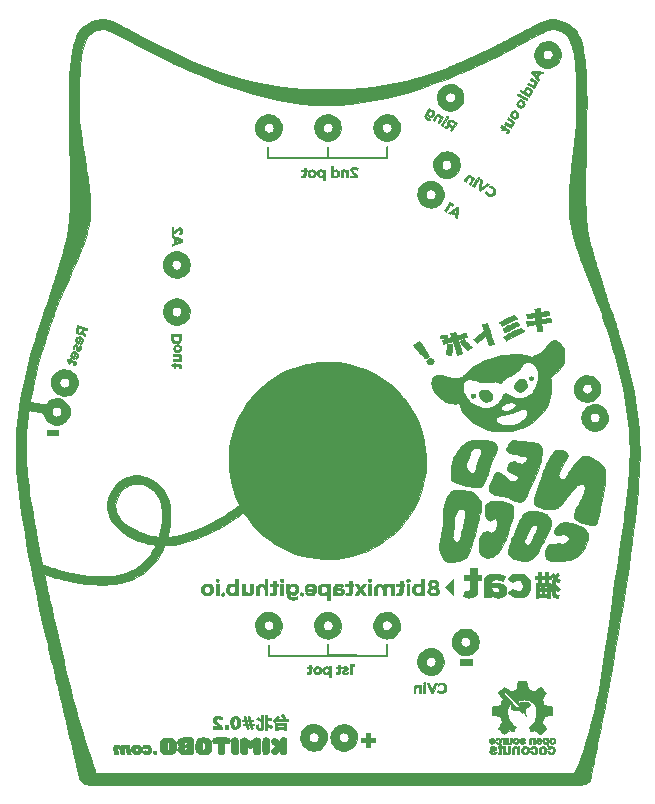
<source format=gbr>
G04 #@! TF.FileFunction,Soldermask,Bot*
%FSLAX46Y46*%
G04 Gerber Fmt 4.6, Leading zero omitted, Abs format (unit mm)*
G04 Created by KiCad (PCBNEW 4.0.4-snap1-stable) date Tue Apr 11 15:34:12 2017*
%MOMM*%
%LPD*%
G01*
G04 APERTURE LIST*
%ADD10C,0.100000*%
%ADD11C,0.010000*%
G04 APERTURE END LIST*
D10*
D11*
G36*
X108076397Y-75801565D02*
X108307965Y-75841016D01*
X108549691Y-75911526D01*
X108807184Y-76013980D01*
X109027353Y-76119055D01*
X109193071Y-76205540D01*
X109327285Y-76281788D01*
X109437828Y-76353209D01*
X109532531Y-76425214D01*
X109619226Y-76503213D01*
X109693165Y-76579013D01*
X109819955Y-76731271D01*
X109937057Y-76906009D01*
X110044843Y-77104827D01*
X110143687Y-77329325D01*
X110233962Y-77581103D01*
X110316043Y-77861760D01*
X110390302Y-78172896D01*
X110457114Y-78516111D01*
X110516851Y-78893004D01*
X110569887Y-79305175D01*
X110616596Y-79754224D01*
X110657352Y-80241751D01*
X110692527Y-80769354D01*
X110699415Y-80888500D01*
X110707367Y-81062248D01*
X110713990Y-81275548D01*
X110719307Y-81525641D01*
X110723337Y-81809767D01*
X110726103Y-82125166D01*
X110727626Y-82469079D01*
X110727928Y-82838746D01*
X110727031Y-83231407D01*
X110724955Y-83644304D01*
X110721723Y-84074676D01*
X110717356Y-84519763D01*
X110711875Y-84976807D01*
X110705303Y-85443048D01*
X110697659Y-85915725D01*
X110688967Y-86392080D01*
X110679248Y-86869353D01*
X110668523Y-87344783D01*
X110656813Y-87815613D01*
X110644140Y-88279081D01*
X110640865Y-88392084D01*
X110637382Y-88539684D01*
X110634507Y-88720549D01*
X110632224Y-88929740D01*
X110630521Y-89162319D01*
X110629383Y-89413348D01*
X110628794Y-89677889D01*
X110628742Y-89951004D01*
X110629211Y-90227754D01*
X110630188Y-90503202D01*
X110631657Y-90772410D01*
X110633606Y-91030438D01*
X110636018Y-91272350D01*
X110638880Y-91493207D01*
X110642178Y-91688071D01*
X110645897Y-91852003D01*
X110650023Y-91980067D01*
X110651377Y-92011584D01*
X110674940Y-92414431D01*
X110708215Y-92806834D01*
X110752258Y-93194945D01*
X110808124Y-93584918D01*
X110876870Y-93982905D01*
X110959550Y-94395061D01*
X111057220Y-94827536D01*
X111170936Y-95286486D01*
X111290505Y-95736917D01*
X111340771Y-95919645D01*
X111391421Y-96100401D01*
X111443333Y-96281949D01*
X111497382Y-96467055D01*
X111554446Y-96658482D01*
X111615401Y-96858996D01*
X111681123Y-97071361D01*
X111752490Y-97298343D01*
X111830378Y-97542705D01*
X111915664Y-97807213D01*
X112009224Y-98094631D01*
X112111935Y-98407725D01*
X112224674Y-98749258D01*
X112348317Y-99121996D01*
X112483742Y-99528703D01*
X112631824Y-99972144D01*
X112663042Y-100065500D01*
X112753959Y-100337809D01*
X112845417Y-100612641D01*
X112935864Y-100885280D01*
X113023747Y-101151012D01*
X113107516Y-101405119D01*
X113185618Y-101642887D01*
X113256502Y-101859601D01*
X113318616Y-102050545D01*
X113370409Y-102211003D01*
X113410328Y-102336260D01*
X113411796Y-102340917D01*
X113657437Y-103136368D01*
X113882413Y-103898817D01*
X114087472Y-104631784D01*
X114273361Y-105338786D01*
X114440825Y-106023342D01*
X114590613Y-106688970D01*
X114723470Y-107339189D01*
X114840144Y-107977517D01*
X114941380Y-108607473D01*
X115027926Y-109232574D01*
X115100529Y-109856340D01*
X115159934Y-110482289D01*
X115172709Y-110638250D01*
X115183456Y-110801073D01*
X115192989Y-110999777D01*
X115201236Y-111227923D01*
X115208129Y-111479074D01*
X115213598Y-111746792D01*
X115217573Y-112024640D01*
X115219984Y-112306179D01*
X115220762Y-112584973D01*
X115219837Y-112854584D01*
X115217139Y-113108574D01*
X115212598Y-113340505D01*
X115206145Y-113543940D01*
X115204595Y-113581178D01*
X115169984Y-114252275D01*
X115122904Y-114963622D01*
X115063384Y-115715023D01*
X114991451Y-116506283D01*
X114907135Y-117337205D01*
X114810464Y-118207593D01*
X114701467Y-119117252D01*
X114580172Y-120065985D01*
X114446607Y-121053596D01*
X114300802Y-122079889D01*
X114142785Y-123144668D01*
X113972584Y-124247738D01*
X113790229Y-125388901D01*
X113595746Y-126567963D01*
X113389166Y-127784726D01*
X113170517Y-129038995D01*
X112939827Y-130330575D01*
X112697124Y-131659268D01*
X112442438Y-133024879D01*
X112175797Y-134427211D01*
X112142812Y-134598917D01*
X112110149Y-134767650D01*
X112069977Y-134973320D01*
X112023179Y-135211510D01*
X111970640Y-135477801D01*
X111913243Y-135767774D01*
X111851871Y-136077012D01*
X111787408Y-136401096D01*
X111720738Y-136735608D01*
X111652744Y-137076130D01*
X111584310Y-137418243D01*
X111516319Y-137757530D01*
X111449655Y-138089572D01*
X111385202Y-138409951D01*
X111323844Y-138714249D01*
X111266463Y-138998047D01*
X111213944Y-139256928D01*
X111167170Y-139486473D01*
X111127024Y-139682263D01*
X111101460Y-139805917D01*
X111000316Y-140292750D01*
X110884449Y-140410690D01*
X110779732Y-140502388D01*
X110678308Y-140562993D01*
X110662750Y-140569440D01*
X110656576Y-140571644D01*
X110649177Y-140573767D01*
X110639774Y-140575811D01*
X110627586Y-140577779D01*
X110611835Y-140579670D01*
X110591739Y-140581488D01*
X110566519Y-140583234D01*
X110535397Y-140584909D01*
X110497591Y-140586515D01*
X110452322Y-140588053D01*
X110398811Y-140589527D01*
X110336277Y-140590936D01*
X110263942Y-140592282D01*
X110181024Y-140593569D01*
X110086745Y-140594796D01*
X109980325Y-140595965D01*
X109860984Y-140597079D01*
X109727943Y-140598139D01*
X109580421Y-140599147D01*
X109417639Y-140600104D01*
X109238817Y-140601011D01*
X109043175Y-140601872D01*
X108829934Y-140602686D01*
X108598314Y-140603456D01*
X108347535Y-140604184D01*
X108076818Y-140604871D01*
X107785382Y-140605519D01*
X107472449Y-140606129D01*
X107137238Y-140606704D01*
X106778969Y-140607244D01*
X106396863Y-140607751D01*
X105990140Y-140608228D01*
X105558021Y-140608675D01*
X105099725Y-140609095D01*
X104614473Y-140609489D01*
X104101486Y-140609858D01*
X103559983Y-140610205D01*
X102989184Y-140610531D01*
X102388311Y-140610837D01*
X101756582Y-140611126D01*
X101093220Y-140611399D01*
X100397443Y-140611657D01*
X99668472Y-140611903D01*
X98905528Y-140612137D01*
X98107830Y-140612363D01*
X97274599Y-140612580D01*
X96405055Y-140612791D01*
X95498418Y-140612998D01*
X94553910Y-140613202D01*
X93570749Y-140613404D01*
X92548156Y-140613608D01*
X91485352Y-140613813D01*
X90381557Y-140614022D01*
X89559583Y-140614176D01*
X88412466Y-140614385D01*
X87306933Y-140614574D01*
X86242236Y-140614743D01*
X85217623Y-140614890D01*
X84232347Y-140615015D01*
X83285658Y-140615116D01*
X82376806Y-140615192D01*
X81505043Y-140615244D01*
X80669619Y-140615269D01*
X79869785Y-140615267D01*
X79104791Y-140615236D01*
X78373889Y-140615177D01*
X77676329Y-140615087D01*
X77011361Y-140614966D01*
X76378238Y-140614813D01*
X75776208Y-140614628D01*
X75204523Y-140614408D01*
X74662434Y-140614154D01*
X74149191Y-140613863D01*
X73664045Y-140613536D01*
X73206247Y-140613171D01*
X72775048Y-140612768D01*
X72369698Y-140612325D01*
X71989448Y-140611841D01*
X71633549Y-140611316D01*
X71301251Y-140610749D01*
X70991805Y-140610138D01*
X70704463Y-140609482D01*
X70438474Y-140608782D01*
X70193089Y-140608035D01*
X69967559Y-140607241D01*
X69761135Y-140606399D01*
X69573068Y-140605507D01*
X69402608Y-140604566D01*
X69249006Y-140603573D01*
X69111513Y-140602529D01*
X68989379Y-140601432D01*
X68881855Y-140600280D01*
X68788192Y-140599074D01*
X68707641Y-140597813D01*
X68639452Y-140596494D01*
X68582876Y-140595118D01*
X68537164Y-140593683D01*
X68501567Y-140592189D01*
X68475334Y-140590634D01*
X68457718Y-140589018D01*
X68448210Y-140587406D01*
X68277564Y-140524898D01*
X68117073Y-140434736D01*
X67975097Y-140323307D01*
X67859996Y-140197001D01*
X67790505Y-140084718D01*
X67756274Y-139999990D01*
X67720743Y-139887126D01*
X67688067Y-139759968D01*
X67675056Y-139700084D01*
X67658846Y-139624132D01*
X67634093Y-139512912D01*
X67602155Y-139372311D01*
X67564391Y-139208219D01*
X67522160Y-139026525D01*
X67476820Y-138833120D01*
X67429730Y-138633892D01*
X67408947Y-138546500D01*
X67325718Y-138196924D01*
X67236924Y-137823474D01*
X67143131Y-137428560D01*
X67044910Y-137014590D01*
X66942825Y-136583973D01*
X66837447Y-136139119D01*
X66729342Y-135682436D01*
X66619079Y-135216332D01*
X66507224Y-134743218D01*
X66394347Y-134265501D01*
X66281014Y-133785591D01*
X66167793Y-133305896D01*
X66055253Y-132828826D01*
X65943961Y-132356790D01*
X65834484Y-131892195D01*
X65727391Y-131437452D01*
X65623250Y-130994968D01*
X65522627Y-130567154D01*
X65426092Y-130156417D01*
X65334211Y-129765168D01*
X65247553Y-129395813D01*
X65166685Y-129050764D01*
X65092175Y-128732427D01*
X65024591Y-128443213D01*
X64964501Y-128185530D01*
X64912473Y-127961788D01*
X64869073Y-127774394D01*
X64834871Y-127625758D01*
X64834583Y-127624500D01*
X64569698Y-126453279D01*
X64320307Y-125320974D01*
X64086334Y-124227136D01*
X63867704Y-123171316D01*
X63664340Y-122153064D01*
X63476167Y-121171932D01*
X63303108Y-120227468D01*
X63145089Y-119319225D01*
X63002033Y-118446753D01*
X62873864Y-117609601D01*
X62760507Y-116807322D01*
X62661885Y-116039464D01*
X62577924Y-115305580D01*
X62508546Y-114605219D01*
X62453676Y-113937932D01*
X62413238Y-113303269D01*
X62411096Y-113262917D01*
X62403957Y-113084211D01*
X62399125Y-112870918D01*
X62396506Y-112630715D01*
X62396003Y-112371278D01*
X62396887Y-112213224D01*
X63242556Y-112213224D01*
X63243345Y-112470218D01*
X63246987Y-112705819D01*
X63253602Y-112911649D01*
X63257922Y-112998334D01*
X63286310Y-113429604D01*
X63323303Y-113880554D01*
X63369147Y-114352829D01*
X63424089Y-114848071D01*
X63488375Y-115367926D01*
X63562250Y-115914038D01*
X63645960Y-116488050D01*
X63739752Y-117091607D01*
X63843870Y-117726353D01*
X63958563Y-118393931D01*
X64084074Y-119095987D01*
X64220651Y-119834164D01*
X64368540Y-120610107D01*
X64489846Y-121232167D01*
X64521632Y-121393164D01*
X64551157Y-121541713D01*
X64577342Y-121672464D01*
X64599109Y-121780067D01*
X64615379Y-121859172D01*
X64625074Y-121904429D01*
X64626975Y-121912230D01*
X64652524Y-121937095D01*
X64714955Y-121971412D01*
X64810217Y-122013835D01*
X64934259Y-122063012D01*
X65083031Y-122117596D01*
X65252483Y-122176238D01*
X65438563Y-122237588D01*
X65637222Y-122300298D01*
X65844409Y-122363020D01*
X66056072Y-122424404D01*
X66268163Y-122483101D01*
X66476629Y-122537762D01*
X66591214Y-122566336D01*
X67073805Y-122675167D01*
X67558773Y-122766977D01*
X68042030Y-122841558D01*
X68519487Y-122898700D01*
X68987056Y-122938196D01*
X69440648Y-122959837D01*
X69876174Y-122963414D01*
X70289546Y-122948719D01*
X70676675Y-122915543D01*
X71033473Y-122863677D01*
X71302217Y-122806641D01*
X71720579Y-122682062D01*
X72116932Y-122521536D01*
X72490251Y-122325886D01*
X72839510Y-122095931D01*
X73163686Y-121832493D01*
X73461751Y-121536393D01*
X73732683Y-121208451D01*
X73975455Y-120849487D01*
X74160165Y-120518114D01*
X74201601Y-120434282D01*
X74233569Y-120365286D01*
X74252484Y-120319155D01*
X74255721Y-120303999D01*
X74232359Y-120297444D01*
X74176499Y-120286840D01*
X74097582Y-120273882D01*
X74039869Y-120265216D01*
X73617370Y-120187738D01*
X73198816Y-120079528D01*
X72789253Y-119942892D01*
X72393725Y-119780139D01*
X72017278Y-119593575D01*
X71664958Y-119385508D01*
X71341810Y-119158245D01*
X71052879Y-118914093D01*
X71022322Y-118885274D01*
X70773402Y-118623643D01*
X70565382Y-118352948D01*
X70398401Y-118073485D01*
X70272601Y-117785552D01*
X70188123Y-117489447D01*
X70145106Y-117185466D01*
X70139406Y-117026676D01*
X70837814Y-117026676D01*
X70858941Y-117269954D01*
X70920928Y-117510781D01*
X71022309Y-117747558D01*
X71161619Y-117978687D01*
X71337394Y-118202568D01*
X71548167Y-118417604D01*
X71792474Y-118622197D01*
X72068850Y-118814746D01*
X72375829Y-118993654D01*
X72711947Y-119157323D01*
X72841704Y-119212994D01*
X73172384Y-119336040D01*
X73526250Y-119442400D01*
X73887187Y-119527886D01*
X74239083Y-119588313D01*
X74330166Y-119599755D01*
X74408314Y-119608876D01*
X74469286Y-119616245D01*
X74501559Y-119620465D01*
X74503289Y-119620754D01*
X74516289Y-119603703D01*
X74535541Y-119556623D01*
X74553214Y-119501792D01*
X74636446Y-119166666D01*
X74700413Y-118799057D01*
X74744327Y-118404567D01*
X74767403Y-117988799D01*
X74767863Y-117972500D01*
X74770986Y-117655579D01*
X74761860Y-117375545D01*
X74740208Y-117128677D01*
X74705755Y-116911258D01*
X74680987Y-116801850D01*
X74586226Y-116511458D01*
X74455333Y-116239400D01*
X74291203Y-115988733D01*
X74096730Y-115762516D01*
X73874807Y-115563805D01*
X73628330Y-115395658D01*
X73360191Y-115261132D01*
X73150936Y-115185456D01*
X73069915Y-115162151D01*
X72998447Y-115146104D01*
X72924985Y-115135959D01*
X72837983Y-115130357D01*
X72725893Y-115127941D01*
X72658000Y-115127508D01*
X72489382Y-115129969D01*
X72350871Y-115140336D01*
X72230598Y-115161029D01*
X72116692Y-115194472D01*
X71997285Y-115243084D01*
X71925338Y-115276983D01*
X71716173Y-115401283D01*
X71520669Y-115560784D01*
X71342519Y-115749543D01*
X71185417Y-115961620D01*
X71053057Y-116191071D01*
X70949130Y-116431954D01*
X70877332Y-116678328D01*
X70841354Y-116924251D01*
X70837814Y-117026676D01*
X70139406Y-117026676D01*
X70139166Y-117020000D01*
X70159707Y-116721085D01*
X70219399Y-116421974D01*
X70315340Y-116127371D01*
X70444632Y-115841978D01*
X70604376Y-115570498D01*
X70791672Y-115317632D01*
X71003620Y-115088084D01*
X71237322Y-114886555D01*
X71489878Y-114717748D01*
X71593321Y-114661563D01*
X71872286Y-114543015D01*
X72164710Y-114462958D01*
X72466558Y-114421336D01*
X72773793Y-114418091D01*
X73082380Y-114453166D01*
X73388283Y-114526505D01*
X73687465Y-114638050D01*
X73803378Y-114692863D01*
X74114946Y-114872073D01*
X74396612Y-115081178D01*
X74647952Y-115319689D01*
X74868541Y-115587119D01*
X75057956Y-115882979D01*
X75215771Y-116206781D01*
X75292923Y-116407953D01*
X75336732Y-116539904D01*
X75372356Y-116663607D01*
X75400598Y-116785621D01*
X75422263Y-116912506D01*
X75438155Y-117050822D01*
X75449077Y-117207127D01*
X75455834Y-117387981D01*
X75459229Y-117599943D01*
X75460038Y-117771417D01*
X75459304Y-118013061D01*
X75455852Y-118220682D01*
X75448963Y-118402546D01*
X75437917Y-118566914D01*
X75421996Y-118722051D01*
X75400480Y-118876222D01*
X75372651Y-119037689D01*
X75337789Y-119214716D01*
X75332038Y-119242500D01*
X75310154Y-119348396D01*
X75290695Y-119443833D01*
X75275713Y-119518661D01*
X75267260Y-119562733D01*
X75267038Y-119563991D01*
X75257077Y-119620898D01*
X75380996Y-119609721D01*
X75864187Y-119549510D01*
X76353299Y-119455208D01*
X76849960Y-119326220D01*
X77355799Y-119161952D01*
X77872443Y-118961809D01*
X78401520Y-118725196D01*
X78944658Y-118451520D01*
X79503484Y-118140185D01*
X79664166Y-118045480D01*
X79838051Y-117939233D01*
X80031273Y-117816735D01*
X80236728Y-117682820D01*
X80447310Y-117542326D01*
X80655916Y-117400088D01*
X80855439Y-117260943D01*
X81038777Y-117129725D01*
X81198823Y-117011271D01*
X81310154Y-116925100D01*
X81304051Y-116905393D01*
X81283231Y-116855389D01*
X81251118Y-116783043D01*
X81218020Y-116711040D01*
X80985055Y-116161241D01*
X80790896Y-115595209D01*
X80636037Y-115014716D01*
X80520970Y-114421537D01*
X80464810Y-114003750D01*
X80452965Y-113862350D01*
X80444311Y-113687711D01*
X80438794Y-113488716D01*
X80436360Y-113274247D01*
X80436955Y-113053186D01*
X80440525Y-112834414D01*
X80447017Y-112626814D01*
X80456377Y-112439268D01*
X80468550Y-112280658D01*
X80475652Y-112215167D01*
X80570523Y-111607930D01*
X80703273Y-111019562D01*
X80873997Y-110449841D01*
X81082790Y-109898545D01*
X81329745Y-109365453D01*
X81614959Y-108850342D01*
X81938526Y-108352990D01*
X82300540Y-107873177D01*
X82361914Y-107798167D01*
X82469629Y-107673360D01*
X82600525Y-107530298D01*
X82746860Y-107376769D01*
X82900888Y-107220562D01*
X83054865Y-107069469D01*
X83201046Y-106931277D01*
X83331687Y-106813778D01*
X83389500Y-106764607D01*
X83869780Y-106391386D01*
X84362332Y-106058321D01*
X84868569Y-105764809D01*
X85389907Y-105510248D01*
X85927761Y-105294033D01*
X86483547Y-105115564D01*
X87058680Y-104974235D01*
X87654576Y-104869446D01*
X87919166Y-104835283D01*
X88093874Y-104819560D01*
X88300468Y-104808290D01*
X88528737Y-104801476D01*
X88768470Y-104799116D01*
X89009453Y-104801210D01*
X89241477Y-104807758D01*
X89454328Y-104818760D01*
X89637795Y-104834217D01*
X89647771Y-104835300D01*
X90246696Y-104921939D01*
X90831268Y-105047911D01*
X91400183Y-105212502D01*
X91952140Y-105414997D01*
X92485835Y-105654681D01*
X92999966Y-105930839D01*
X93493231Y-106242758D01*
X93964327Y-106589723D01*
X94411951Y-106971019D01*
X94834801Y-107385932D01*
X95231574Y-107833746D01*
X95326002Y-107950084D01*
X95676957Y-108423556D01*
X95991372Y-108917097D01*
X96268813Y-109428673D01*
X96508846Y-109956254D01*
X96711039Y-110497806D01*
X96874958Y-111051298D01*
X97000168Y-111614698D01*
X97086238Y-112185973D01*
X97132732Y-112763091D01*
X97139219Y-113344021D01*
X97105263Y-113926730D01*
X97030432Y-114509186D01*
X96914292Y-115089357D01*
X96879361Y-115231417D01*
X96714616Y-115792967D01*
X96511760Y-116338025D01*
X96272321Y-116864966D01*
X95997825Y-117372163D01*
X95689800Y-117857991D01*
X95349773Y-118320822D01*
X94979271Y-118759032D01*
X94579820Y-119170993D01*
X94152948Y-119555080D01*
X93700182Y-119909668D01*
X93223049Y-120233129D01*
X92723076Y-120523837D01*
X92201789Y-120780167D01*
X91660717Y-121000493D01*
X91366175Y-121102201D01*
X90906954Y-121237900D01*
X90454839Y-121343742D01*
X89999362Y-121421481D01*
X89530057Y-121472872D01*
X89036459Y-121499672D01*
X88988083Y-121500999D01*
X88389413Y-121495399D01*
X87798176Y-121448455D01*
X87215692Y-121360517D01*
X86643281Y-121231932D01*
X86082263Y-121063052D01*
X85533958Y-120854224D01*
X84999687Y-120605799D01*
X84480770Y-120318125D01*
X84451992Y-120300741D01*
X83976661Y-119988308D01*
X83519131Y-119639546D01*
X83083141Y-119258055D01*
X82672432Y-118847436D01*
X82290745Y-118411291D01*
X81941820Y-117953219D01*
X81802684Y-117750250D01*
X81752499Y-117675194D01*
X81710241Y-117613141D01*
X81681915Y-117572854D01*
X81674428Y-117563123D01*
X81653373Y-117569695D01*
X81603329Y-117598013D01*
X81529434Y-117644779D01*
X81436827Y-117706693D01*
X81330648Y-117780454D01*
X81281502Y-117815420D01*
X80693261Y-118221349D01*
X80109797Y-118592999D01*
X79532267Y-118929887D01*
X78961827Y-119231532D01*
X78399634Y-119497450D01*
X77846844Y-119727160D01*
X77304613Y-119920179D01*
X76774099Y-120076025D01*
X76256457Y-120194216D01*
X75752843Y-120274268D01*
X75289611Y-120314497D01*
X75010805Y-120328405D01*
X74974502Y-120425744D01*
X74942878Y-120501809D01*
X74895470Y-120605014D01*
X74837198Y-120725571D01*
X74772981Y-120853697D01*
X74707742Y-120979606D01*
X74646401Y-121093513D01*
X74593877Y-121185631D01*
X74584962Y-121200417D01*
X74324635Y-121587831D01*
X74035368Y-121945499D01*
X73718800Y-122272200D01*
X73376567Y-122566714D01*
X73010307Y-122827821D01*
X72621655Y-123054301D01*
X72212249Y-123244933D01*
X71783726Y-123398498D01*
X71546750Y-123465123D01*
X71329875Y-123517302D01*
X71124817Y-123559391D01*
X70922186Y-123592578D01*
X70712589Y-123618051D01*
X70486636Y-123637001D01*
X70234936Y-123650615D01*
X70022750Y-123658064D01*
X69498792Y-123659754D01*
X68949589Y-123636053D01*
X68383121Y-123587801D01*
X67807371Y-123515838D01*
X67230319Y-123421004D01*
X66659947Y-123304140D01*
X66659634Y-123304070D01*
X66460250Y-123256688D01*
X66237223Y-123199754D01*
X66000842Y-123136180D01*
X65761395Y-123068877D01*
X65529171Y-123000757D01*
X65314458Y-122934731D01*
X65127545Y-122873712D01*
X65075041Y-122855634D01*
X64976558Y-122822008D01*
X64894171Y-122795449D01*
X64835126Y-122778169D01*
X64806667Y-122772385D01*
X64805166Y-122773113D01*
X64809621Y-122800977D01*
X64822507Y-122866876D01*
X64843110Y-122967511D01*
X64870715Y-123099584D01*
X64904607Y-123259796D01*
X64944071Y-123444849D01*
X64988392Y-123651444D01*
X65036854Y-123876283D01*
X65088743Y-124116067D01*
X65143344Y-124367498D01*
X65199941Y-124627277D01*
X65257820Y-124892106D01*
X65316265Y-125158686D01*
X65374562Y-125423719D01*
X65431995Y-125683905D01*
X65487849Y-125935948D01*
X65541410Y-126176548D01*
X65590711Y-126396834D01*
X65776547Y-127221103D01*
X65955232Y-128006121D01*
X66127392Y-128754250D01*
X66293656Y-129467851D01*
X66454651Y-130149286D01*
X66611004Y-130800916D01*
X66763343Y-131425102D01*
X66912294Y-132024207D01*
X67058485Y-132600592D01*
X67202543Y-133156619D01*
X67345097Y-133694648D01*
X67486772Y-134217042D01*
X67628196Y-134726162D01*
X67769998Y-135224370D01*
X67912803Y-135714026D01*
X68057240Y-136197494D01*
X68203935Y-136677134D01*
X68353516Y-137155308D01*
X68506611Y-137634378D01*
X68663846Y-138116704D01*
X68825850Y-138604649D01*
X68863150Y-138715834D01*
X68924311Y-138897449D01*
X68981451Y-139066437D01*
X69033141Y-139218615D01*
X69077951Y-139349806D01*
X69114448Y-139455828D01*
X69141203Y-139532501D01*
X69156786Y-139575646D01*
X69160146Y-139583667D01*
X69181592Y-139584210D01*
X69244368Y-139584774D01*
X69347471Y-139585358D01*
X69489900Y-139585962D01*
X69670651Y-139586583D01*
X69888720Y-139587220D01*
X70143107Y-139587872D01*
X70432807Y-139588538D01*
X70756817Y-139589217D01*
X71114136Y-139589906D01*
X71503760Y-139590605D01*
X71924687Y-139591313D01*
X72375912Y-139592028D01*
X72856435Y-139592749D01*
X73365252Y-139593474D01*
X73901359Y-139594203D01*
X74463756Y-139594933D01*
X75051437Y-139595664D01*
X75663401Y-139596394D01*
X76298645Y-139597123D01*
X76956166Y-139597848D01*
X77634962Y-139598569D01*
X78334029Y-139599283D01*
X79052364Y-139599991D01*
X79788965Y-139600689D01*
X80542829Y-139601378D01*
X81312954Y-139602056D01*
X82098336Y-139602722D01*
X82897972Y-139603374D01*
X83710860Y-139604010D01*
X84535997Y-139604631D01*
X85372380Y-139605233D01*
X86095304Y-139605733D01*
X86963747Y-139606325D01*
X87829778Y-139606921D01*
X88692116Y-139607520D01*
X89549477Y-139608120D01*
X90400580Y-139608721D01*
X91244141Y-139609322D01*
X92078879Y-139609922D01*
X92903511Y-139610519D01*
X93716754Y-139611113D01*
X94517327Y-139611703D01*
X95303946Y-139612288D01*
X96075330Y-139612867D01*
X96830196Y-139613438D01*
X97567262Y-139614001D01*
X98285245Y-139614555D01*
X98982862Y-139615098D01*
X99658832Y-139615631D01*
X100311872Y-139616151D01*
X100940699Y-139616657D01*
X101544032Y-139617150D01*
X102120587Y-139617627D01*
X102669082Y-139618088D01*
X103188236Y-139618531D01*
X103676765Y-139618956D01*
X104133387Y-139619362D01*
X104556820Y-139619748D01*
X104945781Y-139620112D01*
X105298987Y-139620454D01*
X105615158Y-139620773D01*
X105893009Y-139621067D01*
X106131259Y-139621336D01*
X106328625Y-139621579D01*
X106351269Y-139621608D01*
X109680955Y-139626000D01*
X109772074Y-139429679D01*
X109908800Y-139120860D01*
X110050177Y-138774388D01*
X110194812Y-138394509D01*
X110341315Y-137985470D01*
X110488295Y-137551517D01*
X110634360Y-137096897D01*
X110778119Y-136625857D01*
X110918181Y-136142642D01*
X111053154Y-135651501D01*
X111181648Y-135156679D01*
X111212815Y-135032012D01*
X111334538Y-134530049D01*
X111449882Y-134030644D01*
X111559617Y-133529539D01*
X111664511Y-133022475D01*
X111765332Y-132505192D01*
X111862849Y-131973432D01*
X111957830Y-131422935D01*
X112051043Y-130849442D01*
X112143258Y-130248694D01*
X112235242Y-129616431D01*
X112327764Y-128948394D01*
X112377464Y-128577000D01*
X112443378Y-128084855D01*
X112516309Y-127551606D01*
X112596165Y-126977881D01*
X112682859Y-126364309D01*
X112776299Y-125711518D01*
X112876396Y-125020137D01*
X112983060Y-124290793D01*
X113096202Y-123524117D01*
X113170986Y-123020750D01*
X113279708Y-122288251D01*
X113381708Y-121595648D01*
X113477215Y-120941079D01*
X113566456Y-120322682D01*
X113649658Y-119738594D01*
X113727050Y-119186952D01*
X113798859Y-118665893D01*
X113865313Y-118173556D01*
X113926638Y-117708078D01*
X113983064Y-117267596D01*
X114034817Y-116850248D01*
X114082125Y-116454170D01*
X114125215Y-116077501D01*
X114164316Y-115718378D01*
X114199655Y-115374938D01*
X114231459Y-115045320D01*
X114259956Y-114727659D01*
X114285374Y-114420094D01*
X114307941Y-114120762D01*
X114327883Y-113827801D01*
X114345429Y-113539348D01*
X114358094Y-113306696D01*
X114366825Y-113087319D01*
X114372433Y-112834895D01*
X114375040Y-112557630D01*
X114374770Y-112263729D01*
X114371749Y-111961400D01*
X114366099Y-111658848D01*
X114357944Y-111364279D01*
X114347410Y-111085900D01*
X114334619Y-110831917D01*
X114319697Y-110610536D01*
X114316791Y-110574750D01*
X114261391Y-109984996D01*
X114193647Y-109395574D01*
X114112893Y-108803569D01*
X114018463Y-108206070D01*
X113909693Y-107600161D01*
X113785918Y-106982931D01*
X113646471Y-106351466D01*
X113490689Y-105702853D01*
X113317906Y-105034177D01*
X113127456Y-104342527D01*
X112918674Y-103624989D01*
X112690896Y-102878649D01*
X112443456Y-102100595D01*
X112240977Y-101483667D01*
X112158355Y-101236674D01*
X112077929Y-100999930D01*
X111998044Y-100768963D01*
X111917046Y-100539304D01*
X111833278Y-100306482D01*
X111745086Y-100066027D01*
X111650814Y-99813468D01*
X111548808Y-99544335D01*
X111437411Y-99254157D01*
X111314969Y-98938465D01*
X111179827Y-98592787D01*
X111030329Y-98212654D01*
X111022285Y-98192250D01*
X110849252Y-97752158D01*
X110691507Y-97348182D01*
X110547993Y-96977386D01*
X110417654Y-96636835D01*
X110299436Y-96323593D01*
X110192284Y-96034724D01*
X110095141Y-95767294D01*
X110006952Y-95518365D01*
X109926661Y-95285003D01*
X109853214Y-95064271D01*
X109785554Y-94853235D01*
X109722627Y-94648958D01*
X109663376Y-94448505D01*
X109614417Y-94276437D01*
X109490387Y-93804874D01*
X109390057Y-93358222D01*
X109312313Y-92927098D01*
X109256039Y-92502118D01*
X109220118Y-92073897D01*
X109203435Y-91633051D01*
X109204875Y-91170196D01*
X109213069Y-90900745D01*
X109220339Y-90725229D01*
X109228279Y-90556832D01*
X109237223Y-90391973D01*
X109247508Y-90227071D01*
X109259468Y-90058547D01*
X109273438Y-89882819D01*
X109289755Y-89696307D01*
X109308752Y-89495431D01*
X109330766Y-89276611D01*
X109356132Y-89036266D01*
X109385184Y-88770815D01*
X109418259Y-88476679D01*
X109455691Y-88150276D01*
X109497817Y-87788027D01*
X109531231Y-87503084D01*
X109574248Y-87135972D01*
X109612512Y-86806305D01*
X109646490Y-86509514D01*
X109676647Y-86241034D01*
X109703448Y-85996296D01*
X109727358Y-85770734D01*
X109748843Y-85559781D01*
X109768368Y-85358870D01*
X109786398Y-85163434D01*
X109803399Y-84968907D01*
X109819836Y-84770721D01*
X109836174Y-84564309D01*
X109852568Y-84349250D01*
X109858702Y-84241725D01*
X109864013Y-84096866D01*
X109868502Y-83919662D01*
X109872170Y-83715106D01*
X109875020Y-83488188D01*
X109877053Y-83243898D01*
X109878270Y-82987227D01*
X109878673Y-82723167D01*
X109878264Y-82456707D01*
X109877043Y-82192839D01*
X109875012Y-81936554D01*
X109872174Y-81692841D01*
X109868529Y-81466693D01*
X109864079Y-81263099D01*
X109858825Y-81087051D01*
X109852769Y-80943539D01*
X109851522Y-80920250D01*
X109823172Y-80459945D01*
X109791751Y-80040123D01*
X109757085Y-79659030D01*
X109719000Y-79314914D01*
X109677321Y-79006024D01*
X109635511Y-78750667D01*
X109577293Y-78463721D01*
X109509067Y-78191242D01*
X109432365Y-77936974D01*
X109348720Y-77704659D01*
X109259664Y-77498042D01*
X109166730Y-77320867D01*
X109071450Y-77176877D01*
X108975356Y-77069817D01*
X108933462Y-77035555D01*
X108865068Y-76991954D01*
X108767878Y-76937745D01*
X108652388Y-76878078D01*
X108529095Y-76818103D01*
X108408493Y-76762971D01*
X108301079Y-76717832D01*
X108239166Y-76694874D01*
X108077296Y-76657307D01*
X107896551Y-76644663D01*
X107712290Y-76656962D01*
X107540666Y-76693980D01*
X107459752Y-76719964D01*
X107377672Y-76748937D01*
X107291193Y-76782473D01*
X107197083Y-76822148D01*
X107092108Y-76869537D01*
X106973036Y-76926214D01*
X106836634Y-76993755D01*
X106679670Y-77073735D01*
X106498909Y-77167728D01*
X106291121Y-77277309D01*
X106053071Y-77404054D01*
X105781527Y-77549538D01*
X105752083Y-77565351D01*
X105128492Y-77898018D01*
X104534033Y-78210235D01*
X103962580Y-78504986D01*
X103408011Y-78785254D01*
X102864199Y-79054022D01*
X102325022Y-79314274D01*
X101784353Y-79568994D01*
X101236069Y-79821164D01*
X100674045Y-80073768D01*
X100092157Y-80329790D01*
X99952416Y-80390536D01*
X98890662Y-80833468D01*
X97837259Y-81237612D01*
X96792809Y-81602804D01*
X95757911Y-81928880D01*
X94733168Y-82215676D01*
X93719179Y-82463027D01*
X92716546Y-82670769D01*
X91725869Y-82838739D01*
X90747749Y-82966772D01*
X90385083Y-83004380D01*
X90125451Y-83027385D01*
X89839557Y-83048883D01*
X89522744Y-83069185D01*
X89170355Y-83088603D01*
X88998666Y-83097149D01*
X88903469Y-83099101D01*
X88773300Y-83097890D01*
X88615378Y-83093828D01*
X88436920Y-83087227D01*
X88245146Y-83078398D01*
X88047273Y-83067654D01*
X87850521Y-83055305D01*
X87662108Y-83041663D01*
X87601666Y-83036822D01*
X86604329Y-82934658D01*
X85596706Y-82791462D01*
X84578861Y-82607251D01*
X83550861Y-82382043D01*
X82512769Y-82115854D01*
X81464649Y-81808702D01*
X80406567Y-81460603D01*
X79338587Y-81071575D01*
X78260773Y-80641635D01*
X77843833Y-80465472D01*
X77155230Y-80166231D01*
X76484852Y-79866925D01*
X75826022Y-79564315D01*
X75172061Y-79255161D01*
X74516292Y-78936225D01*
X73852038Y-78604268D01*
X73172620Y-78256051D01*
X72471360Y-77888334D01*
X71885416Y-77575404D01*
X71583099Y-77413523D01*
X71314541Y-77271510D01*
X71076867Y-77148025D01*
X70867199Y-77041724D01*
X70682662Y-76951267D01*
X70520377Y-76875311D01*
X70377470Y-76812515D01*
X70251063Y-76761536D01*
X70138279Y-76721033D01*
X70036243Y-76689665D01*
X69942077Y-76666088D01*
X69930836Y-76663647D01*
X69771729Y-76641763D01*
X69613763Y-76646504D01*
X69447028Y-76679085D01*
X69261615Y-76740719D01*
X69243555Y-76747780D01*
X69043084Y-76834317D01*
X68867483Y-76924992D01*
X68721425Y-77016971D01*
X68609585Y-77107422D01*
X68558150Y-77163167D01*
X68456345Y-77313716D01*
X68357489Y-77501666D01*
X68263298Y-77722102D01*
X68175488Y-77970108D01*
X68095776Y-78240771D01*
X68025875Y-78529176D01*
X67967503Y-78830407D01*
X67959641Y-78877667D01*
X67913068Y-79197921D01*
X67871092Y-79556205D01*
X67833957Y-79948440D01*
X67801905Y-80370548D01*
X67775182Y-80818449D01*
X67754032Y-81288064D01*
X67738700Y-81775315D01*
X67729428Y-82276123D01*
X67726457Y-82772334D01*
X67727561Y-83033336D01*
X67731021Y-83283865D01*
X67737195Y-83527343D01*
X67746442Y-83767190D01*
X67759123Y-84006830D01*
X67775595Y-84249683D01*
X67796219Y-84499172D01*
X67821352Y-84758718D01*
X67851355Y-85031743D01*
X67886586Y-85321670D01*
X67927405Y-85631919D01*
X67974170Y-85965913D01*
X68027242Y-86327073D01*
X68086978Y-86718822D01*
X68153738Y-87144581D01*
X68227881Y-87607772D01*
X68245173Y-87714750D01*
X68316108Y-88155986D01*
X68379731Y-88558805D01*
X68436406Y-88926422D01*
X68486495Y-89262051D01*
X68530363Y-89568906D01*
X68568371Y-89850203D01*
X68600884Y-90109157D01*
X68628265Y-90348981D01*
X68650876Y-90572890D01*
X68669082Y-90784099D01*
X68683245Y-90985824D01*
X68693729Y-91181277D01*
X68700896Y-91373675D01*
X68705111Y-91566231D01*
X68706736Y-91762161D01*
X68706782Y-91799917D01*
X68705480Y-92037950D01*
X68700866Y-92243690D01*
X68692017Y-92427112D01*
X68678013Y-92598188D01*
X68657930Y-92766893D01*
X68630848Y-92943200D01*
X68595843Y-93137082D01*
X68571767Y-93260417D01*
X68522464Y-93492522D01*
X68466112Y-93727533D01*
X68401658Y-93968311D01*
X68328048Y-94217718D01*
X68244231Y-94478615D01*
X68149154Y-94753862D01*
X68041764Y-95046321D01*
X67921008Y-95358854D01*
X67785834Y-95694320D01*
X67635188Y-96055582D01*
X67468020Y-96445500D01*
X67283275Y-96866936D01*
X67079901Y-97322751D01*
X67064873Y-97356167D01*
X66883428Y-97759963D01*
X66718356Y-98128642D01*
X66568322Y-98465535D01*
X66431990Y-98773976D01*
X66308026Y-99057298D01*
X66195094Y-99318834D01*
X66091858Y-99561917D01*
X65996984Y-99789880D01*
X65909136Y-100006056D01*
X65826978Y-100213779D01*
X65749175Y-100416381D01*
X65674392Y-100617196D01*
X65601293Y-100819556D01*
X65528543Y-101026795D01*
X65454807Y-101242246D01*
X65378750Y-101469242D01*
X65299035Y-101711115D01*
X65214328Y-101971200D01*
X65207642Y-101991824D01*
X64979223Y-102707581D01*
X64769049Y-103389337D01*
X64576122Y-104040796D01*
X64399444Y-104665665D01*
X64238017Y-105267648D01*
X64090845Y-105850451D01*
X63956928Y-106417780D01*
X63835270Y-106973340D01*
X63740167Y-107442084D01*
X63701584Y-107638904D01*
X63670352Y-107798124D01*
X63646027Y-107923751D01*
X63628167Y-108019794D01*
X63616328Y-108090263D01*
X63610069Y-108139165D01*
X63608945Y-108170509D01*
X63612516Y-108188305D01*
X63620338Y-108196560D01*
X63631967Y-108199285D01*
X63646963Y-108200486D01*
X63656256Y-108201904D01*
X63691947Y-108208770D01*
X63763331Y-108222143D01*
X63864455Y-108240920D01*
X63989369Y-108264000D01*
X64132121Y-108290281D01*
X64286760Y-108318661D01*
X64305784Y-108322147D01*
X64478165Y-108353594D01*
X64613604Y-108377795D01*
X64716772Y-108395278D01*
X64792341Y-108406571D01*
X64844983Y-108412201D01*
X64879368Y-108412694D01*
X64900168Y-108408580D01*
X64912054Y-108400384D01*
X64918254Y-108391301D01*
X64958135Y-108336110D01*
X65021369Y-108265970D01*
X65097366Y-108191234D01*
X65175538Y-108122256D01*
X65245297Y-108069388D01*
X65251877Y-108065081D01*
X65438209Y-107969639D01*
X65636046Y-107912134D01*
X65839689Y-107891822D01*
X66043437Y-107907962D01*
X66241589Y-107959810D01*
X66428445Y-108046625D01*
X66598304Y-108167664D01*
X66685435Y-108251796D01*
X66815931Y-108421760D01*
X66909313Y-108607042D01*
X66965621Y-108802671D01*
X66984898Y-109003673D01*
X66967181Y-109205079D01*
X66912514Y-109401914D01*
X66820935Y-109589209D01*
X66692486Y-109761990D01*
X66672945Y-109783272D01*
X66511446Y-109926068D01*
X66332815Y-110032716D01*
X66142003Y-110103126D01*
X65943962Y-110137207D01*
X65743644Y-110134867D01*
X65546000Y-110096016D01*
X65355982Y-110020563D01*
X65178542Y-109908416D01*
X65069205Y-109812750D01*
X64948889Y-109670391D01*
X64850312Y-109507280D01*
X64781101Y-109337070D01*
X64761700Y-109262417D01*
X64745645Y-109193047D01*
X64730994Y-109141367D01*
X64722442Y-109121170D01*
X64699169Y-109113886D01*
X64639551Y-109100301D01*
X64548931Y-109081489D01*
X64432650Y-109058522D01*
X64296050Y-109032474D01*
X64147422Y-109004962D01*
X65442931Y-109004962D01*
X65451761Y-109112345D01*
X65487447Y-109214662D01*
X65551199Y-109305741D01*
X65644229Y-109379411D01*
X65725916Y-109416795D01*
X65821746Y-109438300D01*
X65920613Y-109432462D01*
X65979846Y-109418612D01*
X66080643Y-109370798D01*
X66167365Y-109292683D01*
X66233597Y-109194230D01*
X66272925Y-109085400D01*
X66278932Y-108976155D01*
X66276206Y-108958406D01*
X66232751Y-108825230D01*
X66159254Y-108720240D01*
X66058636Y-108646121D01*
X65933821Y-108605559D01*
X65886146Y-108599872D01*
X65759258Y-108608053D01*
X65651964Y-108648196D01*
X65565474Y-108714129D01*
X65500998Y-108799683D01*
X65459747Y-108898684D01*
X65442931Y-109004962D01*
X64147422Y-109004962D01*
X64144472Y-109004416D01*
X64108857Y-108997938D01*
X63917089Y-108963794D01*
X63764287Y-108938043D01*
X63647993Y-108920344D01*
X63565750Y-108910360D01*
X63515099Y-108907751D01*
X63493584Y-108912177D01*
X63492964Y-108912955D01*
X63484345Y-108944152D01*
X63472402Y-109012516D01*
X63457703Y-109113057D01*
X63440813Y-109240787D01*
X63422300Y-109390719D01*
X63402729Y-109557862D01*
X63382667Y-109737230D01*
X63362682Y-109923834D01*
X63343338Y-110112686D01*
X63325203Y-110298796D01*
X63308843Y-110477178D01*
X63294825Y-110642842D01*
X63291018Y-110691167D01*
X63277210Y-110900584D01*
X63265534Y-111138876D01*
X63256110Y-111397663D01*
X63249059Y-111668569D01*
X63244501Y-111943215D01*
X63242556Y-112213224D01*
X62396887Y-112213224D01*
X62397520Y-112100286D01*
X62400959Y-111825416D01*
X62406225Y-111554345D01*
X62413221Y-111294750D01*
X62421851Y-111054308D01*
X62432018Y-110840698D01*
X62443626Y-110661597D01*
X62443794Y-110659417D01*
X62504975Y-109973819D01*
X62582305Y-109290099D01*
X62676589Y-108604250D01*
X62788631Y-107912262D01*
X62919236Y-107210127D01*
X63069206Y-106493835D01*
X63239347Y-105759379D01*
X63430463Y-105002750D01*
X63643357Y-104219938D01*
X63878834Y-103406935D01*
X63938611Y-103207497D01*
X63990932Y-103034904D01*
X64044051Y-102861596D01*
X64098950Y-102684546D01*
X64156611Y-102500726D01*
X64218018Y-102307108D01*
X64284152Y-102100662D01*
X64355996Y-101878362D01*
X64434533Y-101637180D01*
X64520745Y-101374086D01*
X64615615Y-101086053D01*
X64720125Y-100770054D01*
X64835258Y-100423059D01*
X64961996Y-100042041D01*
X65101322Y-99623971D01*
X65102186Y-99621382D01*
X65196387Y-99338546D01*
X65290112Y-99056401D01*
X65382027Y-98779005D01*
X65470797Y-98510414D01*
X65555089Y-98254689D01*
X65633568Y-98015886D01*
X65704900Y-97798063D01*
X65767751Y-97605280D01*
X65820786Y-97441592D01*
X65862672Y-97311060D01*
X65885219Y-97239750D01*
X66071066Y-96632881D01*
X66237597Y-96061066D01*
X66385363Y-95521981D01*
X66514921Y-95013301D01*
X66626822Y-94532700D01*
X66721622Y-94077854D01*
X66799875Y-93646437D01*
X66862133Y-93236124D01*
X66888697Y-93027584D01*
X66909895Y-92831042D01*
X66928675Y-92618086D01*
X66945049Y-92387077D01*
X66959028Y-92136374D01*
X66970622Y-91864336D01*
X66979842Y-91569322D01*
X66986698Y-91249693D01*
X66991203Y-90903807D01*
X66993365Y-90530023D01*
X66993197Y-90126703D01*
X66990709Y-89692204D01*
X66985912Y-89224886D01*
X66978816Y-88723109D01*
X66969433Y-88185232D01*
X66957773Y-87609615D01*
X66943847Y-86994617D01*
X66931700Y-86497667D01*
X66914479Y-85762817D01*
X66900867Y-85068564D01*
X66890929Y-84413321D01*
X66884730Y-83795500D01*
X66882336Y-83213514D01*
X66883814Y-82665775D01*
X66889227Y-82150695D01*
X66898642Y-81666688D01*
X66912125Y-81212165D01*
X66929740Y-80785539D01*
X66951555Y-80385222D01*
X66977633Y-80009627D01*
X67008041Y-79657166D01*
X67042845Y-79326253D01*
X67082109Y-79015298D01*
X67125900Y-78722715D01*
X67174283Y-78446916D01*
X67227324Y-78186314D01*
X67285087Y-77939321D01*
X67285283Y-77938541D01*
X67378198Y-77605774D01*
X67481520Y-77311800D01*
X67596863Y-77054000D01*
X67725838Y-76829759D01*
X67870059Y-76636457D01*
X68031139Y-76471478D01*
X68210690Y-76332204D01*
X68315068Y-76267238D01*
X68603151Y-76110895D01*
X68869112Y-75986946D01*
X69116730Y-75894302D01*
X69349785Y-75831870D01*
X69572055Y-75798560D01*
X69787319Y-75793281D01*
X69920597Y-75803805D01*
X70036112Y-75819300D01*
X70147754Y-75838644D01*
X70258824Y-75863248D01*
X70372627Y-75894519D01*
X70492466Y-75933866D01*
X70621645Y-75982699D01*
X70763467Y-76042426D01*
X70921234Y-76114455D01*
X71098251Y-76200196D01*
X71297821Y-76301058D01*
X71523248Y-76418449D01*
X71777833Y-76553778D01*
X72064882Y-76708453D01*
X72150000Y-76754595D01*
X72806253Y-77107606D01*
X73436172Y-77439842D01*
X74047779Y-77755259D01*
X74649097Y-78057814D01*
X75248149Y-78351463D01*
X75852958Y-78640162D01*
X76471547Y-78927868D01*
X77111938Y-79218538D01*
X77473416Y-79379800D01*
X77883314Y-79559912D01*
X78262152Y-79722603D01*
X78616244Y-79870335D01*
X78951902Y-80005572D01*
X79275439Y-80130779D01*
X79593167Y-80248419D01*
X79911401Y-80360957D01*
X80236452Y-80470855D01*
X80436750Y-80536348D01*
X81323032Y-80804468D01*
X82213238Y-81036839D01*
X83111585Y-81234231D01*
X84022289Y-81397412D01*
X84949569Y-81527152D01*
X85897641Y-81624220D01*
X86712666Y-81681043D01*
X87398617Y-81713913D01*
X88057388Y-81734468D01*
X88702291Y-81742747D01*
X89346636Y-81738787D01*
X90003734Y-81722627D01*
X90686898Y-81694304D01*
X90723750Y-81692481D01*
X91702091Y-81627174D01*
X92656498Y-81529496D01*
X93591400Y-81398504D01*
X94511225Y-81233253D01*
X95420405Y-81032800D01*
X96323367Y-80796201D01*
X97224542Y-80522511D01*
X98128358Y-80210786D01*
X98714166Y-79989348D01*
X98935985Y-79900585D01*
X99191186Y-79794766D01*
X99475348Y-79673890D01*
X99784050Y-79539951D01*
X100112869Y-79394948D01*
X100457385Y-79240876D01*
X100813176Y-79079732D01*
X101175821Y-78913513D01*
X101540897Y-78744215D01*
X101903984Y-78573835D01*
X102260659Y-78404370D01*
X102606502Y-78237815D01*
X102778166Y-78154206D01*
X103009236Y-78040477D01*
X103241354Y-77924697D01*
X103478814Y-77804635D01*
X103725911Y-77678062D01*
X103986942Y-77542745D01*
X104266200Y-77396453D01*
X104567982Y-77236957D01*
X104896581Y-77062024D01*
X105256294Y-76869424D01*
X105392250Y-76796401D01*
X105683317Y-76640480D01*
X105940770Y-76503838D01*
X106167859Y-76384946D01*
X106367840Y-76282279D01*
X106543965Y-76194312D01*
X106699488Y-76119516D01*
X106837661Y-76056367D01*
X106961738Y-76003338D01*
X107074972Y-75958902D01*
X107180617Y-75921533D01*
X107281925Y-75889705D01*
X107382150Y-75861892D01*
X107386561Y-75860743D01*
X107621304Y-75812312D01*
X107849379Y-75792291D01*
X108076397Y-75801565D01*
X108076397Y-75801565D01*
G37*
X108076397Y-75801565D02*
X108307965Y-75841016D01*
X108549691Y-75911526D01*
X108807184Y-76013980D01*
X109027353Y-76119055D01*
X109193071Y-76205540D01*
X109327285Y-76281788D01*
X109437828Y-76353209D01*
X109532531Y-76425214D01*
X109619226Y-76503213D01*
X109693165Y-76579013D01*
X109819955Y-76731271D01*
X109937057Y-76906009D01*
X110044843Y-77104827D01*
X110143687Y-77329325D01*
X110233962Y-77581103D01*
X110316043Y-77861760D01*
X110390302Y-78172896D01*
X110457114Y-78516111D01*
X110516851Y-78893004D01*
X110569887Y-79305175D01*
X110616596Y-79754224D01*
X110657352Y-80241751D01*
X110692527Y-80769354D01*
X110699415Y-80888500D01*
X110707367Y-81062248D01*
X110713990Y-81275548D01*
X110719307Y-81525641D01*
X110723337Y-81809767D01*
X110726103Y-82125166D01*
X110727626Y-82469079D01*
X110727928Y-82838746D01*
X110727031Y-83231407D01*
X110724955Y-83644304D01*
X110721723Y-84074676D01*
X110717356Y-84519763D01*
X110711875Y-84976807D01*
X110705303Y-85443048D01*
X110697659Y-85915725D01*
X110688967Y-86392080D01*
X110679248Y-86869353D01*
X110668523Y-87344783D01*
X110656813Y-87815613D01*
X110644140Y-88279081D01*
X110640865Y-88392084D01*
X110637382Y-88539684D01*
X110634507Y-88720549D01*
X110632224Y-88929740D01*
X110630521Y-89162319D01*
X110629383Y-89413348D01*
X110628794Y-89677889D01*
X110628742Y-89951004D01*
X110629211Y-90227754D01*
X110630188Y-90503202D01*
X110631657Y-90772410D01*
X110633606Y-91030438D01*
X110636018Y-91272350D01*
X110638880Y-91493207D01*
X110642178Y-91688071D01*
X110645897Y-91852003D01*
X110650023Y-91980067D01*
X110651377Y-92011584D01*
X110674940Y-92414431D01*
X110708215Y-92806834D01*
X110752258Y-93194945D01*
X110808124Y-93584918D01*
X110876870Y-93982905D01*
X110959550Y-94395061D01*
X111057220Y-94827536D01*
X111170936Y-95286486D01*
X111290505Y-95736917D01*
X111340771Y-95919645D01*
X111391421Y-96100401D01*
X111443333Y-96281949D01*
X111497382Y-96467055D01*
X111554446Y-96658482D01*
X111615401Y-96858996D01*
X111681123Y-97071361D01*
X111752490Y-97298343D01*
X111830378Y-97542705D01*
X111915664Y-97807213D01*
X112009224Y-98094631D01*
X112111935Y-98407725D01*
X112224674Y-98749258D01*
X112348317Y-99121996D01*
X112483742Y-99528703D01*
X112631824Y-99972144D01*
X112663042Y-100065500D01*
X112753959Y-100337809D01*
X112845417Y-100612641D01*
X112935864Y-100885280D01*
X113023747Y-101151012D01*
X113107516Y-101405119D01*
X113185618Y-101642887D01*
X113256502Y-101859601D01*
X113318616Y-102050545D01*
X113370409Y-102211003D01*
X113410328Y-102336260D01*
X113411796Y-102340917D01*
X113657437Y-103136368D01*
X113882413Y-103898817D01*
X114087472Y-104631784D01*
X114273361Y-105338786D01*
X114440825Y-106023342D01*
X114590613Y-106688970D01*
X114723470Y-107339189D01*
X114840144Y-107977517D01*
X114941380Y-108607473D01*
X115027926Y-109232574D01*
X115100529Y-109856340D01*
X115159934Y-110482289D01*
X115172709Y-110638250D01*
X115183456Y-110801073D01*
X115192989Y-110999777D01*
X115201236Y-111227923D01*
X115208129Y-111479074D01*
X115213598Y-111746792D01*
X115217573Y-112024640D01*
X115219984Y-112306179D01*
X115220762Y-112584973D01*
X115219837Y-112854584D01*
X115217139Y-113108574D01*
X115212598Y-113340505D01*
X115206145Y-113543940D01*
X115204595Y-113581178D01*
X115169984Y-114252275D01*
X115122904Y-114963622D01*
X115063384Y-115715023D01*
X114991451Y-116506283D01*
X114907135Y-117337205D01*
X114810464Y-118207593D01*
X114701467Y-119117252D01*
X114580172Y-120065985D01*
X114446607Y-121053596D01*
X114300802Y-122079889D01*
X114142785Y-123144668D01*
X113972584Y-124247738D01*
X113790229Y-125388901D01*
X113595746Y-126567963D01*
X113389166Y-127784726D01*
X113170517Y-129038995D01*
X112939827Y-130330575D01*
X112697124Y-131659268D01*
X112442438Y-133024879D01*
X112175797Y-134427211D01*
X112142812Y-134598917D01*
X112110149Y-134767650D01*
X112069977Y-134973320D01*
X112023179Y-135211510D01*
X111970640Y-135477801D01*
X111913243Y-135767774D01*
X111851871Y-136077012D01*
X111787408Y-136401096D01*
X111720738Y-136735608D01*
X111652744Y-137076130D01*
X111584310Y-137418243D01*
X111516319Y-137757530D01*
X111449655Y-138089572D01*
X111385202Y-138409951D01*
X111323844Y-138714249D01*
X111266463Y-138998047D01*
X111213944Y-139256928D01*
X111167170Y-139486473D01*
X111127024Y-139682263D01*
X111101460Y-139805917D01*
X111000316Y-140292750D01*
X110884449Y-140410690D01*
X110779732Y-140502388D01*
X110678308Y-140562993D01*
X110662750Y-140569440D01*
X110656576Y-140571644D01*
X110649177Y-140573767D01*
X110639774Y-140575811D01*
X110627586Y-140577779D01*
X110611835Y-140579670D01*
X110591739Y-140581488D01*
X110566519Y-140583234D01*
X110535397Y-140584909D01*
X110497591Y-140586515D01*
X110452322Y-140588053D01*
X110398811Y-140589527D01*
X110336277Y-140590936D01*
X110263942Y-140592282D01*
X110181024Y-140593569D01*
X110086745Y-140594796D01*
X109980325Y-140595965D01*
X109860984Y-140597079D01*
X109727943Y-140598139D01*
X109580421Y-140599147D01*
X109417639Y-140600104D01*
X109238817Y-140601011D01*
X109043175Y-140601872D01*
X108829934Y-140602686D01*
X108598314Y-140603456D01*
X108347535Y-140604184D01*
X108076818Y-140604871D01*
X107785382Y-140605519D01*
X107472449Y-140606129D01*
X107137238Y-140606704D01*
X106778969Y-140607244D01*
X106396863Y-140607751D01*
X105990140Y-140608228D01*
X105558021Y-140608675D01*
X105099725Y-140609095D01*
X104614473Y-140609489D01*
X104101486Y-140609858D01*
X103559983Y-140610205D01*
X102989184Y-140610531D01*
X102388311Y-140610837D01*
X101756582Y-140611126D01*
X101093220Y-140611399D01*
X100397443Y-140611657D01*
X99668472Y-140611903D01*
X98905528Y-140612137D01*
X98107830Y-140612363D01*
X97274599Y-140612580D01*
X96405055Y-140612791D01*
X95498418Y-140612998D01*
X94553910Y-140613202D01*
X93570749Y-140613404D01*
X92548156Y-140613608D01*
X91485352Y-140613813D01*
X90381557Y-140614022D01*
X89559583Y-140614176D01*
X88412466Y-140614385D01*
X87306933Y-140614574D01*
X86242236Y-140614743D01*
X85217623Y-140614890D01*
X84232347Y-140615015D01*
X83285658Y-140615116D01*
X82376806Y-140615192D01*
X81505043Y-140615244D01*
X80669619Y-140615269D01*
X79869785Y-140615267D01*
X79104791Y-140615236D01*
X78373889Y-140615177D01*
X77676329Y-140615087D01*
X77011361Y-140614966D01*
X76378238Y-140614813D01*
X75776208Y-140614628D01*
X75204523Y-140614408D01*
X74662434Y-140614154D01*
X74149191Y-140613863D01*
X73664045Y-140613536D01*
X73206247Y-140613171D01*
X72775048Y-140612768D01*
X72369698Y-140612325D01*
X71989448Y-140611841D01*
X71633549Y-140611316D01*
X71301251Y-140610749D01*
X70991805Y-140610138D01*
X70704463Y-140609482D01*
X70438474Y-140608782D01*
X70193089Y-140608035D01*
X69967559Y-140607241D01*
X69761135Y-140606399D01*
X69573068Y-140605507D01*
X69402608Y-140604566D01*
X69249006Y-140603573D01*
X69111513Y-140602529D01*
X68989379Y-140601432D01*
X68881855Y-140600280D01*
X68788192Y-140599074D01*
X68707641Y-140597813D01*
X68639452Y-140596494D01*
X68582876Y-140595118D01*
X68537164Y-140593683D01*
X68501567Y-140592189D01*
X68475334Y-140590634D01*
X68457718Y-140589018D01*
X68448210Y-140587406D01*
X68277564Y-140524898D01*
X68117073Y-140434736D01*
X67975097Y-140323307D01*
X67859996Y-140197001D01*
X67790505Y-140084718D01*
X67756274Y-139999990D01*
X67720743Y-139887126D01*
X67688067Y-139759968D01*
X67675056Y-139700084D01*
X67658846Y-139624132D01*
X67634093Y-139512912D01*
X67602155Y-139372311D01*
X67564391Y-139208219D01*
X67522160Y-139026525D01*
X67476820Y-138833120D01*
X67429730Y-138633892D01*
X67408947Y-138546500D01*
X67325718Y-138196924D01*
X67236924Y-137823474D01*
X67143131Y-137428560D01*
X67044910Y-137014590D01*
X66942825Y-136583973D01*
X66837447Y-136139119D01*
X66729342Y-135682436D01*
X66619079Y-135216332D01*
X66507224Y-134743218D01*
X66394347Y-134265501D01*
X66281014Y-133785591D01*
X66167793Y-133305896D01*
X66055253Y-132828826D01*
X65943961Y-132356790D01*
X65834484Y-131892195D01*
X65727391Y-131437452D01*
X65623250Y-130994968D01*
X65522627Y-130567154D01*
X65426092Y-130156417D01*
X65334211Y-129765168D01*
X65247553Y-129395813D01*
X65166685Y-129050764D01*
X65092175Y-128732427D01*
X65024591Y-128443213D01*
X64964501Y-128185530D01*
X64912473Y-127961788D01*
X64869073Y-127774394D01*
X64834871Y-127625758D01*
X64834583Y-127624500D01*
X64569698Y-126453279D01*
X64320307Y-125320974D01*
X64086334Y-124227136D01*
X63867704Y-123171316D01*
X63664340Y-122153064D01*
X63476167Y-121171932D01*
X63303108Y-120227468D01*
X63145089Y-119319225D01*
X63002033Y-118446753D01*
X62873864Y-117609601D01*
X62760507Y-116807322D01*
X62661885Y-116039464D01*
X62577924Y-115305580D01*
X62508546Y-114605219D01*
X62453676Y-113937932D01*
X62413238Y-113303269D01*
X62411096Y-113262917D01*
X62403957Y-113084211D01*
X62399125Y-112870918D01*
X62396506Y-112630715D01*
X62396003Y-112371278D01*
X62396887Y-112213224D01*
X63242556Y-112213224D01*
X63243345Y-112470218D01*
X63246987Y-112705819D01*
X63253602Y-112911649D01*
X63257922Y-112998334D01*
X63286310Y-113429604D01*
X63323303Y-113880554D01*
X63369147Y-114352829D01*
X63424089Y-114848071D01*
X63488375Y-115367926D01*
X63562250Y-115914038D01*
X63645960Y-116488050D01*
X63739752Y-117091607D01*
X63843870Y-117726353D01*
X63958563Y-118393931D01*
X64084074Y-119095987D01*
X64220651Y-119834164D01*
X64368540Y-120610107D01*
X64489846Y-121232167D01*
X64521632Y-121393164D01*
X64551157Y-121541713D01*
X64577342Y-121672464D01*
X64599109Y-121780067D01*
X64615379Y-121859172D01*
X64625074Y-121904429D01*
X64626975Y-121912230D01*
X64652524Y-121937095D01*
X64714955Y-121971412D01*
X64810217Y-122013835D01*
X64934259Y-122063012D01*
X65083031Y-122117596D01*
X65252483Y-122176238D01*
X65438563Y-122237588D01*
X65637222Y-122300298D01*
X65844409Y-122363020D01*
X66056072Y-122424404D01*
X66268163Y-122483101D01*
X66476629Y-122537762D01*
X66591214Y-122566336D01*
X67073805Y-122675167D01*
X67558773Y-122766977D01*
X68042030Y-122841558D01*
X68519487Y-122898700D01*
X68987056Y-122938196D01*
X69440648Y-122959837D01*
X69876174Y-122963414D01*
X70289546Y-122948719D01*
X70676675Y-122915543D01*
X71033473Y-122863677D01*
X71302217Y-122806641D01*
X71720579Y-122682062D01*
X72116932Y-122521536D01*
X72490251Y-122325886D01*
X72839510Y-122095931D01*
X73163686Y-121832493D01*
X73461751Y-121536393D01*
X73732683Y-121208451D01*
X73975455Y-120849487D01*
X74160165Y-120518114D01*
X74201601Y-120434282D01*
X74233569Y-120365286D01*
X74252484Y-120319155D01*
X74255721Y-120303999D01*
X74232359Y-120297444D01*
X74176499Y-120286840D01*
X74097582Y-120273882D01*
X74039869Y-120265216D01*
X73617370Y-120187738D01*
X73198816Y-120079528D01*
X72789253Y-119942892D01*
X72393725Y-119780139D01*
X72017278Y-119593575D01*
X71664958Y-119385508D01*
X71341810Y-119158245D01*
X71052879Y-118914093D01*
X71022322Y-118885274D01*
X70773402Y-118623643D01*
X70565382Y-118352948D01*
X70398401Y-118073485D01*
X70272601Y-117785552D01*
X70188123Y-117489447D01*
X70145106Y-117185466D01*
X70139406Y-117026676D01*
X70837814Y-117026676D01*
X70858941Y-117269954D01*
X70920928Y-117510781D01*
X71022309Y-117747558D01*
X71161619Y-117978687D01*
X71337394Y-118202568D01*
X71548167Y-118417604D01*
X71792474Y-118622197D01*
X72068850Y-118814746D01*
X72375829Y-118993654D01*
X72711947Y-119157323D01*
X72841704Y-119212994D01*
X73172384Y-119336040D01*
X73526250Y-119442400D01*
X73887187Y-119527886D01*
X74239083Y-119588313D01*
X74330166Y-119599755D01*
X74408314Y-119608876D01*
X74469286Y-119616245D01*
X74501559Y-119620465D01*
X74503289Y-119620754D01*
X74516289Y-119603703D01*
X74535541Y-119556623D01*
X74553214Y-119501792D01*
X74636446Y-119166666D01*
X74700413Y-118799057D01*
X74744327Y-118404567D01*
X74767403Y-117988799D01*
X74767863Y-117972500D01*
X74770986Y-117655579D01*
X74761860Y-117375545D01*
X74740208Y-117128677D01*
X74705755Y-116911258D01*
X74680987Y-116801850D01*
X74586226Y-116511458D01*
X74455333Y-116239400D01*
X74291203Y-115988733D01*
X74096730Y-115762516D01*
X73874807Y-115563805D01*
X73628330Y-115395658D01*
X73360191Y-115261132D01*
X73150936Y-115185456D01*
X73069915Y-115162151D01*
X72998447Y-115146104D01*
X72924985Y-115135959D01*
X72837983Y-115130357D01*
X72725893Y-115127941D01*
X72658000Y-115127508D01*
X72489382Y-115129969D01*
X72350871Y-115140336D01*
X72230598Y-115161029D01*
X72116692Y-115194472D01*
X71997285Y-115243084D01*
X71925338Y-115276983D01*
X71716173Y-115401283D01*
X71520669Y-115560784D01*
X71342519Y-115749543D01*
X71185417Y-115961620D01*
X71053057Y-116191071D01*
X70949130Y-116431954D01*
X70877332Y-116678328D01*
X70841354Y-116924251D01*
X70837814Y-117026676D01*
X70139406Y-117026676D01*
X70139166Y-117020000D01*
X70159707Y-116721085D01*
X70219399Y-116421974D01*
X70315340Y-116127371D01*
X70444632Y-115841978D01*
X70604376Y-115570498D01*
X70791672Y-115317632D01*
X71003620Y-115088084D01*
X71237322Y-114886555D01*
X71489878Y-114717748D01*
X71593321Y-114661563D01*
X71872286Y-114543015D01*
X72164710Y-114462958D01*
X72466558Y-114421336D01*
X72773793Y-114418091D01*
X73082380Y-114453166D01*
X73388283Y-114526505D01*
X73687465Y-114638050D01*
X73803378Y-114692863D01*
X74114946Y-114872073D01*
X74396612Y-115081178D01*
X74647952Y-115319689D01*
X74868541Y-115587119D01*
X75057956Y-115882979D01*
X75215771Y-116206781D01*
X75292923Y-116407953D01*
X75336732Y-116539904D01*
X75372356Y-116663607D01*
X75400598Y-116785621D01*
X75422263Y-116912506D01*
X75438155Y-117050822D01*
X75449077Y-117207127D01*
X75455834Y-117387981D01*
X75459229Y-117599943D01*
X75460038Y-117771417D01*
X75459304Y-118013061D01*
X75455852Y-118220682D01*
X75448963Y-118402546D01*
X75437917Y-118566914D01*
X75421996Y-118722051D01*
X75400480Y-118876222D01*
X75372651Y-119037689D01*
X75337789Y-119214716D01*
X75332038Y-119242500D01*
X75310154Y-119348396D01*
X75290695Y-119443833D01*
X75275713Y-119518661D01*
X75267260Y-119562733D01*
X75267038Y-119563991D01*
X75257077Y-119620898D01*
X75380996Y-119609721D01*
X75864187Y-119549510D01*
X76353299Y-119455208D01*
X76849960Y-119326220D01*
X77355799Y-119161952D01*
X77872443Y-118961809D01*
X78401520Y-118725196D01*
X78944658Y-118451520D01*
X79503484Y-118140185D01*
X79664166Y-118045480D01*
X79838051Y-117939233D01*
X80031273Y-117816735D01*
X80236728Y-117682820D01*
X80447310Y-117542326D01*
X80655916Y-117400088D01*
X80855439Y-117260943D01*
X81038777Y-117129725D01*
X81198823Y-117011271D01*
X81310154Y-116925100D01*
X81304051Y-116905393D01*
X81283231Y-116855389D01*
X81251118Y-116783043D01*
X81218020Y-116711040D01*
X80985055Y-116161241D01*
X80790896Y-115595209D01*
X80636037Y-115014716D01*
X80520970Y-114421537D01*
X80464810Y-114003750D01*
X80452965Y-113862350D01*
X80444311Y-113687711D01*
X80438794Y-113488716D01*
X80436360Y-113274247D01*
X80436955Y-113053186D01*
X80440525Y-112834414D01*
X80447017Y-112626814D01*
X80456377Y-112439268D01*
X80468550Y-112280658D01*
X80475652Y-112215167D01*
X80570523Y-111607930D01*
X80703273Y-111019562D01*
X80873997Y-110449841D01*
X81082790Y-109898545D01*
X81329745Y-109365453D01*
X81614959Y-108850342D01*
X81938526Y-108352990D01*
X82300540Y-107873177D01*
X82361914Y-107798167D01*
X82469629Y-107673360D01*
X82600525Y-107530298D01*
X82746860Y-107376769D01*
X82900888Y-107220562D01*
X83054865Y-107069469D01*
X83201046Y-106931277D01*
X83331687Y-106813778D01*
X83389500Y-106764607D01*
X83869780Y-106391386D01*
X84362332Y-106058321D01*
X84868569Y-105764809D01*
X85389907Y-105510248D01*
X85927761Y-105294033D01*
X86483547Y-105115564D01*
X87058680Y-104974235D01*
X87654576Y-104869446D01*
X87919166Y-104835283D01*
X88093874Y-104819560D01*
X88300468Y-104808290D01*
X88528737Y-104801476D01*
X88768470Y-104799116D01*
X89009453Y-104801210D01*
X89241477Y-104807758D01*
X89454328Y-104818760D01*
X89637795Y-104834217D01*
X89647771Y-104835300D01*
X90246696Y-104921939D01*
X90831268Y-105047911D01*
X91400183Y-105212502D01*
X91952140Y-105414997D01*
X92485835Y-105654681D01*
X92999966Y-105930839D01*
X93493231Y-106242758D01*
X93964327Y-106589723D01*
X94411951Y-106971019D01*
X94834801Y-107385932D01*
X95231574Y-107833746D01*
X95326002Y-107950084D01*
X95676957Y-108423556D01*
X95991372Y-108917097D01*
X96268813Y-109428673D01*
X96508846Y-109956254D01*
X96711039Y-110497806D01*
X96874958Y-111051298D01*
X97000168Y-111614698D01*
X97086238Y-112185973D01*
X97132732Y-112763091D01*
X97139219Y-113344021D01*
X97105263Y-113926730D01*
X97030432Y-114509186D01*
X96914292Y-115089357D01*
X96879361Y-115231417D01*
X96714616Y-115792967D01*
X96511760Y-116338025D01*
X96272321Y-116864966D01*
X95997825Y-117372163D01*
X95689800Y-117857991D01*
X95349773Y-118320822D01*
X94979271Y-118759032D01*
X94579820Y-119170993D01*
X94152948Y-119555080D01*
X93700182Y-119909668D01*
X93223049Y-120233129D01*
X92723076Y-120523837D01*
X92201789Y-120780167D01*
X91660717Y-121000493D01*
X91366175Y-121102201D01*
X90906954Y-121237900D01*
X90454839Y-121343742D01*
X89999362Y-121421481D01*
X89530057Y-121472872D01*
X89036459Y-121499672D01*
X88988083Y-121500999D01*
X88389413Y-121495399D01*
X87798176Y-121448455D01*
X87215692Y-121360517D01*
X86643281Y-121231932D01*
X86082263Y-121063052D01*
X85533958Y-120854224D01*
X84999687Y-120605799D01*
X84480770Y-120318125D01*
X84451992Y-120300741D01*
X83976661Y-119988308D01*
X83519131Y-119639546D01*
X83083141Y-119258055D01*
X82672432Y-118847436D01*
X82290745Y-118411291D01*
X81941820Y-117953219D01*
X81802684Y-117750250D01*
X81752499Y-117675194D01*
X81710241Y-117613141D01*
X81681915Y-117572854D01*
X81674428Y-117563123D01*
X81653373Y-117569695D01*
X81603329Y-117598013D01*
X81529434Y-117644779D01*
X81436827Y-117706693D01*
X81330648Y-117780454D01*
X81281502Y-117815420D01*
X80693261Y-118221349D01*
X80109797Y-118592999D01*
X79532267Y-118929887D01*
X78961827Y-119231532D01*
X78399634Y-119497450D01*
X77846844Y-119727160D01*
X77304613Y-119920179D01*
X76774099Y-120076025D01*
X76256457Y-120194216D01*
X75752843Y-120274268D01*
X75289611Y-120314497D01*
X75010805Y-120328405D01*
X74974502Y-120425744D01*
X74942878Y-120501809D01*
X74895470Y-120605014D01*
X74837198Y-120725571D01*
X74772981Y-120853697D01*
X74707742Y-120979606D01*
X74646401Y-121093513D01*
X74593877Y-121185631D01*
X74584962Y-121200417D01*
X74324635Y-121587831D01*
X74035368Y-121945499D01*
X73718800Y-122272200D01*
X73376567Y-122566714D01*
X73010307Y-122827821D01*
X72621655Y-123054301D01*
X72212249Y-123244933D01*
X71783726Y-123398498D01*
X71546750Y-123465123D01*
X71329875Y-123517302D01*
X71124817Y-123559391D01*
X70922186Y-123592578D01*
X70712589Y-123618051D01*
X70486636Y-123637001D01*
X70234936Y-123650615D01*
X70022750Y-123658064D01*
X69498792Y-123659754D01*
X68949589Y-123636053D01*
X68383121Y-123587801D01*
X67807371Y-123515838D01*
X67230319Y-123421004D01*
X66659947Y-123304140D01*
X66659634Y-123304070D01*
X66460250Y-123256688D01*
X66237223Y-123199754D01*
X66000842Y-123136180D01*
X65761395Y-123068877D01*
X65529171Y-123000757D01*
X65314458Y-122934731D01*
X65127545Y-122873712D01*
X65075041Y-122855634D01*
X64976558Y-122822008D01*
X64894171Y-122795449D01*
X64835126Y-122778169D01*
X64806667Y-122772385D01*
X64805166Y-122773113D01*
X64809621Y-122800977D01*
X64822507Y-122866876D01*
X64843110Y-122967511D01*
X64870715Y-123099584D01*
X64904607Y-123259796D01*
X64944071Y-123444849D01*
X64988392Y-123651444D01*
X65036854Y-123876283D01*
X65088743Y-124116067D01*
X65143344Y-124367498D01*
X65199941Y-124627277D01*
X65257820Y-124892106D01*
X65316265Y-125158686D01*
X65374562Y-125423719D01*
X65431995Y-125683905D01*
X65487849Y-125935948D01*
X65541410Y-126176548D01*
X65590711Y-126396834D01*
X65776547Y-127221103D01*
X65955232Y-128006121D01*
X66127392Y-128754250D01*
X66293656Y-129467851D01*
X66454651Y-130149286D01*
X66611004Y-130800916D01*
X66763343Y-131425102D01*
X66912294Y-132024207D01*
X67058485Y-132600592D01*
X67202543Y-133156619D01*
X67345097Y-133694648D01*
X67486772Y-134217042D01*
X67628196Y-134726162D01*
X67769998Y-135224370D01*
X67912803Y-135714026D01*
X68057240Y-136197494D01*
X68203935Y-136677134D01*
X68353516Y-137155308D01*
X68506611Y-137634378D01*
X68663846Y-138116704D01*
X68825850Y-138604649D01*
X68863150Y-138715834D01*
X68924311Y-138897449D01*
X68981451Y-139066437D01*
X69033141Y-139218615D01*
X69077951Y-139349806D01*
X69114448Y-139455828D01*
X69141203Y-139532501D01*
X69156786Y-139575646D01*
X69160146Y-139583667D01*
X69181592Y-139584210D01*
X69244368Y-139584774D01*
X69347471Y-139585358D01*
X69489900Y-139585962D01*
X69670651Y-139586583D01*
X69888720Y-139587220D01*
X70143107Y-139587872D01*
X70432807Y-139588538D01*
X70756817Y-139589217D01*
X71114136Y-139589906D01*
X71503760Y-139590605D01*
X71924687Y-139591313D01*
X72375912Y-139592028D01*
X72856435Y-139592749D01*
X73365252Y-139593474D01*
X73901359Y-139594203D01*
X74463756Y-139594933D01*
X75051437Y-139595664D01*
X75663401Y-139596394D01*
X76298645Y-139597123D01*
X76956166Y-139597848D01*
X77634962Y-139598569D01*
X78334029Y-139599283D01*
X79052364Y-139599991D01*
X79788965Y-139600689D01*
X80542829Y-139601378D01*
X81312954Y-139602056D01*
X82098336Y-139602722D01*
X82897972Y-139603374D01*
X83710860Y-139604010D01*
X84535997Y-139604631D01*
X85372380Y-139605233D01*
X86095304Y-139605733D01*
X86963747Y-139606325D01*
X87829778Y-139606921D01*
X88692116Y-139607520D01*
X89549477Y-139608120D01*
X90400580Y-139608721D01*
X91244141Y-139609322D01*
X92078879Y-139609922D01*
X92903511Y-139610519D01*
X93716754Y-139611113D01*
X94517327Y-139611703D01*
X95303946Y-139612288D01*
X96075330Y-139612867D01*
X96830196Y-139613438D01*
X97567262Y-139614001D01*
X98285245Y-139614555D01*
X98982862Y-139615098D01*
X99658832Y-139615631D01*
X100311872Y-139616151D01*
X100940699Y-139616657D01*
X101544032Y-139617150D01*
X102120587Y-139617627D01*
X102669082Y-139618088D01*
X103188236Y-139618531D01*
X103676765Y-139618956D01*
X104133387Y-139619362D01*
X104556820Y-139619748D01*
X104945781Y-139620112D01*
X105298987Y-139620454D01*
X105615158Y-139620773D01*
X105893009Y-139621067D01*
X106131259Y-139621336D01*
X106328625Y-139621579D01*
X106351269Y-139621608D01*
X109680955Y-139626000D01*
X109772074Y-139429679D01*
X109908800Y-139120860D01*
X110050177Y-138774388D01*
X110194812Y-138394509D01*
X110341315Y-137985470D01*
X110488295Y-137551517D01*
X110634360Y-137096897D01*
X110778119Y-136625857D01*
X110918181Y-136142642D01*
X111053154Y-135651501D01*
X111181648Y-135156679D01*
X111212815Y-135032012D01*
X111334538Y-134530049D01*
X111449882Y-134030644D01*
X111559617Y-133529539D01*
X111664511Y-133022475D01*
X111765332Y-132505192D01*
X111862849Y-131973432D01*
X111957830Y-131422935D01*
X112051043Y-130849442D01*
X112143258Y-130248694D01*
X112235242Y-129616431D01*
X112327764Y-128948394D01*
X112377464Y-128577000D01*
X112443378Y-128084855D01*
X112516309Y-127551606D01*
X112596165Y-126977881D01*
X112682859Y-126364309D01*
X112776299Y-125711518D01*
X112876396Y-125020137D01*
X112983060Y-124290793D01*
X113096202Y-123524117D01*
X113170986Y-123020750D01*
X113279708Y-122288251D01*
X113381708Y-121595648D01*
X113477215Y-120941079D01*
X113566456Y-120322682D01*
X113649658Y-119738594D01*
X113727050Y-119186952D01*
X113798859Y-118665893D01*
X113865313Y-118173556D01*
X113926638Y-117708078D01*
X113983064Y-117267596D01*
X114034817Y-116850248D01*
X114082125Y-116454170D01*
X114125215Y-116077501D01*
X114164316Y-115718378D01*
X114199655Y-115374938D01*
X114231459Y-115045320D01*
X114259956Y-114727659D01*
X114285374Y-114420094D01*
X114307941Y-114120762D01*
X114327883Y-113827801D01*
X114345429Y-113539348D01*
X114358094Y-113306696D01*
X114366825Y-113087319D01*
X114372433Y-112834895D01*
X114375040Y-112557630D01*
X114374770Y-112263729D01*
X114371749Y-111961400D01*
X114366099Y-111658848D01*
X114357944Y-111364279D01*
X114347410Y-111085900D01*
X114334619Y-110831917D01*
X114319697Y-110610536D01*
X114316791Y-110574750D01*
X114261391Y-109984996D01*
X114193647Y-109395574D01*
X114112893Y-108803569D01*
X114018463Y-108206070D01*
X113909693Y-107600161D01*
X113785918Y-106982931D01*
X113646471Y-106351466D01*
X113490689Y-105702853D01*
X113317906Y-105034177D01*
X113127456Y-104342527D01*
X112918674Y-103624989D01*
X112690896Y-102878649D01*
X112443456Y-102100595D01*
X112240977Y-101483667D01*
X112158355Y-101236674D01*
X112077929Y-100999930D01*
X111998044Y-100768963D01*
X111917046Y-100539304D01*
X111833278Y-100306482D01*
X111745086Y-100066027D01*
X111650814Y-99813468D01*
X111548808Y-99544335D01*
X111437411Y-99254157D01*
X111314969Y-98938465D01*
X111179827Y-98592787D01*
X111030329Y-98212654D01*
X111022285Y-98192250D01*
X110849252Y-97752158D01*
X110691507Y-97348182D01*
X110547993Y-96977386D01*
X110417654Y-96636835D01*
X110299436Y-96323593D01*
X110192284Y-96034724D01*
X110095141Y-95767294D01*
X110006952Y-95518365D01*
X109926661Y-95285003D01*
X109853214Y-95064271D01*
X109785554Y-94853235D01*
X109722627Y-94648958D01*
X109663376Y-94448505D01*
X109614417Y-94276437D01*
X109490387Y-93804874D01*
X109390057Y-93358222D01*
X109312313Y-92927098D01*
X109256039Y-92502118D01*
X109220118Y-92073897D01*
X109203435Y-91633051D01*
X109204875Y-91170196D01*
X109213069Y-90900745D01*
X109220339Y-90725229D01*
X109228279Y-90556832D01*
X109237223Y-90391973D01*
X109247508Y-90227071D01*
X109259468Y-90058547D01*
X109273438Y-89882819D01*
X109289755Y-89696307D01*
X109308752Y-89495431D01*
X109330766Y-89276611D01*
X109356132Y-89036266D01*
X109385184Y-88770815D01*
X109418259Y-88476679D01*
X109455691Y-88150276D01*
X109497817Y-87788027D01*
X109531231Y-87503084D01*
X109574248Y-87135972D01*
X109612512Y-86806305D01*
X109646490Y-86509514D01*
X109676647Y-86241034D01*
X109703448Y-85996296D01*
X109727358Y-85770734D01*
X109748843Y-85559781D01*
X109768368Y-85358870D01*
X109786398Y-85163434D01*
X109803399Y-84968907D01*
X109819836Y-84770721D01*
X109836174Y-84564309D01*
X109852568Y-84349250D01*
X109858702Y-84241725D01*
X109864013Y-84096866D01*
X109868502Y-83919662D01*
X109872170Y-83715106D01*
X109875020Y-83488188D01*
X109877053Y-83243898D01*
X109878270Y-82987227D01*
X109878673Y-82723167D01*
X109878264Y-82456707D01*
X109877043Y-82192839D01*
X109875012Y-81936554D01*
X109872174Y-81692841D01*
X109868529Y-81466693D01*
X109864079Y-81263099D01*
X109858825Y-81087051D01*
X109852769Y-80943539D01*
X109851522Y-80920250D01*
X109823172Y-80459945D01*
X109791751Y-80040123D01*
X109757085Y-79659030D01*
X109719000Y-79314914D01*
X109677321Y-79006024D01*
X109635511Y-78750667D01*
X109577293Y-78463721D01*
X109509067Y-78191242D01*
X109432365Y-77936974D01*
X109348720Y-77704659D01*
X109259664Y-77498042D01*
X109166730Y-77320867D01*
X109071450Y-77176877D01*
X108975356Y-77069817D01*
X108933462Y-77035555D01*
X108865068Y-76991954D01*
X108767878Y-76937745D01*
X108652388Y-76878078D01*
X108529095Y-76818103D01*
X108408493Y-76762971D01*
X108301079Y-76717832D01*
X108239166Y-76694874D01*
X108077296Y-76657307D01*
X107896551Y-76644663D01*
X107712290Y-76656962D01*
X107540666Y-76693980D01*
X107459752Y-76719964D01*
X107377672Y-76748937D01*
X107291193Y-76782473D01*
X107197083Y-76822148D01*
X107092108Y-76869537D01*
X106973036Y-76926214D01*
X106836634Y-76993755D01*
X106679670Y-77073735D01*
X106498909Y-77167728D01*
X106291121Y-77277309D01*
X106053071Y-77404054D01*
X105781527Y-77549538D01*
X105752083Y-77565351D01*
X105128492Y-77898018D01*
X104534033Y-78210235D01*
X103962580Y-78504986D01*
X103408011Y-78785254D01*
X102864199Y-79054022D01*
X102325022Y-79314274D01*
X101784353Y-79568994D01*
X101236069Y-79821164D01*
X100674045Y-80073768D01*
X100092157Y-80329790D01*
X99952416Y-80390536D01*
X98890662Y-80833468D01*
X97837259Y-81237612D01*
X96792809Y-81602804D01*
X95757911Y-81928880D01*
X94733168Y-82215676D01*
X93719179Y-82463027D01*
X92716546Y-82670769D01*
X91725869Y-82838739D01*
X90747749Y-82966772D01*
X90385083Y-83004380D01*
X90125451Y-83027385D01*
X89839557Y-83048883D01*
X89522744Y-83069185D01*
X89170355Y-83088603D01*
X88998666Y-83097149D01*
X88903469Y-83099101D01*
X88773300Y-83097890D01*
X88615378Y-83093828D01*
X88436920Y-83087227D01*
X88245146Y-83078398D01*
X88047273Y-83067654D01*
X87850521Y-83055305D01*
X87662108Y-83041663D01*
X87601666Y-83036822D01*
X86604329Y-82934658D01*
X85596706Y-82791462D01*
X84578861Y-82607251D01*
X83550861Y-82382043D01*
X82512769Y-82115854D01*
X81464649Y-81808702D01*
X80406567Y-81460603D01*
X79338587Y-81071575D01*
X78260773Y-80641635D01*
X77843833Y-80465472D01*
X77155230Y-80166231D01*
X76484852Y-79866925D01*
X75826022Y-79564315D01*
X75172061Y-79255161D01*
X74516292Y-78936225D01*
X73852038Y-78604268D01*
X73172620Y-78256051D01*
X72471360Y-77888334D01*
X71885416Y-77575404D01*
X71583099Y-77413523D01*
X71314541Y-77271510D01*
X71076867Y-77148025D01*
X70867199Y-77041724D01*
X70682662Y-76951267D01*
X70520377Y-76875311D01*
X70377470Y-76812515D01*
X70251063Y-76761536D01*
X70138279Y-76721033D01*
X70036243Y-76689665D01*
X69942077Y-76666088D01*
X69930836Y-76663647D01*
X69771729Y-76641763D01*
X69613763Y-76646504D01*
X69447028Y-76679085D01*
X69261615Y-76740719D01*
X69243555Y-76747780D01*
X69043084Y-76834317D01*
X68867483Y-76924992D01*
X68721425Y-77016971D01*
X68609585Y-77107422D01*
X68558150Y-77163167D01*
X68456345Y-77313716D01*
X68357489Y-77501666D01*
X68263298Y-77722102D01*
X68175488Y-77970108D01*
X68095776Y-78240771D01*
X68025875Y-78529176D01*
X67967503Y-78830407D01*
X67959641Y-78877667D01*
X67913068Y-79197921D01*
X67871092Y-79556205D01*
X67833957Y-79948440D01*
X67801905Y-80370548D01*
X67775182Y-80818449D01*
X67754032Y-81288064D01*
X67738700Y-81775315D01*
X67729428Y-82276123D01*
X67726457Y-82772334D01*
X67727561Y-83033336D01*
X67731021Y-83283865D01*
X67737195Y-83527343D01*
X67746442Y-83767190D01*
X67759123Y-84006830D01*
X67775595Y-84249683D01*
X67796219Y-84499172D01*
X67821352Y-84758718D01*
X67851355Y-85031743D01*
X67886586Y-85321670D01*
X67927405Y-85631919D01*
X67974170Y-85965913D01*
X68027242Y-86327073D01*
X68086978Y-86718822D01*
X68153738Y-87144581D01*
X68227881Y-87607772D01*
X68245173Y-87714750D01*
X68316108Y-88155986D01*
X68379731Y-88558805D01*
X68436406Y-88926422D01*
X68486495Y-89262051D01*
X68530363Y-89568906D01*
X68568371Y-89850203D01*
X68600884Y-90109157D01*
X68628265Y-90348981D01*
X68650876Y-90572890D01*
X68669082Y-90784099D01*
X68683245Y-90985824D01*
X68693729Y-91181277D01*
X68700896Y-91373675D01*
X68705111Y-91566231D01*
X68706736Y-91762161D01*
X68706782Y-91799917D01*
X68705480Y-92037950D01*
X68700866Y-92243690D01*
X68692017Y-92427112D01*
X68678013Y-92598188D01*
X68657930Y-92766893D01*
X68630848Y-92943200D01*
X68595843Y-93137082D01*
X68571767Y-93260417D01*
X68522464Y-93492522D01*
X68466112Y-93727533D01*
X68401658Y-93968311D01*
X68328048Y-94217718D01*
X68244231Y-94478615D01*
X68149154Y-94753862D01*
X68041764Y-95046321D01*
X67921008Y-95358854D01*
X67785834Y-95694320D01*
X67635188Y-96055582D01*
X67468020Y-96445500D01*
X67283275Y-96866936D01*
X67079901Y-97322751D01*
X67064873Y-97356167D01*
X66883428Y-97759963D01*
X66718356Y-98128642D01*
X66568322Y-98465535D01*
X66431990Y-98773976D01*
X66308026Y-99057298D01*
X66195094Y-99318834D01*
X66091858Y-99561917D01*
X65996984Y-99789880D01*
X65909136Y-100006056D01*
X65826978Y-100213779D01*
X65749175Y-100416381D01*
X65674392Y-100617196D01*
X65601293Y-100819556D01*
X65528543Y-101026795D01*
X65454807Y-101242246D01*
X65378750Y-101469242D01*
X65299035Y-101711115D01*
X65214328Y-101971200D01*
X65207642Y-101991824D01*
X64979223Y-102707581D01*
X64769049Y-103389337D01*
X64576122Y-104040796D01*
X64399444Y-104665665D01*
X64238017Y-105267648D01*
X64090845Y-105850451D01*
X63956928Y-106417780D01*
X63835270Y-106973340D01*
X63740167Y-107442084D01*
X63701584Y-107638904D01*
X63670352Y-107798124D01*
X63646027Y-107923751D01*
X63628167Y-108019794D01*
X63616328Y-108090263D01*
X63610069Y-108139165D01*
X63608945Y-108170509D01*
X63612516Y-108188305D01*
X63620338Y-108196560D01*
X63631967Y-108199285D01*
X63646963Y-108200486D01*
X63656256Y-108201904D01*
X63691947Y-108208770D01*
X63763331Y-108222143D01*
X63864455Y-108240920D01*
X63989369Y-108264000D01*
X64132121Y-108290281D01*
X64286760Y-108318661D01*
X64305784Y-108322147D01*
X64478165Y-108353594D01*
X64613604Y-108377795D01*
X64716772Y-108395278D01*
X64792341Y-108406571D01*
X64844983Y-108412201D01*
X64879368Y-108412694D01*
X64900168Y-108408580D01*
X64912054Y-108400384D01*
X64918254Y-108391301D01*
X64958135Y-108336110D01*
X65021369Y-108265970D01*
X65097366Y-108191234D01*
X65175538Y-108122256D01*
X65245297Y-108069388D01*
X65251877Y-108065081D01*
X65438209Y-107969639D01*
X65636046Y-107912134D01*
X65839689Y-107891822D01*
X66043437Y-107907962D01*
X66241589Y-107959810D01*
X66428445Y-108046625D01*
X66598304Y-108167664D01*
X66685435Y-108251796D01*
X66815931Y-108421760D01*
X66909313Y-108607042D01*
X66965621Y-108802671D01*
X66984898Y-109003673D01*
X66967181Y-109205079D01*
X66912514Y-109401914D01*
X66820935Y-109589209D01*
X66692486Y-109761990D01*
X66672945Y-109783272D01*
X66511446Y-109926068D01*
X66332815Y-110032716D01*
X66142003Y-110103126D01*
X65943962Y-110137207D01*
X65743644Y-110134867D01*
X65546000Y-110096016D01*
X65355982Y-110020563D01*
X65178542Y-109908416D01*
X65069205Y-109812750D01*
X64948889Y-109670391D01*
X64850312Y-109507280D01*
X64781101Y-109337070D01*
X64761700Y-109262417D01*
X64745645Y-109193047D01*
X64730994Y-109141367D01*
X64722442Y-109121170D01*
X64699169Y-109113886D01*
X64639551Y-109100301D01*
X64548931Y-109081489D01*
X64432650Y-109058522D01*
X64296050Y-109032474D01*
X64147422Y-109004962D01*
X65442931Y-109004962D01*
X65451761Y-109112345D01*
X65487447Y-109214662D01*
X65551199Y-109305741D01*
X65644229Y-109379411D01*
X65725916Y-109416795D01*
X65821746Y-109438300D01*
X65920613Y-109432462D01*
X65979846Y-109418612D01*
X66080643Y-109370798D01*
X66167365Y-109292683D01*
X66233597Y-109194230D01*
X66272925Y-109085400D01*
X66278932Y-108976155D01*
X66276206Y-108958406D01*
X66232751Y-108825230D01*
X66159254Y-108720240D01*
X66058636Y-108646121D01*
X65933821Y-108605559D01*
X65886146Y-108599872D01*
X65759258Y-108608053D01*
X65651964Y-108648196D01*
X65565474Y-108714129D01*
X65500998Y-108799683D01*
X65459747Y-108898684D01*
X65442931Y-109004962D01*
X64147422Y-109004962D01*
X64144472Y-109004416D01*
X64108857Y-108997938D01*
X63917089Y-108963794D01*
X63764287Y-108938043D01*
X63647993Y-108920344D01*
X63565750Y-108910360D01*
X63515099Y-108907751D01*
X63493584Y-108912177D01*
X63492964Y-108912955D01*
X63484345Y-108944152D01*
X63472402Y-109012516D01*
X63457703Y-109113057D01*
X63440813Y-109240787D01*
X63422300Y-109390719D01*
X63402729Y-109557862D01*
X63382667Y-109737230D01*
X63362682Y-109923834D01*
X63343338Y-110112686D01*
X63325203Y-110298796D01*
X63308843Y-110477178D01*
X63294825Y-110642842D01*
X63291018Y-110691167D01*
X63277210Y-110900584D01*
X63265534Y-111138876D01*
X63256110Y-111397663D01*
X63249059Y-111668569D01*
X63244501Y-111943215D01*
X63242556Y-112213224D01*
X62396887Y-112213224D01*
X62397520Y-112100286D01*
X62400959Y-111825416D01*
X62406225Y-111554345D01*
X62413221Y-111294750D01*
X62421851Y-111054308D01*
X62432018Y-110840698D01*
X62443626Y-110661597D01*
X62443794Y-110659417D01*
X62504975Y-109973819D01*
X62582305Y-109290099D01*
X62676589Y-108604250D01*
X62788631Y-107912262D01*
X62919236Y-107210127D01*
X63069206Y-106493835D01*
X63239347Y-105759379D01*
X63430463Y-105002750D01*
X63643357Y-104219938D01*
X63878834Y-103406935D01*
X63938611Y-103207497D01*
X63990932Y-103034904D01*
X64044051Y-102861596D01*
X64098950Y-102684546D01*
X64156611Y-102500726D01*
X64218018Y-102307108D01*
X64284152Y-102100662D01*
X64355996Y-101878362D01*
X64434533Y-101637180D01*
X64520745Y-101374086D01*
X64615615Y-101086053D01*
X64720125Y-100770054D01*
X64835258Y-100423059D01*
X64961996Y-100042041D01*
X65101322Y-99623971D01*
X65102186Y-99621382D01*
X65196387Y-99338546D01*
X65290112Y-99056401D01*
X65382027Y-98779005D01*
X65470797Y-98510414D01*
X65555089Y-98254689D01*
X65633568Y-98015886D01*
X65704900Y-97798063D01*
X65767751Y-97605280D01*
X65820786Y-97441592D01*
X65862672Y-97311060D01*
X65885219Y-97239750D01*
X66071066Y-96632881D01*
X66237597Y-96061066D01*
X66385363Y-95521981D01*
X66514921Y-95013301D01*
X66626822Y-94532700D01*
X66721622Y-94077854D01*
X66799875Y-93646437D01*
X66862133Y-93236124D01*
X66888697Y-93027584D01*
X66909895Y-92831042D01*
X66928675Y-92618086D01*
X66945049Y-92387077D01*
X66959028Y-92136374D01*
X66970622Y-91864336D01*
X66979842Y-91569322D01*
X66986698Y-91249693D01*
X66991203Y-90903807D01*
X66993365Y-90530023D01*
X66993197Y-90126703D01*
X66990709Y-89692204D01*
X66985912Y-89224886D01*
X66978816Y-88723109D01*
X66969433Y-88185232D01*
X66957773Y-87609615D01*
X66943847Y-86994617D01*
X66931700Y-86497667D01*
X66914479Y-85762817D01*
X66900867Y-85068564D01*
X66890929Y-84413321D01*
X66884730Y-83795500D01*
X66882336Y-83213514D01*
X66883814Y-82665775D01*
X66889227Y-82150695D01*
X66898642Y-81666688D01*
X66912125Y-81212165D01*
X66929740Y-80785539D01*
X66951555Y-80385222D01*
X66977633Y-80009627D01*
X67008041Y-79657166D01*
X67042845Y-79326253D01*
X67082109Y-79015298D01*
X67125900Y-78722715D01*
X67174283Y-78446916D01*
X67227324Y-78186314D01*
X67285087Y-77939321D01*
X67285283Y-77938541D01*
X67378198Y-77605774D01*
X67481520Y-77311800D01*
X67596863Y-77054000D01*
X67725838Y-76829759D01*
X67870059Y-76636457D01*
X68031139Y-76471478D01*
X68210690Y-76332204D01*
X68315068Y-76267238D01*
X68603151Y-76110895D01*
X68869112Y-75986946D01*
X69116730Y-75894302D01*
X69349785Y-75831870D01*
X69572055Y-75798560D01*
X69787319Y-75793281D01*
X69920597Y-75803805D01*
X70036112Y-75819300D01*
X70147754Y-75838644D01*
X70258824Y-75863248D01*
X70372627Y-75894519D01*
X70492466Y-75933866D01*
X70621645Y-75982699D01*
X70763467Y-76042426D01*
X70921234Y-76114455D01*
X71098251Y-76200196D01*
X71297821Y-76301058D01*
X71523248Y-76418449D01*
X71777833Y-76553778D01*
X72064882Y-76708453D01*
X72150000Y-76754595D01*
X72806253Y-77107606D01*
X73436172Y-77439842D01*
X74047779Y-77755259D01*
X74649097Y-78057814D01*
X75248149Y-78351463D01*
X75852958Y-78640162D01*
X76471547Y-78927868D01*
X77111938Y-79218538D01*
X77473416Y-79379800D01*
X77883314Y-79559912D01*
X78262152Y-79722603D01*
X78616244Y-79870335D01*
X78951902Y-80005572D01*
X79275439Y-80130779D01*
X79593167Y-80248419D01*
X79911401Y-80360957D01*
X80236452Y-80470855D01*
X80436750Y-80536348D01*
X81323032Y-80804468D01*
X82213238Y-81036839D01*
X83111585Y-81234231D01*
X84022289Y-81397412D01*
X84949569Y-81527152D01*
X85897641Y-81624220D01*
X86712666Y-81681043D01*
X87398617Y-81713913D01*
X88057388Y-81734468D01*
X88702291Y-81742747D01*
X89346636Y-81738787D01*
X90003734Y-81722627D01*
X90686898Y-81694304D01*
X90723750Y-81692481D01*
X91702091Y-81627174D01*
X92656498Y-81529496D01*
X93591400Y-81398504D01*
X94511225Y-81233253D01*
X95420405Y-81032800D01*
X96323367Y-80796201D01*
X97224542Y-80522511D01*
X98128358Y-80210786D01*
X98714166Y-79989348D01*
X98935985Y-79900585D01*
X99191186Y-79794766D01*
X99475348Y-79673890D01*
X99784050Y-79539951D01*
X100112869Y-79394948D01*
X100457385Y-79240876D01*
X100813176Y-79079732D01*
X101175821Y-78913513D01*
X101540897Y-78744215D01*
X101903984Y-78573835D01*
X102260659Y-78404370D01*
X102606502Y-78237815D01*
X102778166Y-78154206D01*
X103009236Y-78040477D01*
X103241354Y-77924697D01*
X103478814Y-77804635D01*
X103725911Y-77678062D01*
X103986942Y-77542745D01*
X104266200Y-77396453D01*
X104567982Y-77236957D01*
X104896581Y-77062024D01*
X105256294Y-76869424D01*
X105392250Y-76796401D01*
X105683317Y-76640480D01*
X105940770Y-76503838D01*
X106167859Y-76384946D01*
X106367840Y-76282279D01*
X106543965Y-76194312D01*
X106699488Y-76119516D01*
X106837661Y-76056367D01*
X106961738Y-76003338D01*
X107074972Y-75958902D01*
X107180617Y-75921533D01*
X107281925Y-75889705D01*
X107382150Y-75861892D01*
X107386561Y-75860743D01*
X107621304Y-75812312D01*
X107849379Y-75792291D01*
X108076397Y-75801565D01*
G36*
X75473696Y-136625497D02*
X75556099Y-136631589D01*
X75601973Y-136639541D01*
X75726685Y-136697860D01*
X75832127Y-136788502D01*
X75908239Y-136902733D01*
X75910385Y-136907350D01*
X75930221Y-136952939D01*
X75944119Y-136994457D01*
X75952938Y-137040331D01*
X75957534Y-137098990D01*
X75958765Y-137178863D01*
X75957489Y-137288377D01*
X75956167Y-137357440D01*
X75953381Y-137483844D01*
X75950041Y-137576002D01*
X75944842Y-137641995D01*
X75936482Y-137689903D01*
X75923656Y-137727807D01*
X75905061Y-137763788D01*
X75885357Y-137796290D01*
X75804022Y-137895798D01*
X75717740Y-137963857D01*
X75674339Y-137989648D01*
X75635933Y-138007528D01*
X75593369Y-138019101D01*
X75537491Y-138025972D01*
X75459144Y-138029744D01*
X75349174Y-138032023D01*
X75326716Y-138032376D01*
X75215193Y-138032650D01*
X75114166Y-138030234D01*
X75033637Y-138025551D01*
X74983605Y-138019022D01*
X74978578Y-138017673D01*
X74873952Y-137966926D01*
X74775328Y-137887948D01*
X74698594Y-137793671D01*
X74693953Y-137785986D01*
X74673238Y-137749307D01*
X74658282Y-137715567D01*
X74648149Y-137677211D01*
X74641900Y-137626683D01*
X74638598Y-137556427D01*
X74637305Y-137458887D01*
X74637094Y-137334127D01*
X75176833Y-137334127D01*
X75177647Y-137440364D01*
X75180957Y-137512920D01*
X75188064Y-137560433D01*
X75200268Y-137591537D01*
X75218870Y-137614870D01*
X75219166Y-137615167D01*
X75277179Y-137652069D01*
X75332909Y-137648752D01*
X75376716Y-137610457D01*
X75392577Y-137575896D01*
X75402764Y-137521407D01*
X75408164Y-137439428D01*
X75409666Y-137329417D01*
X75406596Y-137200246D01*
X75396182Y-137107963D01*
X75376622Y-137047483D01*
X75346111Y-137013726D01*
X75302848Y-137001609D01*
X75293250Y-137001334D01*
X75247768Y-137009754D01*
X75215192Y-137038423D01*
X75193732Y-137092450D01*
X75181601Y-137176948D01*
X75177012Y-137297026D01*
X75176833Y-137334127D01*
X74637094Y-137334127D01*
X74637083Y-137327757D01*
X74637083Y-136966264D01*
X74701142Y-136862650D01*
X74782612Y-136762900D01*
X74868703Y-136694976D01*
X74913242Y-136668669D01*
X74953123Y-136650498D01*
X74997839Y-136638688D01*
X75056883Y-136631462D01*
X75139751Y-136627046D01*
X75249073Y-136623839D01*
X75368017Y-136622766D01*
X75473696Y-136625497D01*
X75473696Y-136625497D01*
G37*
X75473696Y-136625497D02*
X75556099Y-136631589D01*
X75601973Y-136639541D01*
X75726685Y-136697860D01*
X75832127Y-136788502D01*
X75908239Y-136902733D01*
X75910385Y-136907350D01*
X75930221Y-136952939D01*
X75944119Y-136994457D01*
X75952938Y-137040331D01*
X75957534Y-137098990D01*
X75958765Y-137178863D01*
X75957489Y-137288377D01*
X75956167Y-137357440D01*
X75953381Y-137483844D01*
X75950041Y-137576002D01*
X75944842Y-137641995D01*
X75936482Y-137689903D01*
X75923656Y-137727807D01*
X75905061Y-137763788D01*
X75885357Y-137796290D01*
X75804022Y-137895798D01*
X75717740Y-137963857D01*
X75674339Y-137989648D01*
X75635933Y-138007528D01*
X75593369Y-138019101D01*
X75537491Y-138025972D01*
X75459144Y-138029744D01*
X75349174Y-138032023D01*
X75326716Y-138032376D01*
X75215193Y-138032650D01*
X75114166Y-138030234D01*
X75033637Y-138025551D01*
X74983605Y-138019022D01*
X74978578Y-138017673D01*
X74873952Y-137966926D01*
X74775328Y-137887948D01*
X74698594Y-137793671D01*
X74693953Y-137785986D01*
X74673238Y-137749307D01*
X74658282Y-137715567D01*
X74648149Y-137677211D01*
X74641900Y-137626683D01*
X74638598Y-137556427D01*
X74637305Y-137458887D01*
X74637094Y-137334127D01*
X75176833Y-137334127D01*
X75177647Y-137440364D01*
X75180957Y-137512920D01*
X75188064Y-137560433D01*
X75200268Y-137591537D01*
X75218870Y-137614870D01*
X75219166Y-137615167D01*
X75277179Y-137652069D01*
X75332909Y-137648752D01*
X75376716Y-137610457D01*
X75392577Y-137575896D01*
X75402764Y-137521407D01*
X75408164Y-137439428D01*
X75409666Y-137329417D01*
X75406596Y-137200246D01*
X75396182Y-137107963D01*
X75376622Y-137047483D01*
X75346111Y-137013726D01*
X75302848Y-137001609D01*
X75293250Y-137001334D01*
X75247768Y-137009754D01*
X75215192Y-137038423D01*
X75193732Y-137092450D01*
X75181601Y-137176948D01*
X75177012Y-137297026D01*
X75176833Y-137334127D01*
X74637094Y-137334127D01*
X74637083Y-137327757D01*
X74637083Y-136966264D01*
X74701142Y-136862650D01*
X74782612Y-136762900D01*
X74868703Y-136694976D01*
X74913242Y-136668669D01*
X74953123Y-136650498D01*
X74997839Y-136638688D01*
X75056883Y-136631462D01*
X75139751Y-136627046D01*
X75249073Y-136623839D01*
X75368017Y-136622766D01*
X75473696Y-136625497D01*
G36*
X78414222Y-136612155D02*
X78517899Y-136619725D01*
X78598218Y-136635390D01*
X78664617Y-136661748D01*
X78726534Y-136701398D01*
X78785320Y-136749796D01*
X78840889Y-136803451D01*
X78881949Y-136857883D01*
X78910621Y-136920634D01*
X78929026Y-136999245D01*
X78939284Y-137101259D01*
X78943516Y-137234216D01*
X78944035Y-137314222D01*
X78942709Y-137462612D01*
X78937001Y-137576501D01*
X78925043Y-137663646D01*
X78904964Y-137731806D01*
X78874895Y-137788738D01*
X78832967Y-137842199D01*
X78811135Y-137865730D01*
X78744980Y-137928243D01*
X78679345Y-137972765D01*
X78604864Y-138002399D01*
X78512172Y-138020245D01*
X78391905Y-138029407D01*
X78309500Y-138031890D01*
X78180360Y-138032791D01*
X78084224Y-138028978D01*
X78011949Y-138019715D01*
X77954391Y-138004263D01*
X77950800Y-138002975D01*
X77882558Y-137967785D01*
X77806297Y-137913135D01*
X77757255Y-137869271D01*
X77703475Y-137808803D01*
X77663866Y-137745389D01*
X77636733Y-137671727D01*
X77620380Y-137580512D01*
X77613110Y-137464441D01*
X77613215Y-137334332D01*
X78182500Y-137334332D01*
X78182809Y-137448429D01*
X78184490Y-137527318D01*
X78188676Y-137578122D01*
X78196496Y-137607967D01*
X78209083Y-137623975D01*
X78227568Y-137633273D01*
X78230125Y-137634234D01*
X78299456Y-137642321D01*
X78356787Y-137609893D01*
X78367708Y-137597580D01*
X78379072Y-137562289D01*
X78387372Y-137495531D01*
X78392519Y-137408066D01*
X78394426Y-137310655D01*
X78393003Y-137214059D01*
X78388163Y-137129040D01*
X78379818Y-137066357D01*
X78372255Y-137042275D01*
X78334898Y-137011458D01*
X78279434Y-137001360D01*
X78225663Y-137013856D01*
X78207900Y-137026734D01*
X78195685Y-137059952D01*
X78187496Y-137131943D01*
X78183226Y-137244004D01*
X78182500Y-137334332D01*
X77613215Y-137334332D01*
X77613230Y-137316210D01*
X77614707Y-137255252D01*
X77623027Y-137096908D01*
X77640258Y-136973274D01*
X77669980Y-136877064D01*
X77715774Y-136800990D01*
X77781220Y-136737766D01*
X77869900Y-136680107D01*
X77907333Y-136659764D01*
X77950911Y-136638890D01*
X77994007Y-136624770D01*
X78046143Y-136616125D01*
X78116846Y-136611678D01*
X78215638Y-136610151D01*
X78277750Y-136610083D01*
X78414222Y-136612155D01*
X78414222Y-136612155D01*
G37*
X78414222Y-136612155D02*
X78517899Y-136619725D01*
X78598218Y-136635390D01*
X78664617Y-136661748D01*
X78726534Y-136701398D01*
X78785320Y-136749796D01*
X78840889Y-136803451D01*
X78881949Y-136857883D01*
X78910621Y-136920634D01*
X78929026Y-136999245D01*
X78939284Y-137101259D01*
X78943516Y-137234216D01*
X78944035Y-137314222D01*
X78942709Y-137462612D01*
X78937001Y-137576501D01*
X78925043Y-137663646D01*
X78904964Y-137731806D01*
X78874895Y-137788738D01*
X78832967Y-137842199D01*
X78811135Y-137865730D01*
X78744980Y-137928243D01*
X78679345Y-137972765D01*
X78604864Y-138002399D01*
X78512172Y-138020245D01*
X78391905Y-138029407D01*
X78309500Y-138031890D01*
X78180360Y-138032791D01*
X78084224Y-138028978D01*
X78011949Y-138019715D01*
X77954391Y-138004263D01*
X77950800Y-138002975D01*
X77882558Y-137967785D01*
X77806297Y-137913135D01*
X77757255Y-137869271D01*
X77703475Y-137808803D01*
X77663866Y-137745389D01*
X77636733Y-137671727D01*
X77620380Y-137580512D01*
X77613110Y-137464441D01*
X77613215Y-137334332D01*
X78182500Y-137334332D01*
X78182809Y-137448429D01*
X78184490Y-137527318D01*
X78188676Y-137578122D01*
X78196496Y-137607967D01*
X78209083Y-137623975D01*
X78227568Y-137633273D01*
X78230125Y-137634234D01*
X78299456Y-137642321D01*
X78356787Y-137609893D01*
X78367708Y-137597580D01*
X78379072Y-137562289D01*
X78387372Y-137495531D01*
X78392519Y-137408066D01*
X78394426Y-137310655D01*
X78393003Y-137214059D01*
X78388163Y-137129040D01*
X78379818Y-137066357D01*
X78372255Y-137042275D01*
X78334898Y-137011458D01*
X78279434Y-137001360D01*
X78225663Y-137013856D01*
X78207900Y-137026734D01*
X78195685Y-137059952D01*
X78187496Y-137131943D01*
X78183226Y-137244004D01*
X78182500Y-137334332D01*
X77613215Y-137334332D01*
X77613230Y-137316210D01*
X77614707Y-137255252D01*
X77623027Y-137096908D01*
X77640258Y-136973274D01*
X77669980Y-136877064D01*
X77715774Y-136800990D01*
X77781220Y-136737766D01*
X77869900Y-136680107D01*
X77907333Y-136659764D01*
X77950911Y-136638890D01*
X77994007Y-136624770D01*
X78046143Y-136616125D01*
X78116846Y-136611678D01*
X78215638Y-136610151D01*
X78277750Y-136610083D01*
X78414222Y-136612155D01*
G36*
X79956615Y-136599744D02*
X80095705Y-136602087D01*
X80203236Y-136607115D01*
X80284590Y-136615744D01*
X80345150Y-136628894D01*
X80390299Y-136647481D01*
X80425420Y-136672424D01*
X80455896Y-136704642D01*
X80464946Y-136715873D01*
X80502976Y-136795582D01*
X80507763Y-136885133D01*
X80482086Y-136972126D01*
X80428719Y-137044159D01*
X80384526Y-137075059D01*
X80325286Y-137093865D01*
X80243389Y-137105254D01*
X80194384Y-137107167D01*
X80066333Y-137107167D01*
X80066333Y-137478635D01*
X80065246Y-137632930D01*
X80061031Y-137750897D01*
X80052260Y-137838509D01*
X80037504Y-137901736D01*
X80015332Y-137946550D01*
X79984317Y-137978923D01*
X79943029Y-138004826D01*
X79940026Y-138006392D01*
X79881063Y-138025685D01*
X79804236Y-138037136D01*
X79770740Y-138038500D01*
X79698428Y-138033971D01*
X79645860Y-138014647D01*
X79590911Y-137971929D01*
X79584480Y-137966082D01*
X79505416Y-137893664D01*
X79498443Y-137500416D01*
X79491471Y-137107167D01*
X79365101Y-137107167D01*
X79237379Y-137093976D01*
X79142425Y-137054591D01*
X79080602Y-136989294D01*
X79052271Y-136898370D01*
X79050333Y-136861895D01*
X79068038Y-136764587D01*
X79096220Y-136715873D01*
X79126351Y-136681293D01*
X79159512Y-136654262D01*
X79201084Y-136633862D01*
X79256452Y-136619176D01*
X79330996Y-136609286D01*
X79430101Y-136603273D01*
X79559149Y-136600220D01*
X79723523Y-136599209D01*
X79780583Y-136599167D01*
X79956615Y-136599744D01*
X79956615Y-136599744D01*
G37*
X79956615Y-136599744D02*
X80095705Y-136602087D01*
X80203236Y-136607115D01*
X80284590Y-136615744D01*
X80345150Y-136628894D01*
X80390299Y-136647481D01*
X80425420Y-136672424D01*
X80455896Y-136704642D01*
X80464946Y-136715873D01*
X80502976Y-136795582D01*
X80507763Y-136885133D01*
X80482086Y-136972126D01*
X80428719Y-137044159D01*
X80384526Y-137075059D01*
X80325286Y-137093865D01*
X80243389Y-137105254D01*
X80194384Y-137107167D01*
X80066333Y-137107167D01*
X80066333Y-137478635D01*
X80065246Y-137632930D01*
X80061031Y-137750897D01*
X80052260Y-137838509D01*
X80037504Y-137901736D01*
X80015332Y-137946550D01*
X79984317Y-137978923D01*
X79943029Y-138004826D01*
X79940026Y-138006392D01*
X79881063Y-138025685D01*
X79804236Y-138037136D01*
X79770740Y-138038500D01*
X79698428Y-138033971D01*
X79645860Y-138014647D01*
X79590911Y-137971929D01*
X79584480Y-137966082D01*
X79505416Y-137893664D01*
X79498443Y-137500416D01*
X79491471Y-137107167D01*
X79365101Y-137107167D01*
X79237379Y-137093976D01*
X79142425Y-137054591D01*
X79080602Y-136989294D01*
X79052271Y-136898370D01*
X79050333Y-136861895D01*
X79068038Y-136764587D01*
X79096220Y-136715873D01*
X79126351Y-136681293D01*
X79159512Y-136654262D01*
X79201084Y-136633862D01*
X79256452Y-136619176D01*
X79330996Y-136609286D01*
X79430101Y-136603273D01*
X79559149Y-136600220D01*
X79723523Y-136599209D01*
X79780583Y-136599167D01*
X79956615Y-136599744D01*
G36*
X81029637Y-136622220D02*
X81046938Y-136628400D01*
X81092892Y-136647291D01*
X81129245Y-136668162D01*
X81157123Y-136695892D01*
X81177649Y-136735356D01*
X81191946Y-136791432D01*
X81201138Y-136868997D01*
X81206348Y-136972927D01*
X81208700Y-137108099D01*
X81209318Y-137279391D01*
X81209333Y-137333265D01*
X81209108Y-137509579D01*
X81207794Y-137648626D01*
X81204435Y-137755471D01*
X81198074Y-137835178D01*
X81187755Y-137892813D01*
X81172520Y-137933441D01*
X81151412Y-137962128D01*
X81123476Y-137983939D01*
X81087755Y-138003938D01*
X81082099Y-138006871D01*
X80991996Y-138033709D01*
X80889945Y-138034549D01*
X80796022Y-138010014D01*
X80771475Y-137997220D01*
X80719890Y-137958253D01*
X80683757Y-137917881D01*
X80681517Y-137914024D01*
X80673988Y-137877947D01*
X80667881Y-137802061D01*
X80663291Y-137688872D01*
X80660313Y-137540883D01*
X80659041Y-137360600D01*
X80659000Y-137318108D01*
X80659000Y-136764267D01*
X80729297Y-136693970D01*
X80819886Y-136628809D01*
X80920036Y-136604885D01*
X81029637Y-136622220D01*
X81029637Y-136622220D01*
G37*
X81029637Y-136622220D02*
X81046938Y-136628400D01*
X81092892Y-136647291D01*
X81129245Y-136668162D01*
X81157123Y-136695892D01*
X81177649Y-136735356D01*
X81191946Y-136791432D01*
X81201138Y-136868997D01*
X81206348Y-136972927D01*
X81208700Y-137108099D01*
X81209318Y-137279391D01*
X81209333Y-137333265D01*
X81209108Y-137509579D01*
X81207794Y-137648626D01*
X81204435Y-137755471D01*
X81198074Y-137835178D01*
X81187755Y-137892813D01*
X81172520Y-137933441D01*
X81151412Y-137962128D01*
X81123476Y-137983939D01*
X81087755Y-138003938D01*
X81082099Y-138006871D01*
X80991996Y-138033709D01*
X80889945Y-138034549D01*
X80796022Y-138010014D01*
X80771475Y-137997220D01*
X80719890Y-137958253D01*
X80683757Y-137917881D01*
X80681517Y-137914024D01*
X80673988Y-137877947D01*
X80667881Y-137802061D01*
X80663291Y-137688872D01*
X80660313Y-137540883D01*
X80659041Y-137360600D01*
X80659000Y-137318108D01*
X80659000Y-136764267D01*
X80729297Y-136693970D01*
X80819886Y-136628809D01*
X80920036Y-136604885D01*
X81029637Y-136622220D01*
G36*
X82867291Y-136614715D02*
X82958399Y-136655181D01*
X83028521Y-136721902D01*
X83045229Y-136749374D01*
X83055124Y-136790596D01*
X83062923Y-136866695D01*
X83068660Y-136970268D01*
X83072368Y-137093913D01*
X83074082Y-137230227D01*
X83073836Y-137371808D01*
X83071663Y-137511253D01*
X83067598Y-137641159D01*
X83061675Y-137754123D01*
X83053927Y-137842744D01*
X83044389Y-137899618D01*
X83039891Y-137912193D01*
X82983937Y-137977858D01*
X82902765Y-138021339D01*
X82808373Y-138040634D01*
X82712757Y-138033739D01*
X82627914Y-137998650D01*
X82608576Y-137984223D01*
X82561549Y-137932698D01*
X82529413Y-137865884D01*
X82510095Y-137776176D01*
X82501523Y-137655968D01*
X82500618Y-137587945D01*
X82500500Y-137401974D01*
X82421503Y-137455654D01*
X82320673Y-137502208D01*
X82217234Y-137506543D01*
X82111031Y-137468655D01*
X82075060Y-137446689D01*
X81981916Y-137384044D01*
X81971333Y-137644632D01*
X81963970Y-137775124D01*
X81953835Y-137866797D01*
X81940453Y-137923106D01*
X81930541Y-137941506D01*
X81857272Y-137999061D01*
X81762407Y-138031353D01*
X81659671Y-138036457D01*
X81562789Y-138012447D01*
X81533475Y-137997220D01*
X81481890Y-137958253D01*
X81445757Y-137917881D01*
X81443517Y-137914024D01*
X81435973Y-137877924D01*
X81429856Y-137802058D01*
X81425263Y-137688973D01*
X81422291Y-137541218D01*
X81421036Y-137361338D01*
X81421000Y-137321849D01*
X81421000Y-136771748D01*
X81475476Y-136707006D01*
X81533758Y-136656914D01*
X81603988Y-136620301D01*
X81612025Y-136617675D01*
X81688327Y-136604986D01*
X81767173Y-136614818D01*
X81855070Y-136649640D01*
X81958522Y-136711917D01*
X82065037Y-136789425D01*
X82253990Y-136934506D01*
X82424870Y-136797582D01*
X82505332Y-136735623D01*
X82582101Y-136680869D01*
X82644065Y-136641048D01*
X82669076Y-136627734D01*
X82766936Y-136604300D01*
X82867291Y-136614715D01*
X82867291Y-136614715D01*
G37*
X82867291Y-136614715D02*
X82958399Y-136655181D01*
X83028521Y-136721902D01*
X83045229Y-136749374D01*
X83055124Y-136790596D01*
X83062923Y-136866695D01*
X83068660Y-136970268D01*
X83072368Y-137093913D01*
X83074082Y-137230227D01*
X83073836Y-137371808D01*
X83071663Y-137511253D01*
X83067598Y-137641159D01*
X83061675Y-137754123D01*
X83053927Y-137842744D01*
X83044389Y-137899618D01*
X83039891Y-137912193D01*
X82983937Y-137977858D01*
X82902765Y-138021339D01*
X82808373Y-138040634D01*
X82712757Y-138033739D01*
X82627914Y-137998650D01*
X82608576Y-137984223D01*
X82561549Y-137932698D01*
X82529413Y-137865884D01*
X82510095Y-137776176D01*
X82501523Y-137655968D01*
X82500618Y-137587945D01*
X82500500Y-137401974D01*
X82421503Y-137455654D01*
X82320673Y-137502208D01*
X82217234Y-137506543D01*
X82111031Y-137468655D01*
X82075060Y-137446689D01*
X81981916Y-137384044D01*
X81971333Y-137644632D01*
X81963970Y-137775124D01*
X81953835Y-137866797D01*
X81940453Y-137923106D01*
X81930541Y-137941506D01*
X81857272Y-137999061D01*
X81762407Y-138031353D01*
X81659671Y-138036457D01*
X81562789Y-138012447D01*
X81533475Y-137997220D01*
X81481890Y-137958253D01*
X81445757Y-137917881D01*
X81443517Y-137914024D01*
X81435973Y-137877924D01*
X81429856Y-137802058D01*
X81425263Y-137688973D01*
X81422291Y-137541218D01*
X81421036Y-137361338D01*
X81421000Y-137321849D01*
X81421000Y-136771748D01*
X81475476Y-136707006D01*
X81533758Y-136656914D01*
X81603988Y-136620301D01*
X81612025Y-136617675D01*
X81688327Y-136604986D01*
X81767173Y-136614818D01*
X81855070Y-136649640D01*
X81958522Y-136711917D01*
X82065037Y-136789425D01*
X82253990Y-136934506D01*
X82424870Y-136797582D01*
X82505332Y-136735623D01*
X82582101Y-136680869D01*
X82644065Y-136641048D01*
X82669076Y-136627734D01*
X82766936Y-136604300D01*
X82867291Y-136614715D01*
G36*
X83677082Y-136625839D02*
X83762826Y-136672576D01*
X83819408Y-136747663D01*
X83833138Y-136785287D01*
X83840514Y-136834455D01*
X83846325Y-136917782D01*
X83850569Y-137027126D01*
X83853246Y-137154348D01*
X83854355Y-137291307D01*
X83853895Y-137429861D01*
X83851864Y-137561871D01*
X83848262Y-137679195D01*
X83843089Y-137773693D01*
X83836342Y-137837226D01*
X83833262Y-137851931D01*
X83788300Y-137944157D01*
X83714785Y-138006121D01*
X83615965Y-138035506D01*
X83573084Y-138037653D01*
X83496848Y-138030994D01*
X83428832Y-138015090D01*
X83405641Y-138005366D01*
X83370232Y-137983778D01*
X83342404Y-137958515D01*
X83321255Y-137924528D01*
X83305881Y-137876773D01*
X83295381Y-137810200D01*
X83288850Y-137719764D01*
X83285387Y-137600418D01*
X83284088Y-137447114D01*
X83283978Y-137325176D01*
X83284867Y-137139705D01*
X83287380Y-136993550D01*
X83291654Y-136883717D01*
X83297828Y-136807215D01*
X83306037Y-136761053D01*
X83310437Y-136749374D01*
X83373121Y-136670697D01*
X83462815Y-136623752D01*
X83565677Y-136609750D01*
X83677082Y-136625839D01*
X83677082Y-136625839D01*
G37*
X83677082Y-136625839D02*
X83762826Y-136672576D01*
X83819408Y-136747663D01*
X83833138Y-136785287D01*
X83840514Y-136834455D01*
X83846325Y-136917782D01*
X83850569Y-137027126D01*
X83853246Y-137154348D01*
X83854355Y-137291307D01*
X83853895Y-137429861D01*
X83851864Y-137561871D01*
X83848262Y-137679195D01*
X83843089Y-137773693D01*
X83836342Y-137837226D01*
X83833262Y-137851931D01*
X83788300Y-137944157D01*
X83714785Y-138006121D01*
X83615965Y-138035506D01*
X83573084Y-138037653D01*
X83496848Y-138030994D01*
X83428832Y-138015090D01*
X83405641Y-138005366D01*
X83370232Y-137983778D01*
X83342404Y-137958515D01*
X83321255Y-137924528D01*
X83305881Y-137876773D01*
X83295381Y-137810200D01*
X83288850Y-137719764D01*
X83285387Y-137600418D01*
X83284088Y-137447114D01*
X83283978Y-137325176D01*
X83284867Y-137139705D01*
X83287380Y-136993550D01*
X83291654Y-136883717D01*
X83297828Y-136807215D01*
X83306037Y-136761053D01*
X83310437Y-136749374D01*
X83373121Y-136670697D01*
X83462815Y-136623752D01*
X83565677Y-136609750D01*
X83677082Y-136625839D01*
G36*
X85098648Y-136608426D02*
X85194428Y-136642694D01*
X85251343Y-136686266D01*
X85315666Y-136750590D01*
X85315666Y-137889666D01*
X85255722Y-137956755D01*
X85211411Y-137998445D01*
X85162781Y-138021084D01*
X85092123Y-138032376D01*
X85079267Y-138033506D01*
X84964153Y-138027568D01*
X84870982Y-137991507D01*
X84804523Y-137928930D01*
X84769543Y-137843441D01*
X84765333Y-137796135D01*
X84760629Y-137755824D01*
X84751372Y-137742167D01*
X84730567Y-137755797D01*
X84687730Y-137791990D01*
X84631088Y-137843700D01*
X84614569Y-137859337D01*
X84508444Y-137951190D01*
X84416813Y-138008132D01*
X84333732Y-138032327D01*
X84253258Y-138025938D01*
X84204416Y-138008620D01*
X84110871Y-137948591D01*
X84054175Y-137868521D01*
X84035083Y-137769477D01*
X84035083Y-137769370D01*
X84036546Y-137725607D01*
X84044589Y-137690415D01*
X84064698Y-137655566D01*
X84102354Y-137612830D01*
X84163041Y-137553978D01*
X84204306Y-137515404D01*
X84373529Y-137357826D01*
X84201517Y-137195455D01*
X84130217Y-137125086D01*
X84070386Y-137060312D01*
X84029177Y-137009228D01*
X84014409Y-136983618D01*
X84006438Y-136892295D01*
X84034523Y-136807262D01*
X84092397Y-136735840D01*
X84173796Y-136685350D01*
X84272453Y-136663114D01*
X84289083Y-136662667D01*
X84340481Y-136665797D01*
X84386996Y-136678292D01*
X84436717Y-136704806D01*
X84497736Y-136749997D01*
X84578140Y-136818520D01*
X84611875Y-136848445D01*
X84765333Y-136985356D01*
X84765333Y-136878552D01*
X84771524Y-136799687D01*
X84794402Y-136741561D01*
X84819809Y-136707006D01*
X84900496Y-136641104D01*
X84997057Y-136608070D01*
X85098648Y-136608426D01*
X85098648Y-136608426D01*
G37*
X85098648Y-136608426D02*
X85194428Y-136642694D01*
X85251343Y-136686266D01*
X85315666Y-136750590D01*
X85315666Y-137889666D01*
X85255722Y-137956755D01*
X85211411Y-137998445D01*
X85162781Y-138021084D01*
X85092123Y-138032376D01*
X85079267Y-138033506D01*
X84964153Y-138027568D01*
X84870982Y-137991507D01*
X84804523Y-137928930D01*
X84769543Y-137843441D01*
X84765333Y-137796135D01*
X84760629Y-137755824D01*
X84751372Y-137742167D01*
X84730567Y-137755797D01*
X84687730Y-137791990D01*
X84631088Y-137843700D01*
X84614569Y-137859337D01*
X84508444Y-137951190D01*
X84416813Y-138008132D01*
X84333732Y-138032327D01*
X84253258Y-138025938D01*
X84204416Y-138008620D01*
X84110871Y-137948591D01*
X84054175Y-137868521D01*
X84035083Y-137769477D01*
X84035083Y-137769370D01*
X84036546Y-137725607D01*
X84044589Y-137690415D01*
X84064698Y-137655566D01*
X84102354Y-137612830D01*
X84163041Y-137553978D01*
X84204306Y-137515404D01*
X84373529Y-137357826D01*
X84201517Y-137195455D01*
X84130217Y-137125086D01*
X84070386Y-137060312D01*
X84029177Y-137009228D01*
X84014409Y-136983618D01*
X84006438Y-136892295D01*
X84034523Y-136807262D01*
X84092397Y-136735840D01*
X84173796Y-136685350D01*
X84272453Y-136663114D01*
X84289083Y-136662667D01*
X84340481Y-136665797D01*
X84386996Y-136678292D01*
X84436717Y-136704806D01*
X84497736Y-136749997D01*
X84578140Y-136818520D01*
X84611875Y-136848445D01*
X84765333Y-136985356D01*
X84765333Y-136878552D01*
X84771524Y-136799687D01*
X84794402Y-136741561D01*
X84819809Y-136707006D01*
X84900496Y-136641104D01*
X84997057Y-136608070D01*
X85098648Y-136608426D01*
G36*
X102895672Y-137347961D02*
X102984002Y-137380961D01*
X103051147Y-137435287D01*
X103089542Y-137507361D01*
X103095666Y-137554091D01*
X103085618Y-137616775D01*
X103051723Y-137665811D01*
X102988361Y-137705802D01*
X102889908Y-137741352D01*
X102854813Y-137751265D01*
X102761470Y-137780313D01*
X102706234Y-137807849D01*
X102685112Y-137836817D01*
X102693938Y-137869877D01*
X102729317Y-137892543D01*
X102787789Y-137902041D01*
X102852359Y-137898805D01*
X102906032Y-137883269D01*
X102928873Y-137863875D01*
X102961256Y-137837573D01*
X103011152Y-137825205D01*
X103063611Y-137826643D01*
X103103681Y-137841759D01*
X103116833Y-137865477D01*
X103098637Y-137912981D01*
X103051485Y-137963187D01*
X102986532Y-138005256D01*
X102961997Y-138015924D01*
X102877050Y-138033871D01*
X102775434Y-138035631D01*
X102679370Y-138021739D01*
X102638007Y-138008085D01*
X102560730Y-137955458D01*
X102514002Y-137882359D01*
X102503000Y-137820732D01*
X102508671Y-137761439D01*
X102530290Y-137717276D01*
X102574763Y-137682162D01*
X102648996Y-137650019D01*
X102725140Y-137625183D01*
X102825992Y-137592114D01*
X102888970Y-137564846D01*
X102917651Y-137540579D01*
X102915612Y-137516515D01*
X102892525Y-137494225D01*
X102834656Y-137474542D01*
X102767475Y-137482422D01*
X102710339Y-137514283D01*
X102696209Y-137530563D01*
X102658808Y-137560682D01*
X102608868Y-137574299D01*
X102560870Y-137571181D01*
X102529293Y-137551090D01*
X102524166Y-137533355D01*
X102542696Y-137474838D01*
X102590825Y-137416987D01*
X102657364Y-137371792D01*
X102685715Y-137360243D01*
X102793722Y-137339862D01*
X102895672Y-137347961D01*
X102895672Y-137347961D01*
G37*
X102895672Y-137347961D02*
X102984002Y-137380961D01*
X103051147Y-137435287D01*
X103089542Y-137507361D01*
X103095666Y-137554091D01*
X103085618Y-137616775D01*
X103051723Y-137665811D01*
X102988361Y-137705802D01*
X102889908Y-137741352D01*
X102854813Y-137751265D01*
X102761470Y-137780313D01*
X102706234Y-137807849D01*
X102685112Y-137836817D01*
X102693938Y-137869877D01*
X102729317Y-137892543D01*
X102787789Y-137902041D01*
X102852359Y-137898805D01*
X102906032Y-137883269D01*
X102928873Y-137863875D01*
X102961256Y-137837573D01*
X103011152Y-137825205D01*
X103063611Y-137826643D01*
X103103681Y-137841759D01*
X103116833Y-137865477D01*
X103098637Y-137912981D01*
X103051485Y-137963187D01*
X102986532Y-138005256D01*
X102961997Y-138015924D01*
X102877050Y-138033871D01*
X102775434Y-138035631D01*
X102679370Y-138021739D01*
X102638007Y-138008085D01*
X102560730Y-137955458D01*
X102514002Y-137882359D01*
X102503000Y-137820732D01*
X102508671Y-137761439D01*
X102530290Y-137717276D01*
X102574763Y-137682162D01*
X102648996Y-137650019D01*
X102725140Y-137625183D01*
X102825992Y-137592114D01*
X102888970Y-137564846D01*
X102917651Y-137540579D01*
X102915612Y-137516515D01*
X102892525Y-137494225D01*
X102834656Y-137474542D01*
X102767475Y-137482422D01*
X102710339Y-137514283D01*
X102696209Y-137530563D01*
X102658808Y-137560682D01*
X102608868Y-137574299D01*
X102560870Y-137571181D01*
X102529293Y-137551090D01*
X102524166Y-137533355D01*
X102542696Y-137474838D01*
X102590825Y-137416987D01*
X102657364Y-137371792D01*
X102685715Y-137360243D01*
X102793722Y-137339862D01*
X102895672Y-137347961D01*
G36*
X103446193Y-137193870D02*
X103470274Y-137208128D01*
X103476463Y-137246826D01*
X103476666Y-137276500D01*
X103480216Y-137331892D01*
X103494565Y-137356373D01*
X103519000Y-137361167D01*
X103549986Y-137371146D01*
X103560896Y-137408275D01*
X103561333Y-137424667D01*
X103554680Y-137471147D01*
X103529927Y-137487512D01*
X103519000Y-137488167D01*
X103500446Y-137490854D01*
X103488278Y-137503803D01*
X103481159Y-137534345D01*
X103477750Y-137589810D01*
X103476715Y-137677528D01*
X103476666Y-137720176D01*
X103475952Y-137823679D01*
X103472813Y-137893735D01*
X103465754Y-137939218D01*
X103453283Y-137969004D01*
X103433904Y-137991968D01*
X103430342Y-137995342D01*
X103366706Y-138029900D01*
X103292758Y-138038500D01*
X103235777Y-138036439D01*
X103209384Y-138024818D01*
X103201856Y-137995480D01*
X103201500Y-137975000D01*
X103208567Y-137927982D01*
X103233796Y-137911866D01*
X103241187Y-137911500D01*
X103270117Y-137898950D01*
X103290065Y-137858482D01*
X103302037Y-137785865D01*
X103307039Y-137676873D01*
X103307333Y-137633688D01*
X103306521Y-137557130D01*
X103301828Y-137513597D01*
X103289870Y-137493782D01*
X103267263Y-137488378D01*
X103254416Y-137488167D01*
X103216598Y-137481332D01*
X103202763Y-137452280D01*
X103201500Y-137424667D01*
X103207195Y-137379285D01*
X103231405Y-137362683D01*
X103254416Y-137361167D01*
X103288509Y-137356546D01*
X103303663Y-137334748D01*
X103307314Y-137283873D01*
X103307333Y-137276500D01*
X103309370Y-137222307D01*
X103323627Y-137198226D01*
X103362325Y-137192037D01*
X103392000Y-137191834D01*
X103446193Y-137193870D01*
X103446193Y-137193870D01*
G37*
X103446193Y-137193870D02*
X103470274Y-137208128D01*
X103476463Y-137246826D01*
X103476666Y-137276500D01*
X103480216Y-137331892D01*
X103494565Y-137356373D01*
X103519000Y-137361167D01*
X103549986Y-137371146D01*
X103560896Y-137408275D01*
X103561333Y-137424667D01*
X103554680Y-137471147D01*
X103529927Y-137487512D01*
X103519000Y-137488167D01*
X103500446Y-137490854D01*
X103488278Y-137503803D01*
X103481159Y-137534345D01*
X103477750Y-137589810D01*
X103476715Y-137677528D01*
X103476666Y-137720176D01*
X103475952Y-137823679D01*
X103472813Y-137893735D01*
X103465754Y-137939218D01*
X103453283Y-137969004D01*
X103433904Y-137991968D01*
X103430342Y-137995342D01*
X103366706Y-138029900D01*
X103292758Y-138038500D01*
X103235777Y-138036439D01*
X103209384Y-138024818D01*
X103201856Y-137995480D01*
X103201500Y-137975000D01*
X103208567Y-137927982D01*
X103233796Y-137911866D01*
X103241187Y-137911500D01*
X103270117Y-137898950D01*
X103290065Y-137858482D01*
X103302037Y-137785865D01*
X103307039Y-137676873D01*
X103307333Y-137633688D01*
X103306521Y-137557130D01*
X103301828Y-137513597D01*
X103289870Y-137493782D01*
X103267263Y-137488378D01*
X103254416Y-137488167D01*
X103216598Y-137481332D01*
X103202763Y-137452280D01*
X103201500Y-137424667D01*
X103207195Y-137379285D01*
X103231405Y-137362683D01*
X103254416Y-137361167D01*
X103288509Y-137356546D01*
X103303663Y-137334748D01*
X103307314Y-137283873D01*
X103307333Y-137276500D01*
X103309370Y-137222307D01*
X103323627Y-137198226D01*
X103362325Y-137192037D01*
X103392000Y-137191834D01*
X103446193Y-137193870D01*
G36*
X103839970Y-137585164D02*
X103845401Y-137705442D01*
X103855554Y-137789644D01*
X103873437Y-137843993D01*
X103902060Y-137874713D01*
X103944430Y-137888027D01*
X103987512Y-137890334D01*
X104036405Y-137882588D01*
X104071180Y-137855776D01*
X104093903Y-137804536D01*
X104106639Y-137723505D01*
X104111455Y-137607322D01*
X104111666Y-137568124D01*
X104111666Y-137340000D01*
X104281000Y-137340000D01*
X104281000Y-137603588D01*
X104278818Y-137726512D01*
X104272671Y-137826891D01*
X104263151Y-137897220D01*
X104255712Y-137922675D01*
X104206328Y-137984410D01*
X104132556Y-138023656D01*
X104047500Y-138037582D01*
X103964263Y-138023359D01*
X103915390Y-137996167D01*
X103867948Y-137962460D01*
X103843962Y-137957404D01*
X103836594Y-137980081D01*
X103836500Y-137985584D01*
X103822519Y-138007660D01*
X103776174Y-138016757D01*
X103751833Y-138017334D01*
X103667166Y-138017334D01*
X103667166Y-137340000D01*
X103832857Y-137340000D01*
X103839970Y-137585164D01*
X103839970Y-137585164D01*
G37*
X103839970Y-137585164D02*
X103845401Y-137705442D01*
X103855554Y-137789644D01*
X103873437Y-137843993D01*
X103902060Y-137874713D01*
X103944430Y-137888027D01*
X103987512Y-137890334D01*
X104036405Y-137882588D01*
X104071180Y-137855776D01*
X104093903Y-137804536D01*
X104106639Y-137723505D01*
X104111455Y-137607322D01*
X104111666Y-137568124D01*
X104111666Y-137340000D01*
X104281000Y-137340000D01*
X104281000Y-137603588D01*
X104278818Y-137726512D01*
X104272671Y-137826891D01*
X104263151Y-137897220D01*
X104255712Y-137922675D01*
X104206328Y-137984410D01*
X104132556Y-138023656D01*
X104047500Y-138037582D01*
X103964263Y-138023359D01*
X103915390Y-137996167D01*
X103867948Y-137962460D01*
X103843962Y-137957404D01*
X103836594Y-137980081D01*
X103836500Y-137985584D01*
X103822519Y-138007660D01*
X103776174Y-138016757D01*
X103751833Y-138017334D01*
X103667166Y-138017334D01*
X103667166Y-137340000D01*
X103832857Y-137340000D01*
X103839970Y-137585164D01*
G36*
X105601315Y-137350534D02*
X105706224Y-137391544D01*
X105777268Y-137448406D01*
X105825582Y-137529020D01*
X105850152Y-137630855D01*
X105850976Y-137740089D01*
X105828057Y-137842897D01*
X105781393Y-137925454D01*
X105777251Y-137930103D01*
X105690697Y-137994921D01*
X105584191Y-138030720D01*
X105470797Y-138034976D01*
X105371083Y-138008620D01*
X105278598Y-137946024D01*
X105215764Y-137856698D01*
X105185015Y-137746340D01*
X105186726Y-137689250D01*
X105360500Y-137689250D01*
X105375235Y-137782350D01*
X105416649Y-137849583D01*
X105480559Y-137885646D01*
X105519250Y-137890334D01*
X105587304Y-137875981D01*
X105634130Y-137834562D01*
X105671791Y-137760437D01*
X105680786Y-137679706D01*
X105664420Y-137602331D01*
X105625996Y-137538279D01*
X105568821Y-137497512D01*
X105519250Y-137488167D01*
X105445750Y-137506831D01*
X105392671Y-137559290D01*
X105364200Y-137640242D01*
X105360500Y-137689250D01*
X105186726Y-137689250D01*
X105188784Y-137620644D01*
X105193928Y-137594009D01*
X105236204Y-137485819D01*
X105309430Y-137406383D01*
X105375695Y-137369022D01*
X105487095Y-137342228D01*
X105601315Y-137350534D01*
X105601315Y-137350534D01*
G37*
X105601315Y-137350534D02*
X105706224Y-137391544D01*
X105777268Y-137448406D01*
X105825582Y-137529020D01*
X105850152Y-137630855D01*
X105850976Y-137740089D01*
X105828057Y-137842897D01*
X105781393Y-137925454D01*
X105777251Y-137930103D01*
X105690697Y-137994921D01*
X105584191Y-138030720D01*
X105470797Y-138034976D01*
X105371083Y-138008620D01*
X105278598Y-137946024D01*
X105215764Y-137856698D01*
X105185015Y-137746340D01*
X105186726Y-137689250D01*
X105360500Y-137689250D01*
X105375235Y-137782350D01*
X105416649Y-137849583D01*
X105480559Y-137885646D01*
X105519250Y-137890334D01*
X105587304Y-137875981D01*
X105634130Y-137834562D01*
X105671791Y-137760437D01*
X105680786Y-137679706D01*
X105664420Y-137602331D01*
X105625996Y-137538279D01*
X105568821Y-137497512D01*
X105519250Y-137488167D01*
X105445750Y-137506831D01*
X105392671Y-137559290D01*
X105364200Y-137640242D01*
X105360500Y-137689250D01*
X105186726Y-137689250D01*
X105188784Y-137620644D01*
X105193928Y-137594009D01*
X105236204Y-137485819D01*
X105309430Y-137406383D01*
X105375695Y-137369022D01*
X105487095Y-137342228D01*
X105601315Y-137350534D01*
G36*
X106272442Y-137344954D02*
X106380136Y-137368407D01*
X106459231Y-137418613D01*
X106517867Y-137501288D01*
X106529235Y-137525315D01*
X106556718Y-137623730D01*
X106561521Y-137731636D01*
X106544498Y-137833251D01*
X106508398Y-137910255D01*
X106433754Y-137979591D01*
X106337780Y-138022619D01*
X106233149Y-138036698D01*
X106132535Y-138019186D01*
X106087928Y-137997901D01*
X106017695Y-137942327D01*
X105969837Y-137879001D01*
X105953166Y-137822124D01*
X105962728Y-137796676D01*
X105998113Y-137785880D01*
X106034435Y-137784500D01*
X106092812Y-137790217D01*
X106125728Y-137812710D01*
X106139815Y-137837417D01*
X106178609Y-137878301D01*
X106235766Y-137893192D01*
X106295893Y-137881645D01*
X106343549Y-137843290D01*
X106366930Y-137782806D01*
X106375916Y-137701073D01*
X106370556Y-137616637D01*
X106350900Y-137548041D01*
X106342738Y-137534052D01*
X106296478Y-137498921D01*
X106235806Y-137488971D01*
X106176936Y-137503247D01*
X106136083Y-137540796D01*
X106133355Y-137546375D01*
X106107943Y-137579848D01*
X106062341Y-137592929D01*
X106032814Y-137594000D01*
X105976835Y-137587181D01*
X105954055Y-137562993D01*
X105962291Y-137515846D01*
X105983984Y-137468803D01*
X106040063Y-137403772D01*
X106124449Y-137360461D01*
X106226802Y-137343310D01*
X106272442Y-137344954D01*
X106272442Y-137344954D01*
G37*
X106272442Y-137344954D02*
X106380136Y-137368407D01*
X106459231Y-137418613D01*
X106517867Y-137501288D01*
X106529235Y-137525315D01*
X106556718Y-137623730D01*
X106561521Y-137731636D01*
X106544498Y-137833251D01*
X106508398Y-137910255D01*
X106433754Y-137979591D01*
X106337780Y-138022619D01*
X106233149Y-138036698D01*
X106132535Y-138019186D01*
X106087928Y-137997901D01*
X106017695Y-137942327D01*
X105969837Y-137879001D01*
X105953166Y-137822124D01*
X105962728Y-137796676D01*
X105998113Y-137785880D01*
X106034435Y-137784500D01*
X106092812Y-137790217D01*
X106125728Y-137812710D01*
X106139815Y-137837417D01*
X106178609Y-137878301D01*
X106235766Y-137893192D01*
X106295893Y-137881645D01*
X106343549Y-137843290D01*
X106366930Y-137782806D01*
X106375916Y-137701073D01*
X106370556Y-137616637D01*
X106350900Y-137548041D01*
X106342738Y-137534052D01*
X106296478Y-137498921D01*
X106235806Y-137488971D01*
X106176936Y-137503247D01*
X106136083Y-137540796D01*
X106133355Y-137546375D01*
X106107943Y-137579848D01*
X106062341Y-137592929D01*
X106032814Y-137594000D01*
X105976835Y-137587181D01*
X105954055Y-137562993D01*
X105962291Y-137515846D01*
X105983984Y-137468803D01*
X106040063Y-137403772D01*
X106124449Y-137360461D01*
X106226802Y-137343310D01*
X106272442Y-137344954D01*
G36*
X107081848Y-137350426D02*
X107184975Y-137392425D01*
X107267927Y-137467859D01*
X107280953Y-137486005D01*
X107311254Y-137544580D01*
X107325871Y-137613506D01*
X107329000Y-137689250D01*
X107324164Y-137779308D01*
X107306951Y-137845025D01*
X107280953Y-137892495D01*
X107203296Y-137973199D01*
X107104370Y-138021960D01*
X106992826Y-138036785D01*
X106877316Y-138015680D01*
X106830893Y-137996215D01*
X106744690Y-137936089D01*
X106690437Y-137854373D01*
X106665326Y-137745936D01*
X106664290Y-137722807D01*
X106844813Y-137722807D01*
X106863565Y-137801931D01*
X106898907Y-137861275D01*
X106914127Y-137874134D01*
X106970550Y-137890473D01*
X107038671Y-137883565D01*
X107097067Y-137856532D01*
X107108761Y-137845778D01*
X107136886Y-137795745D01*
X107148413Y-137720622D01*
X107149083Y-137689250D01*
X107137115Y-137589262D01*
X107100919Y-137523686D01*
X107040054Y-137491917D01*
X107002927Y-137488491D01*
X106935923Y-137496301D01*
X106892894Y-137525246D01*
X106866502Y-137566150D01*
X106845006Y-137639135D01*
X106844813Y-137722807D01*
X106664290Y-137722807D01*
X106662786Y-137689250D01*
X106677661Y-137562264D01*
X106723074Y-137464444D01*
X106799239Y-137395415D01*
X106843001Y-137373886D01*
X106965529Y-137343650D01*
X107081848Y-137350426D01*
X107081848Y-137350426D01*
G37*
X107081848Y-137350426D02*
X107184975Y-137392425D01*
X107267927Y-137467859D01*
X107280953Y-137486005D01*
X107311254Y-137544580D01*
X107325871Y-137613506D01*
X107329000Y-137689250D01*
X107324164Y-137779308D01*
X107306951Y-137845025D01*
X107280953Y-137892495D01*
X107203296Y-137973199D01*
X107104370Y-138021960D01*
X106992826Y-138036785D01*
X106877316Y-138015680D01*
X106830893Y-137996215D01*
X106744690Y-137936089D01*
X106690437Y-137854373D01*
X106665326Y-137745936D01*
X106664290Y-137722807D01*
X106844813Y-137722807D01*
X106863565Y-137801931D01*
X106898907Y-137861275D01*
X106914127Y-137874134D01*
X106970550Y-137890473D01*
X107038671Y-137883565D01*
X107097067Y-137856532D01*
X107108761Y-137845778D01*
X107136886Y-137795745D01*
X107148413Y-137720622D01*
X107149083Y-137689250D01*
X107137115Y-137589262D01*
X107100919Y-137523686D01*
X107040054Y-137491917D01*
X107002927Y-137488491D01*
X106935923Y-137496301D01*
X106892894Y-137525246D01*
X106866502Y-137566150D01*
X106845006Y-137639135D01*
X106844813Y-137722807D01*
X106664290Y-137722807D01*
X106662786Y-137689250D01*
X106677661Y-137562264D01*
X106723074Y-137464444D01*
X106799239Y-137395415D01*
X106843001Y-137373886D01*
X106965529Y-137343650D01*
X107081848Y-137350426D01*
G36*
X107795543Y-137349936D02*
X107894838Y-137389332D01*
X107973462Y-137458061D01*
X107994427Y-137488728D01*
X108025089Y-137573222D01*
X108036570Y-137677730D01*
X108028902Y-137784545D01*
X108002117Y-137875959D01*
X107993707Y-137892166D01*
X107927621Y-137967117D01*
X107837138Y-138016720D01*
X107733887Y-138037851D01*
X107629503Y-138027388D01*
X107572416Y-138005297D01*
X107519981Y-137976123D01*
X107488690Y-137948482D01*
X107464857Y-137907031D01*
X107446236Y-137863875D01*
X107413098Y-137784500D01*
X107503613Y-137784500D01*
X107565266Y-137789033D01*
X107599228Y-137806633D01*
X107615022Y-137832125D01*
X107646478Y-137869107D01*
X107705207Y-137885436D01*
X107713280Y-137886200D01*
X107782798Y-137878094D01*
X107828827Y-137838533D01*
X107853130Y-137765120D01*
X107858166Y-137689250D01*
X107848531Y-137589760D01*
X107818449Y-137525861D01*
X107766159Y-137495158D01*
X107713280Y-137492301D01*
X107651076Y-137506862D01*
X107617345Y-137541418D01*
X107615022Y-137546375D01*
X107592893Y-137577579D01*
X107553912Y-137591433D01*
X107502471Y-137594000D01*
X107446020Y-137592116D01*
X107422236Y-137582516D01*
X107421491Y-137559280D01*
X107425027Y-137546375D01*
X107472716Y-137448319D01*
X107547349Y-137382641D01*
X107573383Y-137369982D01*
X107685188Y-137342583D01*
X107795543Y-137349936D01*
X107795543Y-137349936D01*
G37*
X107795543Y-137349936D02*
X107894838Y-137389332D01*
X107973462Y-137458061D01*
X107994427Y-137488728D01*
X108025089Y-137573222D01*
X108036570Y-137677730D01*
X108028902Y-137784545D01*
X108002117Y-137875959D01*
X107993707Y-137892166D01*
X107927621Y-137967117D01*
X107837138Y-138016720D01*
X107733887Y-138037851D01*
X107629503Y-138027388D01*
X107572416Y-138005297D01*
X107519981Y-137976123D01*
X107488690Y-137948482D01*
X107464857Y-137907031D01*
X107446236Y-137863875D01*
X107413098Y-137784500D01*
X107503613Y-137784500D01*
X107565266Y-137789033D01*
X107599228Y-137806633D01*
X107615022Y-137832125D01*
X107646478Y-137869107D01*
X107705207Y-137885436D01*
X107713280Y-137886200D01*
X107782798Y-137878094D01*
X107828827Y-137838533D01*
X107853130Y-137765120D01*
X107858166Y-137689250D01*
X107848531Y-137589760D01*
X107818449Y-137525861D01*
X107766159Y-137495158D01*
X107713280Y-137492301D01*
X107651076Y-137506862D01*
X107617345Y-137541418D01*
X107615022Y-137546375D01*
X107592893Y-137577579D01*
X107553912Y-137591433D01*
X107502471Y-137594000D01*
X107446020Y-137592116D01*
X107422236Y-137582516D01*
X107421491Y-137559280D01*
X107425027Y-137546375D01*
X107472716Y-137448319D01*
X107547349Y-137382641D01*
X107573383Y-137369982D01*
X107685188Y-137342583D01*
X107795543Y-137349936D01*
G36*
X71578757Y-137237309D02*
X71627072Y-137270567D01*
X71657350Y-137295281D01*
X71664077Y-137289017D01*
X71657887Y-137260625D01*
X71653975Y-137236908D01*
X71662280Y-137222752D01*
X71690841Y-137215691D01*
X71747699Y-137213263D01*
X71813314Y-137213000D01*
X71891449Y-137213815D01*
X71950100Y-137215979D01*
X71979188Y-137219071D01*
X71980666Y-137220000D01*
X71984648Y-137241984D01*
X71995699Y-137298686D01*
X72012478Y-137383333D01*
X72033644Y-137489153D01*
X72054750Y-137594000D01*
X72078798Y-137714664D01*
X72099586Y-137821900D01*
X72115750Y-137908420D01*
X72125920Y-137966932D01*
X72128833Y-137989167D01*
X72116657Y-138004608D01*
X72076128Y-138013578D01*
X72001242Y-138017152D01*
X71971509Y-138017334D01*
X71903917Y-138017854D01*
X71857220Y-138015039D01*
X71826057Y-138002325D01*
X71805066Y-137973149D01*
X71788885Y-137920946D01*
X71772154Y-137839153D01*
X71755785Y-137753227D01*
X71730577Y-137641909D01*
X71704214Y-137566007D01*
X71674235Y-137518623D01*
X71670859Y-137515102D01*
X71626987Y-137477297D01*
X71592872Y-137470458D01*
X71552374Y-137492064D01*
X71547235Y-137495778D01*
X71530453Y-137510123D01*
X71521224Y-137528600D01*
X71519755Y-137559321D01*
X71526249Y-137610398D01*
X71540913Y-137689944D01*
X71553789Y-137755070D01*
X71572283Y-137849286D01*
X71587210Y-137927925D01*
X71596875Y-137981871D01*
X71599683Y-138001459D01*
X71580245Y-138009077D01*
X71528876Y-138014699D01*
X71455969Y-138017274D01*
X71442343Y-138017334D01*
X71373829Y-138017820D01*
X71326886Y-138014819D01*
X71295888Y-138001641D01*
X71275213Y-137971599D01*
X71259235Y-137918002D01*
X71242331Y-137834163D01*
X71228777Y-137763334D01*
X71209418Y-137675365D01*
X71188625Y-137599159D01*
X71170058Y-137547664D01*
X71165247Y-137538617D01*
X71117449Y-137493457D01*
X71059957Y-137481042D01*
X71015006Y-137498017D01*
X70999669Y-137512215D01*
X70991763Y-137532448D01*
X70991589Y-137566750D01*
X70999448Y-137623154D01*
X71015641Y-137709694D01*
X71024622Y-137755070D01*
X71043116Y-137849286D01*
X71058044Y-137927925D01*
X71067708Y-137981871D01*
X71070516Y-138001459D01*
X71051541Y-138011720D01*
X71002830Y-138017231D01*
X70936670Y-138018387D01*
X70865343Y-138015587D01*
X70801135Y-138009225D01*
X70756330Y-137999701D01*
X70742898Y-137990875D01*
X70725774Y-137927004D01*
X70707230Y-137838369D01*
X70689009Y-137736169D01*
X70672854Y-137631604D01*
X70660508Y-137535876D01*
X70653713Y-137460184D01*
X70653809Y-137418250D01*
X70684204Y-137325096D01*
X70742209Y-137257699D01*
X70820468Y-137217952D01*
X70911622Y-137207751D01*
X71008315Y-137228990D01*
X71103188Y-137283565D01*
X71120598Y-137298032D01*
X71190706Y-137359587D01*
X71236474Y-137297683D01*
X71304361Y-137238769D01*
X71392085Y-137208510D01*
X71487575Y-137207744D01*
X71578757Y-137237309D01*
X71578757Y-137237309D01*
G37*
X71578757Y-137237309D02*
X71627072Y-137270567D01*
X71657350Y-137295281D01*
X71664077Y-137289017D01*
X71657887Y-137260625D01*
X71653975Y-137236908D01*
X71662280Y-137222752D01*
X71690841Y-137215691D01*
X71747699Y-137213263D01*
X71813314Y-137213000D01*
X71891449Y-137213815D01*
X71950100Y-137215979D01*
X71979188Y-137219071D01*
X71980666Y-137220000D01*
X71984648Y-137241984D01*
X71995699Y-137298686D01*
X72012478Y-137383333D01*
X72033644Y-137489153D01*
X72054750Y-137594000D01*
X72078798Y-137714664D01*
X72099586Y-137821900D01*
X72115750Y-137908420D01*
X72125920Y-137966932D01*
X72128833Y-137989167D01*
X72116657Y-138004608D01*
X72076128Y-138013578D01*
X72001242Y-138017152D01*
X71971509Y-138017334D01*
X71903917Y-138017854D01*
X71857220Y-138015039D01*
X71826057Y-138002325D01*
X71805066Y-137973149D01*
X71788885Y-137920946D01*
X71772154Y-137839153D01*
X71755785Y-137753227D01*
X71730577Y-137641909D01*
X71704214Y-137566007D01*
X71674235Y-137518623D01*
X71670859Y-137515102D01*
X71626987Y-137477297D01*
X71592872Y-137470458D01*
X71552374Y-137492064D01*
X71547235Y-137495778D01*
X71530453Y-137510123D01*
X71521224Y-137528600D01*
X71519755Y-137559321D01*
X71526249Y-137610398D01*
X71540913Y-137689944D01*
X71553789Y-137755070D01*
X71572283Y-137849286D01*
X71587210Y-137927925D01*
X71596875Y-137981871D01*
X71599683Y-138001459D01*
X71580245Y-138009077D01*
X71528876Y-138014699D01*
X71455969Y-138017274D01*
X71442343Y-138017334D01*
X71373829Y-138017820D01*
X71326886Y-138014819D01*
X71295888Y-138001641D01*
X71275213Y-137971599D01*
X71259235Y-137918002D01*
X71242331Y-137834163D01*
X71228777Y-137763334D01*
X71209418Y-137675365D01*
X71188625Y-137599159D01*
X71170058Y-137547664D01*
X71165247Y-137538617D01*
X71117449Y-137493457D01*
X71059957Y-137481042D01*
X71015006Y-137498017D01*
X70999669Y-137512215D01*
X70991763Y-137532448D01*
X70991589Y-137566750D01*
X70999448Y-137623154D01*
X71015641Y-137709694D01*
X71024622Y-137755070D01*
X71043116Y-137849286D01*
X71058044Y-137927925D01*
X71067708Y-137981871D01*
X71070516Y-138001459D01*
X71051541Y-138011720D01*
X71002830Y-138017231D01*
X70936670Y-138018387D01*
X70865343Y-138015587D01*
X70801135Y-138009225D01*
X70756330Y-137999701D01*
X70742898Y-137990875D01*
X70725774Y-137927004D01*
X70707230Y-137838369D01*
X70689009Y-137736169D01*
X70672854Y-137631604D01*
X70660508Y-137535876D01*
X70653713Y-137460184D01*
X70653809Y-137418250D01*
X70684204Y-137325096D01*
X70742209Y-137257699D01*
X70820468Y-137217952D01*
X70911622Y-137207751D01*
X71008315Y-137228990D01*
X71103188Y-137283565D01*
X71120598Y-137298032D01*
X71190706Y-137359587D01*
X71236474Y-137297683D01*
X71304361Y-137238769D01*
X71392085Y-137208510D01*
X71487575Y-137207744D01*
X71578757Y-137237309D01*
G36*
X72725108Y-137223528D02*
X72852687Y-137270933D01*
X72951728Y-137347282D01*
X73020050Y-137450584D01*
X73055472Y-137578848D01*
X73060166Y-137653527D01*
X73054200Y-137744993D01*
X73033397Y-137813359D01*
X73012370Y-137850162D01*
X72934565Y-137930931D01*
X72830570Y-137986211D01*
X72709210Y-138014305D01*
X72579311Y-138013518D01*
X72449696Y-137982152D01*
X72410654Y-137965815D01*
X72302187Y-137896697D01*
X72227874Y-137804773D01*
X72185648Y-137686869D01*
X72174951Y-137603892D01*
X72175466Y-137595466D01*
X72494855Y-137595466D01*
X72498565Y-137630888D01*
X72530542Y-137704073D01*
X72577820Y-137749097D01*
X72631973Y-137762828D01*
X72684578Y-137742130D01*
X72712762Y-137710571D01*
X72734575Y-137645747D01*
X72726808Y-137576879D01*
X72695040Y-137516269D01*
X72644852Y-137476217D01*
X72602290Y-137467000D01*
X72549592Y-137485747D01*
X72510950Y-137533042D01*
X72494855Y-137595466D01*
X72175466Y-137595466D01*
X72183069Y-137471271D01*
X72224791Y-137363773D01*
X72298534Y-137282984D01*
X72402716Y-137230487D01*
X72535756Y-137207867D01*
X72571170Y-137207059D01*
X72725108Y-137223528D01*
X72725108Y-137223528D01*
G37*
X72725108Y-137223528D02*
X72852687Y-137270933D01*
X72951728Y-137347282D01*
X73020050Y-137450584D01*
X73055472Y-137578848D01*
X73060166Y-137653527D01*
X73054200Y-137744993D01*
X73033397Y-137813359D01*
X73012370Y-137850162D01*
X72934565Y-137930931D01*
X72830570Y-137986211D01*
X72709210Y-138014305D01*
X72579311Y-138013518D01*
X72449696Y-137982152D01*
X72410654Y-137965815D01*
X72302187Y-137896697D01*
X72227874Y-137804773D01*
X72185648Y-137686869D01*
X72174951Y-137603892D01*
X72175466Y-137595466D01*
X72494855Y-137595466D01*
X72498565Y-137630888D01*
X72530542Y-137704073D01*
X72577820Y-137749097D01*
X72631973Y-137762828D01*
X72684578Y-137742130D01*
X72712762Y-137710571D01*
X72734575Y-137645747D01*
X72726808Y-137576879D01*
X72695040Y-137516269D01*
X72644852Y-137476217D01*
X72602290Y-137467000D01*
X72549592Y-137485747D01*
X72510950Y-137533042D01*
X72494855Y-137595466D01*
X72175466Y-137595466D01*
X72183069Y-137471271D01*
X72224791Y-137363773D01*
X72298534Y-137282984D01*
X72402716Y-137230487D01*
X72535756Y-137207867D01*
X72571170Y-137207059D01*
X72725108Y-137223528D01*
G36*
X73562064Y-137218885D02*
X73632224Y-137239525D01*
X73727307Y-137297883D01*
X73809082Y-137381196D01*
X73856880Y-137461029D01*
X73879137Y-137548255D01*
X73885154Y-137653109D01*
X73875398Y-137757100D01*
X73850338Y-137841738D01*
X73847058Y-137848330D01*
X73784905Y-137924191D01*
X73694647Y-137979024D01*
X73586108Y-138010605D01*
X73469112Y-138016711D01*
X73353480Y-137995119D01*
X73297958Y-137972607D01*
X73234883Y-137933801D01*
X73177661Y-137885987D01*
X73137071Y-137839393D01*
X73123666Y-137807222D01*
X73141136Y-137791394D01*
X73186632Y-137764050D01*
X73241575Y-137735491D01*
X73359484Y-137677663D01*
X73396754Y-137723689D01*
X73445506Y-137757980D01*
X73497074Y-137756018D01*
X73539533Y-137721236D01*
X73557886Y-137677289D01*
X73560781Y-137601453D01*
X73539234Y-137537302D01*
X73500193Y-137491747D01*
X73450608Y-137471698D01*
X73397428Y-137484064D01*
X73378014Y-137498435D01*
X73353622Y-137517105D01*
X73327629Y-137522633D01*
X73288164Y-137514083D01*
X73223357Y-137490522D01*
X73209534Y-137485177D01*
X73144055Y-137458272D01*
X73097879Y-137436406D01*
X73081412Y-137424775D01*
X73097464Y-137382536D01*
X73137509Y-137329888D01*
X73190111Y-137279588D01*
X73242586Y-137244981D01*
X73337382Y-137216954D01*
X73450412Y-137208163D01*
X73562064Y-137218885D01*
X73562064Y-137218885D01*
G37*
X73562064Y-137218885D02*
X73632224Y-137239525D01*
X73727307Y-137297883D01*
X73809082Y-137381196D01*
X73856880Y-137461029D01*
X73879137Y-137548255D01*
X73885154Y-137653109D01*
X73875398Y-137757100D01*
X73850338Y-137841738D01*
X73847058Y-137848330D01*
X73784905Y-137924191D01*
X73694647Y-137979024D01*
X73586108Y-138010605D01*
X73469112Y-138016711D01*
X73353480Y-137995119D01*
X73297958Y-137972607D01*
X73234883Y-137933801D01*
X73177661Y-137885987D01*
X73137071Y-137839393D01*
X73123666Y-137807222D01*
X73141136Y-137791394D01*
X73186632Y-137764050D01*
X73241575Y-137735491D01*
X73359484Y-137677663D01*
X73396754Y-137723689D01*
X73445506Y-137757980D01*
X73497074Y-137756018D01*
X73539533Y-137721236D01*
X73557886Y-137677289D01*
X73560781Y-137601453D01*
X73539234Y-137537302D01*
X73500193Y-137491747D01*
X73450608Y-137471698D01*
X73397428Y-137484064D01*
X73378014Y-137498435D01*
X73353622Y-137517105D01*
X73327629Y-137522633D01*
X73288164Y-137514083D01*
X73223357Y-137490522D01*
X73209534Y-137485177D01*
X73144055Y-137458272D01*
X73097879Y-137436406D01*
X73081412Y-137424775D01*
X73097464Y-137382536D01*
X73137509Y-137329888D01*
X73190111Y-137279588D01*
X73242586Y-137244981D01*
X73337382Y-137216954D01*
X73450412Y-137208163D01*
X73562064Y-137218885D01*
G36*
X74249543Y-137762016D02*
X74253228Y-137764870D01*
X74295098Y-137820209D01*
X74310001Y-137889055D01*
X74296247Y-137954943D01*
X74275738Y-137984072D01*
X74220899Y-138012183D01*
X74152289Y-138013087D01*
X74088270Y-137987137D01*
X74079414Y-137980292D01*
X74031327Y-137917123D01*
X74023257Y-137847119D01*
X74055339Y-137778292D01*
X74112747Y-137731342D01*
X74177821Y-137725893D01*
X74249543Y-137762016D01*
X74249543Y-137762016D01*
G37*
X74249543Y-137762016D02*
X74253228Y-137764870D01*
X74295098Y-137820209D01*
X74310001Y-137889055D01*
X74296247Y-137954943D01*
X74275738Y-137984072D01*
X74220899Y-138012183D01*
X74152289Y-138013087D01*
X74088270Y-137987137D01*
X74079414Y-137980292D01*
X74031327Y-137917123D01*
X74023257Y-137847119D01*
X74055339Y-137778292D01*
X74112747Y-137731342D01*
X74177821Y-137725893D01*
X74249543Y-137762016D01*
G36*
X77352019Y-136671589D02*
X77431083Y-136744010D01*
X77437061Y-137269547D01*
X77438670Y-137435055D01*
X77439074Y-137563852D01*
X77437975Y-137661553D01*
X77435075Y-137733770D01*
X77430079Y-137786116D01*
X77422688Y-137824205D01*
X77412605Y-137853650D01*
X77405311Y-137869167D01*
X77374561Y-137919671D01*
X77336710Y-137957432D01*
X77285584Y-137984179D01*
X77215007Y-138001637D01*
X77118807Y-138011536D01*
X76990807Y-138015601D01*
X76880750Y-138015908D01*
X76696783Y-138012426D01*
X76553840Y-138003581D01*
X76450940Y-137989302D01*
X76425666Y-137983403D01*
X76298968Y-137932688D01*
X76195893Y-137857262D01*
X76124821Y-137763284D01*
X76124074Y-137761828D01*
X76091389Y-137656155D01*
X76093381Y-137546155D01*
X76099653Y-137527127D01*
X76637098Y-137527127D01*
X76651721Y-137590094D01*
X76664377Y-137609875D01*
X76704124Y-137631400D01*
X76762959Y-137634507D01*
X76822275Y-137620041D01*
X76852624Y-137601303D01*
X76885370Y-137549048D01*
X76883611Y-137492940D01*
X76852709Y-137443369D01*
X76798025Y-137410727D01*
X76750576Y-137403500D01*
X76691723Y-137421385D01*
X76652164Y-137466742D01*
X76637098Y-137527127D01*
X76099653Y-137527127D01*
X76127421Y-137442889D01*
X76190875Y-137357420D01*
X76227136Y-137328502D01*
X76293189Y-137284410D01*
X76230146Y-137256504D01*
X76166598Y-137206991D01*
X76120740Y-137129468D01*
X76116628Y-137114364D01*
X76631724Y-137114364D01*
X76659188Y-137177269D01*
X76661218Y-137179899D01*
X76718439Y-137224582D01*
X76782922Y-137229982D01*
X76845222Y-137195498D01*
X76849000Y-137191834D01*
X76883905Y-137134277D01*
X76882098Y-137077575D01*
X76848324Y-137031151D01*
X76787327Y-137004425D01*
X76753061Y-137001334D01*
X76683483Y-137017018D01*
X76641429Y-137057821D01*
X76631724Y-137114364D01*
X76116628Y-137114364D01*
X76095146Y-137035469D01*
X76092394Y-136936528D01*
X76115058Y-136844180D01*
X76131074Y-136812880D01*
X76175288Y-136749031D01*
X76224709Y-136698979D01*
X76284873Y-136661135D01*
X76361314Y-136633906D01*
X76459568Y-136615701D01*
X76585168Y-136604928D01*
X76743650Y-136599996D01*
X76874319Y-136599167D01*
X77272955Y-136599167D01*
X77352019Y-136671589D01*
X77352019Y-136671589D01*
G37*
X77352019Y-136671589D02*
X77431083Y-136744010D01*
X77437061Y-137269547D01*
X77438670Y-137435055D01*
X77439074Y-137563852D01*
X77437975Y-137661553D01*
X77435075Y-137733770D01*
X77430079Y-137786116D01*
X77422688Y-137824205D01*
X77412605Y-137853650D01*
X77405311Y-137869167D01*
X77374561Y-137919671D01*
X77336710Y-137957432D01*
X77285584Y-137984179D01*
X77215007Y-138001637D01*
X77118807Y-138011536D01*
X76990807Y-138015601D01*
X76880750Y-138015908D01*
X76696783Y-138012426D01*
X76553840Y-138003581D01*
X76450940Y-137989302D01*
X76425666Y-137983403D01*
X76298968Y-137932688D01*
X76195893Y-137857262D01*
X76124821Y-137763284D01*
X76124074Y-137761828D01*
X76091389Y-137656155D01*
X76093381Y-137546155D01*
X76099653Y-137527127D01*
X76637098Y-137527127D01*
X76651721Y-137590094D01*
X76664377Y-137609875D01*
X76704124Y-137631400D01*
X76762959Y-137634507D01*
X76822275Y-137620041D01*
X76852624Y-137601303D01*
X76885370Y-137549048D01*
X76883611Y-137492940D01*
X76852709Y-137443369D01*
X76798025Y-137410727D01*
X76750576Y-137403500D01*
X76691723Y-137421385D01*
X76652164Y-137466742D01*
X76637098Y-137527127D01*
X76099653Y-137527127D01*
X76127421Y-137442889D01*
X76190875Y-137357420D01*
X76227136Y-137328502D01*
X76293189Y-137284410D01*
X76230146Y-137256504D01*
X76166598Y-137206991D01*
X76120740Y-137129468D01*
X76116628Y-137114364D01*
X76631724Y-137114364D01*
X76659188Y-137177269D01*
X76661218Y-137179899D01*
X76718439Y-137224582D01*
X76782922Y-137229982D01*
X76845222Y-137195498D01*
X76849000Y-137191834D01*
X76883905Y-137134277D01*
X76882098Y-137077575D01*
X76848324Y-137031151D01*
X76787327Y-137004425D01*
X76753061Y-137001334D01*
X76683483Y-137017018D01*
X76641429Y-137057821D01*
X76631724Y-137114364D01*
X76116628Y-137114364D01*
X76095146Y-137035469D01*
X76092394Y-136936528D01*
X76115058Y-136844180D01*
X76131074Y-136812880D01*
X76175288Y-136749031D01*
X76224709Y-136698979D01*
X76284873Y-136661135D01*
X76361314Y-136633906D01*
X76459568Y-136615701D01*
X76585168Y-136604928D01*
X76743650Y-136599996D01*
X76874319Y-136599167D01*
X77272955Y-136599167D01*
X77352019Y-136671589D01*
G36*
X104784814Y-137370674D02*
X104802815Y-137380849D01*
X104847008Y-137406347D01*
X104867793Y-137409386D01*
X104877791Y-137389728D01*
X104880568Y-137379395D01*
X104896036Y-137351709D01*
X104930911Y-137342341D01*
X104972586Y-137343917D01*
X105053583Y-137350584D01*
X105053583Y-138006750D01*
X104963625Y-138013259D01*
X104873666Y-138019768D01*
X104873666Y-137788998D01*
X104871214Y-137669169D01*
X104861964Y-137585395D01*
X104843073Y-137531585D01*
X104811702Y-137501647D01*
X104765007Y-137489486D01*
X104733358Y-137488167D01*
X104687738Y-137491815D01*
X104656165Y-137507065D01*
X104636108Y-137540372D01*
X104625036Y-137598192D01*
X104620417Y-137686982D01*
X104619666Y-137778150D01*
X104619666Y-138017334D01*
X104534335Y-138017334D01*
X104466455Y-138009042D01*
X104436458Y-137984638D01*
X104432251Y-137951310D01*
X104430317Y-137885547D01*
X104430769Y-137797194D01*
X104433310Y-137706414D01*
X104437676Y-137601197D01*
X104442716Y-137529339D01*
X104450683Y-137481895D01*
X104463828Y-137449919D01*
X104484405Y-137424465D01*
X104510354Y-137400442D01*
X104594533Y-137351258D01*
X104688546Y-137341166D01*
X104784814Y-137370674D01*
X104784814Y-137370674D01*
G37*
X104784814Y-137370674D02*
X104802815Y-137380849D01*
X104847008Y-137406347D01*
X104867793Y-137409386D01*
X104877791Y-137389728D01*
X104880568Y-137379395D01*
X104896036Y-137351709D01*
X104930911Y-137342341D01*
X104972586Y-137343917D01*
X105053583Y-137350584D01*
X105053583Y-138006750D01*
X104963625Y-138013259D01*
X104873666Y-138019768D01*
X104873666Y-137788998D01*
X104871214Y-137669169D01*
X104861964Y-137585395D01*
X104843073Y-137531585D01*
X104811702Y-137501647D01*
X104765007Y-137489486D01*
X104733358Y-137488167D01*
X104687738Y-137491815D01*
X104656165Y-137507065D01*
X104636108Y-137540372D01*
X104625036Y-137598192D01*
X104620417Y-137686982D01*
X104619666Y-137778150D01*
X104619666Y-138017334D01*
X104534335Y-138017334D01*
X104466455Y-138009042D01*
X104436458Y-137984638D01*
X104432251Y-137951310D01*
X104430317Y-137885547D01*
X104430769Y-137797194D01*
X104433310Y-137706414D01*
X104437676Y-137601197D01*
X104442716Y-137529339D01*
X104450683Y-137481895D01*
X104463828Y-137449919D01*
X104484405Y-137424465D01*
X104510354Y-137400442D01*
X104594533Y-137351258D01*
X104688546Y-137341166D01*
X104784814Y-137370674D01*
G36*
X87768299Y-135488419D02*
X87965582Y-135532296D01*
X88153792Y-135612025D01*
X88327664Y-135727609D01*
X88415653Y-135806839D01*
X88551943Y-135971050D01*
X88651831Y-136151091D01*
X88715818Y-136342048D01*
X88744404Y-136539004D01*
X88738088Y-136737043D01*
X88697370Y-136931249D01*
X88622750Y-137116708D01*
X88514728Y-137288502D01*
X88373804Y-137441716D01*
X88238712Y-137546938D01*
X88055979Y-137643776D01*
X87854524Y-137703709D01*
X87637624Y-137726002D01*
X87474666Y-137718433D01*
X87378681Y-137702645D01*
X87278762Y-137677561D01*
X87222907Y-137658642D01*
X87031326Y-137561902D01*
X86867556Y-137437423D01*
X86732575Y-137289823D01*
X86627365Y-137123718D01*
X86552905Y-136943728D01*
X86510174Y-136754469D01*
X86502398Y-136604003D01*
X87199500Y-136604003D01*
X87218490Y-136729272D01*
X87271072Y-136837229D01*
X87350656Y-136923896D01*
X87450656Y-136985297D01*
X87564485Y-137017455D01*
X87685554Y-137016393D01*
X87807277Y-136978136D01*
X87813856Y-136974875D01*
X87917654Y-136902104D01*
X87989240Y-136809934D01*
X88029721Y-136705080D01*
X88040202Y-136594258D01*
X88021790Y-136484186D01*
X87975591Y-136381579D01*
X87902710Y-136293153D01*
X87804254Y-136225626D01*
X87683976Y-136186188D01*
X87575055Y-136185806D01*
X87459553Y-136219349D01*
X87376556Y-136264776D01*
X87311014Y-136328388D01*
X87253893Y-136417756D01*
X87213848Y-136516302D01*
X87199500Y-136604003D01*
X86502398Y-136604003D01*
X86500152Y-136560559D01*
X86523819Y-136366615D01*
X86582155Y-136177256D01*
X86676139Y-135997100D01*
X86806751Y-135830763D01*
X86830013Y-135806839D01*
X86993707Y-135671448D01*
X87174647Y-135571911D01*
X87367568Y-135508227D01*
X87567207Y-135480396D01*
X87768299Y-135488419D01*
X87768299Y-135488419D01*
G37*
X87768299Y-135488419D02*
X87965582Y-135532296D01*
X88153792Y-135612025D01*
X88327664Y-135727609D01*
X88415653Y-135806839D01*
X88551943Y-135971050D01*
X88651831Y-136151091D01*
X88715818Y-136342048D01*
X88744404Y-136539004D01*
X88738088Y-136737043D01*
X88697370Y-136931249D01*
X88622750Y-137116708D01*
X88514728Y-137288502D01*
X88373804Y-137441716D01*
X88238712Y-137546938D01*
X88055979Y-137643776D01*
X87854524Y-137703709D01*
X87637624Y-137726002D01*
X87474666Y-137718433D01*
X87378681Y-137702645D01*
X87278762Y-137677561D01*
X87222907Y-137658642D01*
X87031326Y-137561902D01*
X86867556Y-137437423D01*
X86732575Y-137289823D01*
X86627365Y-137123718D01*
X86552905Y-136943728D01*
X86510174Y-136754469D01*
X86502398Y-136604003D01*
X87199500Y-136604003D01*
X87218490Y-136729272D01*
X87271072Y-136837229D01*
X87350656Y-136923896D01*
X87450656Y-136985297D01*
X87564485Y-137017455D01*
X87685554Y-137016393D01*
X87807277Y-136978136D01*
X87813856Y-136974875D01*
X87917654Y-136902104D01*
X87989240Y-136809934D01*
X88029721Y-136705080D01*
X88040202Y-136594258D01*
X88021790Y-136484186D01*
X87975591Y-136381579D01*
X87902710Y-136293153D01*
X87804254Y-136225626D01*
X87683976Y-136186188D01*
X87575055Y-136185806D01*
X87459553Y-136219349D01*
X87376556Y-136264776D01*
X87311014Y-136328388D01*
X87253893Y-136417756D01*
X87213848Y-136516302D01*
X87199500Y-136604003D01*
X86502398Y-136604003D01*
X86500152Y-136560559D01*
X86523819Y-136366615D01*
X86582155Y-136177256D01*
X86676139Y-135997100D01*
X86806751Y-135830763D01*
X86830013Y-135806839D01*
X86993707Y-135671448D01*
X87174647Y-135571911D01*
X87367568Y-135508227D01*
X87567207Y-135480396D01*
X87768299Y-135488419D01*
G36*
X90273001Y-135483904D02*
X90470689Y-135520804D01*
X90660417Y-135594010D01*
X90837299Y-135703624D01*
X90955653Y-135806839D01*
X91092416Y-135971908D01*
X91193072Y-136154133D01*
X91257489Y-136348352D01*
X91285534Y-136549405D01*
X91277076Y-136752133D01*
X91231981Y-136951373D01*
X91150117Y-137141965D01*
X91031351Y-137318750D01*
X90995565Y-137360532D01*
X90837285Y-137506409D01*
X90658121Y-137616047D01*
X90460440Y-137688581D01*
X90246608Y-137723148D01*
X90018994Y-137718883D01*
X90014666Y-137718433D01*
X89822647Y-137677657D01*
X89636724Y-137598746D01*
X89464787Y-137485859D01*
X89325084Y-137354844D01*
X89202132Y-137188305D01*
X89113839Y-137004653D01*
X89060164Y-136809710D01*
X89041063Y-136609293D01*
X89043834Y-136573367D01*
X89742203Y-136573367D01*
X89744460Y-136643346D01*
X89775616Y-136765274D01*
X89839370Y-136868286D01*
X89928617Y-136948160D01*
X90036253Y-137000674D01*
X90155175Y-137021605D01*
X90278278Y-137006731D01*
X90327265Y-136989740D01*
X90437111Y-136925213D01*
X90517049Y-136833330D01*
X90546160Y-136779084D01*
X90581348Y-136658616D01*
X90575538Y-136535899D01*
X90531203Y-136412516D01*
X90458252Y-136307483D01*
X90364798Y-136234389D01*
X90257985Y-136193116D01*
X90144957Y-136183542D01*
X90032858Y-136205550D01*
X89928831Y-136259020D01*
X89840023Y-136343833D01*
X89789188Y-136424899D01*
X89755250Y-136504801D01*
X89742203Y-136573367D01*
X89043834Y-136573367D01*
X89056495Y-136409224D01*
X89106416Y-136215321D01*
X89190784Y-136033404D01*
X89309557Y-135869294D01*
X89336153Y-135840456D01*
X89500360Y-135697344D01*
X89681033Y-135590031D01*
X89873288Y-135518619D01*
X90072239Y-135483210D01*
X90273001Y-135483904D01*
X90273001Y-135483904D01*
G37*
X90273001Y-135483904D02*
X90470689Y-135520804D01*
X90660417Y-135594010D01*
X90837299Y-135703624D01*
X90955653Y-135806839D01*
X91092416Y-135971908D01*
X91193072Y-136154133D01*
X91257489Y-136348352D01*
X91285534Y-136549405D01*
X91277076Y-136752133D01*
X91231981Y-136951373D01*
X91150117Y-137141965D01*
X91031351Y-137318750D01*
X90995565Y-137360532D01*
X90837285Y-137506409D01*
X90658121Y-137616047D01*
X90460440Y-137688581D01*
X90246608Y-137723148D01*
X90018994Y-137718883D01*
X90014666Y-137718433D01*
X89822647Y-137677657D01*
X89636724Y-137598746D01*
X89464787Y-137485859D01*
X89325084Y-137354844D01*
X89202132Y-137188305D01*
X89113839Y-137004653D01*
X89060164Y-136809710D01*
X89041063Y-136609293D01*
X89043834Y-136573367D01*
X89742203Y-136573367D01*
X89744460Y-136643346D01*
X89775616Y-136765274D01*
X89839370Y-136868286D01*
X89928617Y-136948160D01*
X90036253Y-137000674D01*
X90155175Y-137021605D01*
X90278278Y-137006731D01*
X90327265Y-136989740D01*
X90437111Y-136925213D01*
X90517049Y-136833330D01*
X90546160Y-136779084D01*
X90581348Y-136658616D01*
X90575538Y-136535899D01*
X90531203Y-136412516D01*
X90458252Y-136307483D01*
X90364798Y-136234389D01*
X90257985Y-136193116D01*
X90144957Y-136183542D01*
X90032858Y-136205550D01*
X89928831Y-136259020D01*
X89840023Y-136343833D01*
X89789188Y-136424899D01*
X89755250Y-136504801D01*
X89742203Y-136573367D01*
X89043834Y-136573367D01*
X89056495Y-136409224D01*
X89106416Y-136215321D01*
X89190784Y-136033404D01*
X89309557Y-135869294D01*
X89336153Y-135840456D01*
X89500360Y-135697344D01*
X89681033Y-135590031D01*
X89873288Y-135518619D01*
X90072239Y-135483210D01*
X90273001Y-135483904D01*
G36*
X92406500Y-136618801D02*
X92819250Y-136630917D01*
X92819250Y-136969584D01*
X92406500Y-136981700D01*
X92406500Y-137382334D01*
X92046666Y-137382334D01*
X92046666Y-136980167D01*
X91644500Y-136980167D01*
X91644500Y-136620334D01*
X92046666Y-136620334D01*
X92046666Y-136218167D01*
X92406500Y-136218167D01*
X92406500Y-136618801D01*
X92406500Y-136618801D01*
G37*
X92406500Y-136618801D02*
X92819250Y-136630917D01*
X92819250Y-136969584D01*
X92406500Y-136981700D01*
X92406500Y-137382334D01*
X92046666Y-137382334D01*
X92046666Y-136980167D01*
X91644500Y-136980167D01*
X91644500Y-136620334D01*
X92046666Y-136620334D01*
X92046666Y-136218167D01*
X92406500Y-136218167D01*
X92406500Y-136618801D01*
G36*
X107477166Y-137318834D02*
X107413666Y-137318834D01*
X107377420Y-137316893D01*
X107358520Y-137304141D01*
X107351318Y-137270178D01*
X107350166Y-137204606D01*
X107350166Y-137085024D01*
X107295806Y-137120643D01*
X107243778Y-137143831D01*
X107184909Y-137141462D01*
X107165542Y-137137006D01*
X107081748Y-137096785D01*
X107027389Y-137026211D01*
X107002591Y-136925475D01*
X107000916Y-136884917D01*
X107130033Y-136884917D01*
X107143194Y-136957354D01*
X107177024Y-137009732D01*
X107223041Y-137036992D01*
X107272765Y-137034071D01*
X107317216Y-136996624D01*
X107343499Y-136932655D01*
X107345426Y-136861798D01*
X107326506Y-136795886D01*
X107290247Y-136746752D01*
X107240157Y-136726230D01*
X107237030Y-136726167D01*
X107193347Y-136745005D01*
X107155578Y-136792457D01*
X107132885Y-136854927D01*
X107130033Y-136884917D01*
X107000916Y-136884917D01*
X107015759Y-136774096D01*
X107060205Y-136693372D01*
X107134130Y-136642937D01*
X107165542Y-136632828D01*
X107230514Y-136624280D01*
X107281940Y-136640600D01*
X107293847Y-136647907D01*
X107332310Y-136669360D01*
X107351090Y-136665049D01*
X107358126Y-136651288D01*
X107386067Y-136627738D01*
X107423585Y-136620334D01*
X107477166Y-136620334D01*
X107477166Y-137318834D01*
X107477166Y-137318834D01*
G37*
X107477166Y-137318834D02*
X107413666Y-137318834D01*
X107377420Y-137316893D01*
X107358520Y-137304141D01*
X107351318Y-137270178D01*
X107350166Y-137204606D01*
X107350166Y-137085024D01*
X107295806Y-137120643D01*
X107243778Y-137143831D01*
X107184909Y-137141462D01*
X107165542Y-137137006D01*
X107081748Y-137096785D01*
X107027389Y-137026211D01*
X107002591Y-136925475D01*
X107000916Y-136884917D01*
X107130033Y-136884917D01*
X107143194Y-136957354D01*
X107177024Y-137009732D01*
X107223041Y-137036992D01*
X107272765Y-137034071D01*
X107317216Y-136996624D01*
X107343499Y-136932655D01*
X107345426Y-136861798D01*
X107326506Y-136795886D01*
X107290247Y-136746752D01*
X107240157Y-136726230D01*
X107237030Y-136726167D01*
X107193347Y-136745005D01*
X107155578Y-136792457D01*
X107132885Y-136854927D01*
X107130033Y-136884917D01*
X107000916Y-136884917D01*
X107015759Y-136774096D01*
X107060205Y-136693372D01*
X107134130Y-136642937D01*
X107165542Y-136632828D01*
X107230514Y-136624280D01*
X107281940Y-136640600D01*
X107293847Y-136647907D01*
X107332310Y-136669360D01*
X107351090Y-136665049D01*
X107358126Y-136651288D01*
X107386067Y-136627738D01*
X107423585Y-136620334D01*
X107477166Y-136620334D01*
X107477166Y-137318834D01*
G36*
X102781856Y-136634369D02*
X102808623Y-136644762D01*
X102877045Y-136697105D01*
X102921247Y-136773628D01*
X102940625Y-136863380D01*
X102934575Y-136955407D01*
X102902494Y-137038757D01*
X102843778Y-137102476D01*
X102834192Y-137108726D01*
X102747521Y-137141439D01*
X102654051Y-137145254D01*
X102608833Y-137134552D01*
X102563057Y-137107822D01*
X102517961Y-137067165D01*
X102487416Y-137026380D01*
X102481833Y-137008227D01*
X102498442Y-136986505D01*
X102537054Y-136981169D01*
X102580849Y-136991732D01*
X102608833Y-137011917D01*
X102653013Y-137037141D01*
X102712377Y-137042088D01*
X102764491Y-137025894D01*
X102773933Y-137018267D01*
X102796300Y-136975798D01*
X102799333Y-136954767D01*
X102794590Y-136935668D01*
X102774803Y-136924213D01*
X102731635Y-136918525D01*
X102656749Y-136916728D01*
X102630000Y-136916667D01*
X102545684Y-136915808D01*
X102495157Y-136911788D01*
X102469885Y-136902438D01*
X102461336Y-136885591D01*
X102460666Y-136873654D01*
X102474052Y-136804484D01*
X102608833Y-136804484D01*
X102628386Y-136823897D01*
X102687658Y-136831783D01*
X102704083Y-136832000D01*
X102771282Y-136826352D01*
X102798580Y-136809228D01*
X102799333Y-136804484D01*
X102780719Y-136759635D01*
X102734733Y-136730800D01*
X102704083Y-136726167D01*
X102649538Y-136741472D01*
X102614468Y-136779282D01*
X102608833Y-136804484D01*
X102474052Y-136804484D01*
X102479139Y-136778198D01*
X102528934Y-136700991D01*
X102601610Y-136647582D01*
X102688730Y-136623525D01*
X102781856Y-136634369D01*
X102781856Y-136634369D01*
G37*
X102781856Y-136634369D02*
X102808623Y-136644762D01*
X102877045Y-136697105D01*
X102921247Y-136773628D01*
X102940625Y-136863380D01*
X102934575Y-136955407D01*
X102902494Y-137038757D01*
X102843778Y-137102476D01*
X102834192Y-137108726D01*
X102747521Y-137141439D01*
X102654051Y-137145254D01*
X102608833Y-137134552D01*
X102563057Y-137107822D01*
X102517961Y-137067165D01*
X102487416Y-137026380D01*
X102481833Y-137008227D01*
X102498442Y-136986505D01*
X102537054Y-136981169D01*
X102580849Y-136991732D01*
X102608833Y-137011917D01*
X102653013Y-137037141D01*
X102712377Y-137042088D01*
X102764491Y-137025894D01*
X102773933Y-137018267D01*
X102796300Y-136975798D01*
X102799333Y-136954767D01*
X102794590Y-136935668D01*
X102774803Y-136924213D01*
X102731635Y-136918525D01*
X102656749Y-136916728D01*
X102630000Y-136916667D01*
X102545684Y-136915808D01*
X102495157Y-136911788D01*
X102469885Y-136902438D01*
X102461336Y-136885591D01*
X102460666Y-136873654D01*
X102474052Y-136804484D01*
X102608833Y-136804484D01*
X102628386Y-136823897D01*
X102687658Y-136831783D01*
X102704083Y-136832000D01*
X102771282Y-136826352D01*
X102798580Y-136809228D01*
X102799333Y-136804484D01*
X102780719Y-136759635D01*
X102734733Y-136730800D01*
X102704083Y-136726167D01*
X102649538Y-136741472D01*
X102614468Y-136779282D01*
X102608833Y-136804484D01*
X102474052Y-136804484D01*
X102479139Y-136778198D01*
X102528934Y-136700991D01*
X102601610Y-136647582D01*
X102688730Y-136623525D01*
X102781856Y-136634369D01*
G36*
X103358777Y-136661475D02*
X103423057Y-136723950D01*
X103460882Y-136809950D01*
X103467645Y-136913849D01*
X103455716Y-136979361D01*
X103413609Y-137062320D01*
X103344246Y-137119538D01*
X103256765Y-137146901D01*
X103160303Y-137140297D01*
X103124389Y-137128512D01*
X103076468Y-137095557D01*
X103034412Y-137045545D01*
X103011951Y-136995724D01*
X103011000Y-136986040D01*
X103027365Y-136963835D01*
X103066094Y-136958801D01*
X103111637Y-136969280D01*
X103148444Y-136993611D01*
X103154254Y-137001334D01*
X103195717Y-137040952D01*
X103241271Y-137044775D01*
X103283512Y-137017751D01*
X103315033Y-136964826D01*
X103328432Y-136890948D01*
X103328500Y-136884917D01*
X103316701Y-136809714D01*
X103286243Y-136755105D01*
X103244530Y-136726039D01*
X103198967Y-136727462D01*
X103156959Y-136764322D01*
X103154254Y-136768500D01*
X103121376Y-136796518D01*
X103076386Y-136810225D01*
X103034754Y-136808168D01*
X103011953Y-136788897D01*
X103011000Y-136781938D01*
X103028960Y-136731169D01*
X103074070Y-136680126D01*
X103133168Y-136641475D01*
X103169287Y-136629607D01*
X103272651Y-136628152D01*
X103358777Y-136661475D01*
X103358777Y-136661475D01*
G37*
X103358777Y-136661475D02*
X103423057Y-136723950D01*
X103460882Y-136809950D01*
X103467645Y-136913849D01*
X103455716Y-136979361D01*
X103413609Y-137062320D01*
X103344246Y-137119538D01*
X103256765Y-137146901D01*
X103160303Y-137140297D01*
X103124389Y-137128512D01*
X103076468Y-137095557D01*
X103034412Y-137045545D01*
X103011951Y-136995724D01*
X103011000Y-136986040D01*
X103027365Y-136963835D01*
X103066094Y-136958801D01*
X103111637Y-136969280D01*
X103148444Y-136993611D01*
X103154254Y-137001334D01*
X103195717Y-137040952D01*
X103241271Y-137044775D01*
X103283512Y-137017751D01*
X103315033Y-136964826D01*
X103328432Y-136890948D01*
X103328500Y-136884917D01*
X103316701Y-136809714D01*
X103286243Y-136755105D01*
X103244530Y-136726039D01*
X103198967Y-136727462D01*
X103156959Y-136764322D01*
X103154254Y-136768500D01*
X103121376Y-136796518D01*
X103076386Y-136810225D01*
X103034754Y-136808168D01*
X103011953Y-136788897D01*
X103011000Y-136781938D01*
X103028960Y-136731169D01*
X103074070Y-136680126D01*
X103133168Y-136641475D01*
X103169287Y-136629607D01*
X103272651Y-136628152D01*
X103358777Y-136661475D01*
G36*
X104386509Y-136835886D02*
X104385476Y-136942840D01*
X104381253Y-137015855D01*
X104371589Y-137063313D01*
X104354234Y-137093597D01*
X104326938Y-137115090D01*
X104308849Y-137125165D01*
X104236281Y-137147676D01*
X104161767Y-137134573D01*
X104127541Y-137118875D01*
X104087662Y-137103512D01*
X104069447Y-137107232D01*
X104069333Y-137108422D01*
X104050934Y-137122404D01*
X104006607Y-137128332D01*
X104005833Y-137128334D01*
X103942333Y-137128334D01*
X103942333Y-136620334D01*
X104069333Y-136620334D01*
X104069333Y-136798738D01*
X104073591Y-136908593D01*
X104087909Y-136982240D01*
X104114600Y-137025089D01*
X104155978Y-137042551D01*
X104174086Y-137043667D01*
X104211518Y-137035187D01*
X104237066Y-137005632D01*
X104253109Y-136948826D01*
X104262026Y-136858595D01*
X104264200Y-136809779D01*
X104267720Y-136722920D01*
X104272892Y-136669654D01*
X104282743Y-136641262D01*
X104300300Y-136629024D01*
X104328590Y-136624223D01*
X104328625Y-136624219D01*
X104386833Y-136617522D01*
X104386509Y-136835886D01*
X104386509Y-136835886D01*
G37*
X104386509Y-136835886D02*
X104385476Y-136942840D01*
X104381253Y-137015855D01*
X104371589Y-137063313D01*
X104354234Y-137093597D01*
X104326938Y-137115090D01*
X104308849Y-137125165D01*
X104236281Y-137147676D01*
X104161767Y-137134573D01*
X104127541Y-137118875D01*
X104087662Y-137103512D01*
X104069447Y-137107232D01*
X104069333Y-137108422D01*
X104050934Y-137122404D01*
X104006607Y-137128332D01*
X104005833Y-137128334D01*
X103942333Y-137128334D01*
X103942333Y-136620334D01*
X104069333Y-136620334D01*
X104069333Y-136798738D01*
X104073591Y-136908593D01*
X104087909Y-136982240D01*
X104114600Y-137025089D01*
X104155978Y-137042551D01*
X104174086Y-137043667D01*
X104211518Y-137035187D01*
X104237066Y-137005632D01*
X104253109Y-136948826D01*
X104262026Y-136858595D01*
X104264200Y-136809779D01*
X104267720Y-136722920D01*
X104272892Y-136669654D01*
X104282743Y-136641262D01*
X104300300Y-136629024D01*
X104328590Y-136624223D01*
X104328625Y-136624219D01*
X104386833Y-136617522D01*
X104386509Y-136835886D01*
G36*
X104855962Y-136649098D02*
X104929422Y-136700402D01*
X104980046Y-136774062D01*
X105002725Y-136863644D01*
X104992346Y-136962711D01*
X104967510Y-137025219D01*
X104911947Y-137090092D01*
X104831723Y-137131493D01*
X104739357Y-137146188D01*
X104647372Y-137130943D01*
X104614641Y-137116366D01*
X104545492Y-137057627D01*
X104504993Y-136978924D01*
X104492266Y-136890679D01*
X104624280Y-136890679D01*
X104627884Y-136925359D01*
X104658919Y-136991130D01*
X104707579Y-137033677D01*
X104746666Y-137043667D01*
X104793255Y-137029351D01*
X104819206Y-137010437D01*
X104858229Y-136949451D01*
X104869045Y-136881750D01*
X104855584Y-136816911D01*
X104821776Y-136764512D01*
X104771551Y-136734130D01*
X104708837Y-136735341D01*
X104706609Y-136736028D01*
X104666331Y-136767999D01*
X104636538Y-136825203D01*
X104624280Y-136890679D01*
X104492266Y-136890679D01*
X104492186Y-136890126D01*
X104506110Y-136801104D01*
X104545808Y-136721731D01*
X104610320Y-136661875D01*
X104660987Y-136639303D01*
X104764780Y-136626586D01*
X104855962Y-136649098D01*
X104855962Y-136649098D01*
G37*
X104855962Y-136649098D02*
X104929422Y-136700402D01*
X104980046Y-136774062D01*
X105002725Y-136863644D01*
X104992346Y-136962711D01*
X104967510Y-137025219D01*
X104911947Y-137090092D01*
X104831723Y-137131493D01*
X104739357Y-137146188D01*
X104647372Y-137130943D01*
X104614641Y-137116366D01*
X104545492Y-137057627D01*
X104504993Y-136978924D01*
X104492266Y-136890679D01*
X104624280Y-136890679D01*
X104627884Y-136925359D01*
X104658919Y-136991130D01*
X104707579Y-137033677D01*
X104746666Y-137043667D01*
X104793255Y-137029351D01*
X104819206Y-137010437D01*
X104858229Y-136949451D01*
X104869045Y-136881750D01*
X104855584Y-136816911D01*
X104821776Y-136764512D01*
X104771551Y-136734130D01*
X104708837Y-136735341D01*
X104706609Y-136736028D01*
X104666331Y-136767999D01*
X104636538Y-136825203D01*
X104624280Y-136890679D01*
X104492266Y-136890679D01*
X104492186Y-136890126D01*
X104506110Y-136801104D01*
X104545808Y-136721731D01*
X104610320Y-136661875D01*
X104660987Y-136639303D01*
X104764780Y-136626586D01*
X104855962Y-136649098D01*
G36*
X105376235Y-136630236D02*
X105455434Y-136665998D01*
X105499206Y-136724782D01*
X105508666Y-136781876D01*
X105499811Y-136834768D01*
X105468809Y-136874817D01*
X105409003Y-136907304D01*
X105313737Y-136937510D01*
X105311905Y-136937999D01*
X105247068Y-136959979D01*
X105218719Y-136983091D01*
X105216831Y-136999064D01*
X105240400Y-137025133D01*
X105287550Y-137039481D01*
X105340810Y-137040718D01*
X105382708Y-137027455D01*
X105394684Y-137013205D01*
X105419255Y-136991926D01*
X105461346Y-136981108D01*
X105503526Y-136982102D01*
X105528361Y-136996261D01*
X105529833Y-137002725D01*
X105510654Y-137059488D01*
X105459679Y-137105112D01*
X105386746Y-137136104D01*
X105301695Y-137148971D01*
X105214367Y-137140221D01*
X105176525Y-137128130D01*
X105116424Y-137085851D01*
X105079201Y-137024184D01*
X105072563Y-136957535D01*
X105076688Y-136941485D01*
X105095983Y-136907015D01*
X105132780Y-136879596D01*
X105197035Y-136852825D01*
X105233656Y-136840540D01*
X105310051Y-136811653D01*
X105358002Y-136784544D01*
X105371083Y-136766457D01*
X105353757Y-136741462D01*
X105312769Y-136731009D01*
X105264602Y-136736206D01*
X105227089Y-136756768D01*
X105185830Y-136781361D01*
X105138122Y-136789345D01*
X105099496Y-136780594D01*
X105085333Y-136757917D01*
X105104628Y-136707613D01*
X105155251Y-136665186D01*
X105226311Y-136635417D01*
X105306918Y-136623085D01*
X105376235Y-136630236D01*
X105376235Y-136630236D01*
G37*
X105376235Y-136630236D02*
X105455434Y-136665998D01*
X105499206Y-136724782D01*
X105508666Y-136781876D01*
X105499811Y-136834768D01*
X105468809Y-136874817D01*
X105409003Y-136907304D01*
X105313737Y-136937510D01*
X105311905Y-136937999D01*
X105247068Y-136959979D01*
X105218719Y-136983091D01*
X105216831Y-136999064D01*
X105240400Y-137025133D01*
X105287550Y-137039481D01*
X105340810Y-137040718D01*
X105382708Y-137027455D01*
X105394684Y-137013205D01*
X105419255Y-136991926D01*
X105461346Y-136981108D01*
X105503526Y-136982102D01*
X105528361Y-136996261D01*
X105529833Y-137002725D01*
X105510654Y-137059488D01*
X105459679Y-137105112D01*
X105386746Y-137136104D01*
X105301695Y-137148971D01*
X105214367Y-137140221D01*
X105176525Y-137128130D01*
X105116424Y-137085851D01*
X105079201Y-137024184D01*
X105072563Y-136957535D01*
X105076688Y-136941485D01*
X105095983Y-136907015D01*
X105132780Y-136879596D01*
X105197035Y-136852825D01*
X105233656Y-136840540D01*
X105310051Y-136811653D01*
X105358002Y-136784544D01*
X105371083Y-136766457D01*
X105353757Y-136741462D01*
X105312769Y-136731009D01*
X105264602Y-136736206D01*
X105227089Y-136756768D01*
X105185830Y-136781361D01*
X105138122Y-136789345D01*
X105099496Y-136780594D01*
X105085333Y-136757917D01*
X105104628Y-136707613D01*
X105155251Y-136665186D01*
X105226311Y-136635417D01*
X105306918Y-136623085D01*
X105376235Y-136630236D01*
G36*
X106753935Y-136629693D02*
X106830961Y-136673495D01*
X106888250Y-136750307D01*
X106916807Y-136838109D01*
X106918698Y-136940709D01*
X106888187Y-137027736D01*
X106832208Y-137094302D01*
X106757694Y-137135516D01*
X106671579Y-137146490D01*
X106580795Y-137122335D01*
X106543818Y-137101131D01*
X106487235Y-137054269D01*
X106464520Y-137015434D01*
X106476542Y-136989213D01*
X106520850Y-136980167D01*
X106571678Y-136990210D01*
X106595821Y-137011917D01*
X106624306Y-137035128D01*
X106673706Y-137043023D01*
X106725185Y-137034841D01*
X106753266Y-137018267D01*
X106775634Y-136975798D01*
X106778666Y-136954767D01*
X106773923Y-136935668D01*
X106754136Y-136924213D01*
X106710968Y-136918525D01*
X106636083Y-136916728D01*
X106609333Y-136916667D01*
X106525017Y-136915808D01*
X106474490Y-136911788D01*
X106449218Y-136902438D01*
X106440670Y-136885591D01*
X106440000Y-136873654D01*
X106453626Y-136804484D01*
X106588166Y-136804484D01*
X106607719Y-136823897D01*
X106666991Y-136831783D01*
X106683416Y-136832000D01*
X106750615Y-136826352D01*
X106777913Y-136809228D01*
X106778666Y-136804484D01*
X106760052Y-136759635D01*
X106714066Y-136730800D01*
X106683416Y-136726167D01*
X106628871Y-136741472D01*
X106593801Y-136779282D01*
X106588166Y-136804484D01*
X106453626Y-136804484D01*
X106455714Y-136793888D01*
X106496192Y-136717139D01*
X106551434Y-136661121D01*
X106564281Y-136653489D01*
X106663074Y-136621995D01*
X106753935Y-136629693D01*
X106753935Y-136629693D01*
G37*
X106753935Y-136629693D02*
X106830961Y-136673495D01*
X106888250Y-136750307D01*
X106916807Y-136838109D01*
X106918698Y-136940709D01*
X106888187Y-137027736D01*
X106832208Y-137094302D01*
X106757694Y-137135516D01*
X106671579Y-137146490D01*
X106580795Y-137122335D01*
X106543818Y-137101131D01*
X106487235Y-137054269D01*
X106464520Y-137015434D01*
X106476542Y-136989213D01*
X106520850Y-136980167D01*
X106571678Y-136990210D01*
X106595821Y-137011917D01*
X106624306Y-137035128D01*
X106673706Y-137043023D01*
X106725185Y-137034841D01*
X106753266Y-137018267D01*
X106775634Y-136975798D01*
X106778666Y-136954767D01*
X106773923Y-136935668D01*
X106754136Y-136924213D01*
X106710968Y-136918525D01*
X106636083Y-136916728D01*
X106609333Y-136916667D01*
X106525017Y-136915808D01*
X106474490Y-136911788D01*
X106449218Y-136902438D01*
X106440670Y-136885591D01*
X106440000Y-136873654D01*
X106453626Y-136804484D01*
X106588166Y-136804484D01*
X106607719Y-136823897D01*
X106666991Y-136831783D01*
X106683416Y-136832000D01*
X106750615Y-136826352D01*
X106777913Y-136809228D01*
X106778666Y-136804484D01*
X106760052Y-136759635D01*
X106714066Y-136730800D01*
X106683416Y-136726167D01*
X106628871Y-136741472D01*
X106593801Y-136779282D01*
X106588166Y-136804484D01*
X106453626Y-136804484D01*
X106455714Y-136793888D01*
X106496192Y-136717139D01*
X106551434Y-136661121D01*
X106564281Y-136653489D01*
X106663074Y-136621995D01*
X106753935Y-136629693D01*
G36*
X107924454Y-136637279D02*
X108001900Y-136681796D01*
X108058495Y-136752936D01*
X108081752Y-136821094D01*
X108084752Y-136911446D01*
X108064395Y-136999614D01*
X108025327Y-137070768D01*
X107994569Y-137099304D01*
X107906880Y-137135427D01*
X107808867Y-137142918D01*
X107717961Y-137121254D01*
X107693597Y-137108317D01*
X107628114Y-137049474D01*
X107593550Y-136971190D01*
X107589900Y-136910584D01*
X107716924Y-136910584D01*
X107720030Y-136931746D01*
X107748009Y-136998811D01*
X107795069Y-137035703D01*
X107851483Y-137038948D01*
X107907519Y-137005075D01*
X107912036Y-137000281D01*
X107945424Y-136939955D01*
X107951621Y-136872729D01*
X107934732Y-136808933D01*
X107898865Y-136758901D01*
X107848126Y-136732966D01*
X107806427Y-136734563D01*
X107753495Y-136767863D01*
X107722207Y-136829854D01*
X107716924Y-136910584D01*
X107589900Y-136910584D01*
X107587260Y-136866777D01*
X107589006Y-136843829D01*
X107602983Y-136766423D01*
X107632078Y-136713649D01*
X107655369Y-136690522D01*
X107742355Y-136638936D01*
X107834995Y-136622091D01*
X107924454Y-136637279D01*
X107924454Y-136637279D01*
G37*
X107924454Y-136637279D02*
X108001900Y-136681796D01*
X108058495Y-136752936D01*
X108081752Y-136821094D01*
X108084752Y-136911446D01*
X108064395Y-136999614D01*
X108025327Y-137070768D01*
X107994569Y-137099304D01*
X107906880Y-137135427D01*
X107808867Y-137142918D01*
X107717961Y-137121254D01*
X107693597Y-137108317D01*
X107628114Y-137049474D01*
X107593550Y-136971190D01*
X107589900Y-136910584D01*
X107716924Y-136910584D01*
X107720030Y-136931746D01*
X107748009Y-136998811D01*
X107795069Y-137035703D01*
X107851483Y-137038948D01*
X107907519Y-137005075D01*
X107912036Y-137000281D01*
X107945424Y-136939955D01*
X107951621Y-136872729D01*
X107934732Y-136808933D01*
X107898865Y-136758901D01*
X107848126Y-136732966D01*
X107806427Y-136734563D01*
X107753495Y-136767863D01*
X107722207Y-136829854D01*
X107716924Y-136910584D01*
X107589900Y-136910584D01*
X107587260Y-136866777D01*
X107589006Y-136843829D01*
X107602983Y-136766423D01*
X107632078Y-136713649D01*
X107655369Y-136690522D01*
X107742355Y-136638936D01*
X107834995Y-136622091D01*
X107924454Y-136637279D01*
G36*
X103815333Y-137128334D02*
X103688333Y-137128334D01*
X103688333Y-136972864D01*
X103682192Y-136867644D01*
X103661972Y-136798271D01*
X103624980Y-136759819D01*
X103568518Y-136747362D01*
X103564958Y-136747334D01*
X103531692Y-136738728D01*
X103519732Y-136705051D01*
X103519000Y-136683834D01*
X103528288Y-136635016D01*
X103557133Y-136622303D01*
X103607001Y-136645440D01*
X103632562Y-136664203D01*
X103688333Y-136708073D01*
X103688333Y-136664203D01*
X103697678Y-136632261D01*
X103733227Y-136620896D01*
X103751833Y-136620334D01*
X103815333Y-136620334D01*
X103815333Y-137128334D01*
X103815333Y-137128334D01*
G37*
X103815333Y-137128334D02*
X103688333Y-137128334D01*
X103688333Y-136972864D01*
X103682192Y-136867644D01*
X103661972Y-136798271D01*
X103624980Y-136759819D01*
X103568518Y-136747362D01*
X103564958Y-136747334D01*
X103531692Y-136738728D01*
X103519732Y-136705051D01*
X103519000Y-136683834D01*
X103528288Y-136635016D01*
X103557133Y-136622303D01*
X103607001Y-136645440D01*
X103632562Y-136664203D01*
X103688333Y-136708073D01*
X103688333Y-136664203D01*
X103697678Y-136632261D01*
X103733227Y-136620896D01*
X103751833Y-136620334D01*
X103815333Y-136620334D01*
X103815333Y-137128334D01*
G36*
X106344750Y-136630917D02*
X106350713Y-136879625D01*
X106356676Y-137128334D01*
X106207166Y-137128334D01*
X106207166Y-136947963D01*
X106206359Y-136859823D01*
X106202372Y-136804516D01*
X106192860Y-136772549D01*
X106175476Y-136754430D01*
X106156927Y-136744702D01*
X106099175Y-136733095D01*
X106061677Y-136745901D01*
X106039539Y-136761879D01*
X106026098Y-136787077D01*
X106019240Y-136831047D01*
X106016849Y-136903344D01*
X106016666Y-136949162D01*
X106016666Y-137128334D01*
X105889666Y-137128334D01*
X105889666Y-136918203D01*
X105890257Y-136821657D01*
X105893418Y-136757964D01*
X105901229Y-136717646D01*
X105915772Y-136691224D01*
X105939127Y-136669221D01*
X105945437Y-136664203D01*
X106022390Y-136626570D01*
X106102589Y-136626614D01*
X106157975Y-136651779D01*
X106192319Y-136671798D01*
X106209124Y-136664256D01*
X106215481Y-136650362D01*
X106246198Y-136625698D01*
X106286421Y-136624208D01*
X106344750Y-136630917D01*
X106344750Y-136630917D01*
G37*
X106344750Y-136630917D02*
X106350713Y-136879625D01*
X106356676Y-137128334D01*
X106207166Y-137128334D01*
X106207166Y-136947963D01*
X106206359Y-136859823D01*
X106202372Y-136804516D01*
X106192860Y-136772549D01*
X106175476Y-136754430D01*
X106156927Y-136744702D01*
X106099175Y-136733095D01*
X106061677Y-136745901D01*
X106039539Y-136761879D01*
X106026098Y-136787077D01*
X106019240Y-136831047D01*
X106016849Y-136903344D01*
X106016666Y-136949162D01*
X106016666Y-137128334D01*
X105889666Y-137128334D01*
X105889666Y-136918203D01*
X105890257Y-136821657D01*
X105893418Y-136757964D01*
X105901229Y-136717646D01*
X105915772Y-136691224D01*
X105939127Y-136669221D01*
X105945437Y-136664203D01*
X106022390Y-136626570D01*
X106102589Y-136626614D01*
X106157975Y-136651779D01*
X106192319Y-136671798D01*
X106209124Y-136664256D01*
X106215481Y-136650362D01*
X106246198Y-136625698D01*
X106286421Y-136624208D01*
X106344750Y-136630917D01*
G36*
X105752309Y-132524584D02*
X105995301Y-132623297D01*
X106089920Y-132660095D01*
X106170948Y-132688541D01*
X106230110Y-132705942D01*
X106259134Y-132709608D01*
X106259771Y-132709312D01*
X106284114Y-132693357D01*
X106336574Y-132658041D01*
X106410368Y-132607959D01*
X106498709Y-132547709D01*
X106538281Y-132520641D01*
X106630139Y-132458619D01*
X106710018Y-132406319D01*
X106771290Y-132367954D01*
X106807329Y-132347739D01*
X106813447Y-132345677D01*
X106834259Y-132359890D01*
X106879932Y-132398476D01*
X106944833Y-132456445D01*
X107023330Y-132528806D01*
X107074697Y-132577137D01*
X107317810Y-132807585D01*
X107225577Y-132941251D01*
X107166570Y-133026532D01*
X107097399Y-133126161D01*
X107032181Y-133219811D01*
X107026877Y-133227410D01*
X106920409Y-133379904D01*
X107023790Y-133616397D01*
X107079601Y-133736748D01*
X107125354Y-133819737D01*
X107160253Y-133863982D01*
X107169876Y-133870108D01*
X107208843Y-133881133D01*
X107277847Y-133896390D01*
X107365132Y-133913374D01*
X107413666Y-133922027D01*
X107515180Y-133939966D01*
X107613709Y-133958091D01*
X107693092Y-133973407D01*
X107715807Y-133978062D01*
X107816864Y-133999396D01*
X107805250Y-134682414D01*
X107506331Y-134737904D01*
X107396925Y-134758621D01*
X107301014Y-134777547D01*
X107227003Y-134792964D01*
X107183295Y-134803158D01*
X107176698Y-134805180D01*
X107160070Y-134826953D01*
X107131859Y-134878902D01*
X107096157Y-134951875D01*
X107057055Y-135036724D01*
X107018642Y-135124298D01*
X106985010Y-135205448D01*
X106960249Y-135271023D01*
X106948450Y-135311873D01*
X106948000Y-135316735D01*
X106959497Y-135339139D01*
X106991006Y-135389219D01*
X107038045Y-135460119D01*
X107096138Y-135544984D01*
X107112041Y-135567834D01*
X107174015Y-135656870D01*
X107228123Y-135735144D01*
X107269255Y-135795224D01*
X107292299Y-135829677D01*
X107294404Y-135833031D01*
X107293097Y-135854396D01*
X107269952Y-135891869D01*
X107222291Y-135948751D01*
X107147435Y-136028348D01*
X107083099Y-136093659D01*
X107001354Y-136173531D01*
X106927868Y-136241384D01*
X106868646Y-136291970D01*
X106829694Y-136320042D01*
X106819475Y-136324000D01*
X106790558Y-136312488D01*
X106734303Y-136280858D01*
X106657913Y-136233471D01*
X106568587Y-136174688D01*
X106534075Y-136151181D01*
X106282672Y-135978362D01*
X106159895Y-136046376D01*
X106094895Y-136079381D01*
X106043983Y-136099727D01*
X106018806Y-136103073D01*
X106003113Y-136079468D01*
X105976862Y-136026103D01*
X105944711Y-135952725D01*
X105930928Y-135919176D01*
X105861361Y-135746597D01*
X105923139Y-135703598D01*
X106053174Y-135595215D01*
X106176877Y-135459479D01*
X106281933Y-135310945D01*
X106331064Y-135221387D01*
X106406296Y-135044015D01*
X106453729Y-134874621D01*
X106477279Y-134695913D01*
X106481652Y-134556584D01*
X106466476Y-134307582D01*
X106421541Y-134085251D01*
X106347531Y-133890806D01*
X106245132Y-133725460D01*
X106115030Y-133590430D01*
X105957910Y-133486930D01*
X105852266Y-133440946D01*
X105742363Y-133413412D01*
X105602682Y-133397431D01*
X105444206Y-133393125D01*
X105277917Y-133400617D01*
X105114800Y-133420030D01*
X105048890Y-133431968D01*
X104954207Y-133451854D01*
X104897125Y-133468949D01*
X104873818Y-133489165D01*
X104880456Y-133518417D01*
X104913212Y-133562618D01*
X104942173Y-133596849D01*
X104990083Y-133653115D01*
X105138250Y-133624086D01*
X105299659Y-133600616D01*
X105453529Y-133593501D01*
X105594644Y-133601615D01*
X105717789Y-133623835D01*
X105817749Y-133659033D01*
X105889309Y-133706086D01*
X105927256Y-133763867D01*
X105932000Y-133795347D01*
X105913154Y-133855848D01*
X105860839Y-133924659D01*
X105781384Y-133995667D01*
X105681123Y-134062761D01*
X105622170Y-134094419D01*
X105539578Y-134138108D01*
X105492169Y-134170971D01*
X105475302Y-134196534D01*
X105476044Y-134205434D01*
X105486238Y-134244845D01*
X105501896Y-134312734D01*
X105520924Y-134399165D01*
X105541228Y-134494202D01*
X105560715Y-134587910D01*
X105577290Y-134670353D01*
X105588860Y-134731594D01*
X105593330Y-134761700D01*
X105593333Y-134761959D01*
X105583398Y-134754042D01*
X105555999Y-134714982D01*
X105514746Y-134650349D01*
X105463250Y-134565716D01*
X105432424Y-134513610D01*
X105375734Y-134417242D01*
X105326648Y-134334464D01*
X105289106Y-134271866D01*
X105267045Y-134236039D01*
X105263091Y-134230264D01*
X105246890Y-134226268D01*
X105243311Y-134258869D01*
X105252358Y-134324254D01*
X105262904Y-134373607D01*
X105276164Y-134440533D01*
X105280972Y-134487477D01*
X105276852Y-134503667D01*
X105255333Y-134489271D01*
X105214051Y-134451370D01*
X105161594Y-134397896D01*
X105157021Y-134393021D01*
X105053583Y-134282376D01*
X104799583Y-134281896D01*
X104687606Y-134280830D01*
X104607347Y-134277080D01*
X104548205Y-134269072D01*
X104499579Y-134255234D01*
X104450868Y-134233992D01*
X104439750Y-134228500D01*
X104376910Y-134193603D01*
X104343560Y-134162547D01*
X104329546Y-134124333D01*
X104327274Y-134106664D01*
X104339370Y-134022515D01*
X104363729Y-133977221D01*
X104406826Y-133916696D01*
X104337461Y-133836452D01*
X104268096Y-133756209D01*
X104190286Y-133851165D01*
X104087674Y-134007422D01*
X104023051Y-134179812D01*
X103996339Y-134369079D01*
X104007460Y-134575969D01*
X104056333Y-134801223D01*
X104081146Y-134880955D01*
X104170744Y-135090526D01*
X104294551Y-135292492D01*
X104444804Y-135476129D01*
X104613740Y-135630714D01*
X104636409Y-135647924D01*
X104706069Y-135699584D01*
X104629301Y-135890084D01*
X104594523Y-135973911D01*
X104563984Y-136043044D01*
X104542027Y-136087870D01*
X104534990Y-136098885D01*
X104508955Y-136098714D01*
X104457522Y-136080458D01*
X104391824Y-136048125D01*
X104266202Y-135979063D01*
X104011736Y-136151532D01*
X103919136Y-136212973D01*
X103837377Y-136264757D01*
X103773516Y-136302599D01*
X103734606Y-136322215D01*
X103727733Y-136324000D01*
X103703264Y-136309664D01*
X103655182Y-136270121D01*
X103589330Y-136210570D01*
X103511550Y-136136212D01*
X103465928Y-136091012D01*
X103374125Y-135997447D01*
X103310274Y-135928434D01*
X103271126Y-135879914D01*
X103253430Y-135847827D01*
X103253939Y-135828114D01*
X103254622Y-135827018D01*
X103273942Y-135798757D01*
X103312167Y-135743082D01*
X103364181Y-135667436D01*
X103424868Y-135579264D01*
X103439995Y-135557298D01*
X103604407Y-135318584D01*
X103506991Y-135075167D01*
X103468371Y-134980470D01*
X103434247Y-134900115D01*
X103408201Y-134842321D01*
X103393819Y-134815305D01*
X103393460Y-134814898D01*
X103367965Y-134805387D01*
X103308433Y-134790383D01*
X103222542Y-134771614D01*
X103117969Y-134750804D01*
X103061880Y-134740322D01*
X102746416Y-134682598D01*
X102740603Y-134339667D01*
X102738597Y-134212220D01*
X102738081Y-134120835D01*
X102739806Y-134059249D01*
X102744521Y-134021198D01*
X102752975Y-134000417D01*
X102765917Y-133990641D01*
X102782936Y-133985870D01*
X102821143Y-133978175D01*
X102891627Y-133964803D01*
X102984986Y-133947512D01*
X103091822Y-133928056D01*
X103113458Y-133924153D01*
X103218313Y-133904193D01*
X103307983Y-133885095D01*
X103374285Y-133868752D01*
X103409036Y-133857058D01*
X103411814Y-133855109D01*
X103426106Y-133829424D01*
X103453004Y-133773206D01*
X103488583Y-133694895D01*
X103526717Y-133608032D01*
X103625639Y-133379146D01*
X103434736Y-133107241D01*
X103369391Y-133013067D01*
X103313678Y-132930672D01*
X103279230Y-132877838D01*
X103689670Y-132877838D01*
X104778416Y-134036660D01*
X104882069Y-134032039D01*
X104957182Y-134022561D01*
X104999828Y-134000540D01*
X105009069Y-133988721D01*
X105011980Y-133975990D01*
X105006028Y-133957435D01*
X104988645Y-133930278D01*
X104957258Y-133891736D01*
X104909296Y-133839029D01*
X104842190Y-133769376D01*
X104753368Y-133679997D01*
X104640259Y-133568110D01*
X104500293Y-133430936D01*
X104429444Y-133361760D01*
X103826472Y-132773494D01*
X103689670Y-132877838D01*
X103279230Y-132877838D01*
X103271768Y-132866395D01*
X103247834Y-132826575D01*
X103243833Y-132817182D01*
X103258091Y-132796702D01*
X103297412Y-132752174D01*
X103356615Y-132689168D01*
X103430518Y-132613258D01*
X103474735Y-132568842D01*
X103578193Y-132468352D01*
X103655643Y-132399224D01*
X103708332Y-132360431D01*
X103737510Y-132350942D01*
X103738458Y-132351250D01*
X103767065Y-132367083D01*
X103823543Y-132402109D01*
X103900729Y-132451758D01*
X103991458Y-132511462D01*
X104030781Y-132537700D01*
X104123954Y-132599076D01*
X104205672Y-132650946D01*
X104269092Y-132689114D01*
X104307368Y-132709386D01*
X104314407Y-132711556D01*
X104339277Y-132704430D01*
X104392897Y-132685492D01*
X104465807Y-132658402D01*
X104548550Y-132626818D01*
X104631666Y-132594401D01*
X104705697Y-132564808D01*
X104761184Y-132541700D01*
X104788668Y-132528735D01*
X104790044Y-132527547D01*
X104794324Y-132506907D01*
X104805495Y-132451715D01*
X104822154Y-132368929D01*
X104842901Y-132265511D01*
X104858836Y-132185917D01*
X104926583Y-131847250D01*
X105622871Y-131847250D01*
X105752309Y-132524584D01*
X105752309Y-132524584D01*
G37*
X105752309Y-132524584D02*
X105995301Y-132623297D01*
X106089920Y-132660095D01*
X106170948Y-132688541D01*
X106230110Y-132705942D01*
X106259134Y-132709608D01*
X106259771Y-132709312D01*
X106284114Y-132693357D01*
X106336574Y-132658041D01*
X106410368Y-132607959D01*
X106498709Y-132547709D01*
X106538281Y-132520641D01*
X106630139Y-132458619D01*
X106710018Y-132406319D01*
X106771290Y-132367954D01*
X106807329Y-132347739D01*
X106813447Y-132345677D01*
X106834259Y-132359890D01*
X106879932Y-132398476D01*
X106944833Y-132456445D01*
X107023330Y-132528806D01*
X107074697Y-132577137D01*
X107317810Y-132807585D01*
X107225577Y-132941251D01*
X107166570Y-133026532D01*
X107097399Y-133126161D01*
X107032181Y-133219811D01*
X107026877Y-133227410D01*
X106920409Y-133379904D01*
X107023790Y-133616397D01*
X107079601Y-133736748D01*
X107125354Y-133819737D01*
X107160253Y-133863982D01*
X107169876Y-133870108D01*
X107208843Y-133881133D01*
X107277847Y-133896390D01*
X107365132Y-133913374D01*
X107413666Y-133922027D01*
X107515180Y-133939966D01*
X107613709Y-133958091D01*
X107693092Y-133973407D01*
X107715807Y-133978062D01*
X107816864Y-133999396D01*
X107805250Y-134682414D01*
X107506331Y-134737904D01*
X107396925Y-134758621D01*
X107301014Y-134777547D01*
X107227003Y-134792964D01*
X107183295Y-134803158D01*
X107176698Y-134805180D01*
X107160070Y-134826953D01*
X107131859Y-134878902D01*
X107096157Y-134951875D01*
X107057055Y-135036724D01*
X107018642Y-135124298D01*
X106985010Y-135205448D01*
X106960249Y-135271023D01*
X106948450Y-135311873D01*
X106948000Y-135316735D01*
X106959497Y-135339139D01*
X106991006Y-135389219D01*
X107038045Y-135460119D01*
X107096138Y-135544984D01*
X107112041Y-135567834D01*
X107174015Y-135656870D01*
X107228123Y-135735144D01*
X107269255Y-135795224D01*
X107292299Y-135829677D01*
X107294404Y-135833031D01*
X107293097Y-135854396D01*
X107269952Y-135891869D01*
X107222291Y-135948751D01*
X107147435Y-136028348D01*
X107083099Y-136093659D01*
X107001354Y-136173531D01*
X106927868Y-136241384D01*
X106868646Y-136291970D01*
X106829694Y-136320042D01*
X106819475Y-136324000D01*
X106790558Y-136312488D01*
X106734303Y-136280858D01*
X106657913Y-136233471D01*
X106568587Y-136174688D01*
X106534075Y-136151181D01*
X106282672Y-135978362D01*
X106159895Y-136046376D01*
X106094895Y-136079381D01*
X106043983Y-136099727D01*
X106018806Y-136103073D01*
X106003113Y-136079468D01*
X105976862Y-136026103D01*
X105944711Y-135952725D01*
X105930928Y-135919176D01*
X105861361Y-135746597D01*
X105923139Y-135703598D01*
X106053174Y-135595215D01*
X106176877Y-135459479D01*
X106281933Y-135310945D01*
X106331064Y-135221387D01*
X106406296Y-135044015D01*
X106453729Y-134874621D01*
X106477279Y-134695913D01*
X106481652Y-134556584D01*
X106466476Y-134307582D01*
X106421541Y-134085251D01*
X106347531Y-133890806D01*
X106245132Y-133725460D01*
X106115030Y-133590430D01*
X105957910Y-133486930D01*
X105852266Y-133440946D01*
X105742363Y-133413412D01*
X105602682Y-133397431D01*
X105444206Y-133393125D01*
X105277917Y-133400617D01*
X105114800Y-133420030D01*
X105048890Y-133431968D01*
X104954207Y-133451854D01*
X104897125Y-133468949D01*
X104873818Y-133489165D01*
X104880456Y-133518417D01*
X104913212Y-133562618D01*
X104942173Y-133596849D01*
X104990083Y-133653115D01*
X105138250Y-133624086D01*
X105299659Y-133600616D01*
X105453529Y-133593501D01*
X105594644Y-133601615D01*
X105717789Y-133623835D01*
X105817749Y-133659033D01*
X105889309Y-133706086D01*
X105927256Y-133763867D01*
X105932000Y-133795347D01*
X105913154Y-133855848D01*
X105860839Y-133924659D01*
X105781384Y-133995667D01*
X105681123Y-134062761D01*
X105622170Y-134094419D01*
X105539578Y-134138108D01*
X105492169Y-134170971D01*
X105475302Y-134196534D01*
X105476044Y-134205434D01*
X105486238Y-134244845D01*
X105501896Y-134312734D01*
X105520924Y-134399165D01*
X105541228Y-134494202D01*
X105560715Y-134587910D01*
X105577290Y-134670353D01*
X105588860Y-134731594D01*
X105593330Y-134761700D01*
X105593333Y-134761959D01*
X105583398Y-134754042D01*
X105555999Y-134714982D01*
X105514746Y-134650349D01*
X105463250Y-134565716D01*
X105432424Y-134513610D01*
X105375734Y-134417242D01*
X105326648Y-134334464D01*
X105289106Y-134271866D01*
X105267045Y-134236039D01*
X105263091Y-134230264D01*
X105246890Y-134226268D01*
X105243311Y-134258869D01*
X105252358Y-134324254D01*
X105262904Y-134373607D01*
X105276164Y-134440533D01*
X105280972Y-134487477D01*
X105276852Y-134503667D01*
X105255333Y-134489271D01*
X105214051Y-134451370D01*
X105161594Y-134397896D01*
X105157021Y-134393021D01*
X105053583Y-134282376D01*
X104799583Y-134281896D01*
X104687606Y-134280830D01*
X104607347Y-134277080D01*
X104548205Y-134269072D01*
X104499579Y-134255234D01*
X104450868Y-134233992D01*
X104439750Y-134228500D01*
X104376910Y-134193603D01*
X104343560Y-134162547D01*
X104329546Y-134124333D01*
X104327274Y-134106664D01*
X104339370Y-134022515D01*
X104363729Y-133977221D01*
X104406826Y-133916696D01*
X104337461Y-133836452D01*
X104268096Y-133756209D01*
X104190286Y-133851165D01*
X104087674Y-134007422D01*
X104023051Y-134179812D01*
X103996339Y-134369079D01*
X104007460Y-134575969D01*
X104056333Y-134801223D01*
X104081146Y-134880955D01*
X104170744Y-135090526D01*
X104294551Y-135292492D01*
X104444804Y-135476129D01*
X104613740Y-135630714D01*
X104636409Y-135647924D01*
X104706069Y-135699584D01*
X104629301Y-135890084D01*
X104594523Y-135973911D01*
X104563984Y-136043044D01*
X104542027Y-136087870D01*
X104534990Y-136098885D01*
X104508955Y-136098714D01*
X104457522Y-136080458D01*
X104391824Y-136048125D01*
X104266202Y-135979063D01*
X104011736Y-136151532D01*
X103919136Y-136212973D01*
X103837377Y-136264757D01*
X103773516Y-136302599D01*
X103734606Y-136322215D01*
X103727733Y-136324000D01*
X103703264Y-136309664D01*
X103655182Y-136270121D01*
X103589330Y-136210570D01*
X103511550Y-136136212D01*
X103465928Y-136091012D01*
X103374125Y-135997447D01*
X103310274Y-135928434D01*
X103271126Y-135879914D01*
X103253430Y-135847827D01*
X103253939Y-135828114D01*
X103254622Y-135827018D01*
X103273942Y-135798757D01*
X103312167Y-135743082D01*
X103364181Y-135667436D01*
X103424868Y-135579264D01*
X103439995Y-135557298D01*
X103604407Y-135318584D01*
X103506991Y-135075167D01*
X103468371Y-134980470D01*
X103434247Y-134900115D01*
X103408201Y-134842321D01*
X103393819Y-134815305D01*
X103393460Y-134814898D01*
X103367965Y-134805387D01*
X103308433Y-134790383D01*
X103222542Y-134771614D01*
X103117969Y-134750804D01*
X103061880Y-134740322D01*
X102746416Y-134682598D01*
X102740603Y-134339667D01*
X102738597Y-134212220D01*
X102738081Y-134120835D01*
X102739806Y-134059249D01*
X102744521Y-134021198D01*
X102752975Y-134000417D01*
X102765917Y-133990641D01*
X102782936Y-133985870D01*
X102821143Y-133978175D01*
X102891627Y-133964803D01*
X102984986Y-133947512D01*
X103091822Y-133928056D01*
X103113458Y-133924153D01*
X103218313Y-133904193D01*
X103307983Y-133885095D01*
X103374285Y-133868752D01*
X103409036Y-133857058D01*
X103411814Y-133855109D01*
X103426106Y-133829424D01*
X103453004Y-133773206D01*
X103488583Y-133694895D01*
X103526717Y-133608032D01*
X103625639Y-133379146D01*
X103434736Y-133107241D01*
X103369391Y-133013067D01*
X103313678Y-132930672D01*
X103279230Y-132877838D01*
X103689670Y-132877838D01*
X104778416Y-134036660D01*
X104882069Y-134032039D01*
X104957182Y-134022561D01*
X104999828Y-134000540D01*
X105009069Y-133988721D01*
X105011980Y-133975990D01*
X105006028Y-133957435D01*
X104988645Y-133930278D01*
X104957258Y-133891736D01*
X104909296Y-133839029D01*
X104842190Y-133769376D01*
X104753368Y-133679997D01*
X104640259Y-133568110D01*
X104500293Y-133430936D01*
X104429444Y-133361760D01*
X103826472Y-132773494D01*
X103689670Y-132877838D01*
X103279230Y-132877838D01*
X103271768Y-132866395D01*
X103247834Y-132826575D01*
X103243833Y-132817182D01*
X103258091Y-132796702D01*
X103297412Y-132752174D01*
X103356615Y-132689168D01*
X103430518Y-132613258D01*
X103474735Y-132568842D01*
X103578193Y-132468352D01*
X103655643Y-132399224D01*
X103708332Y-132360431D01*
X103737510Y-132350942D01*
X103738458Y-132351250D01*
X103767065Y-132367083D01*
X103823543Y-132402109D01*
X103900729Y-132451758D01*
X103991458Y-132511462D01*
X104030781Y-132537700D01*
X104123954Y-132599076D01*
X104205672Y-132650946D01*
X104269092Y-132689114D01*
X104307368Y-132709386D01*
X104314407Y-132711556D01*
X104339277Y-132704430D01*
X104392897Y-132685492D01*
X104465807Y-132658402D01*
X104548550Y-132626818D01*
X104631666Y-132594401D01*
X104705697Y-132564808D01*
X104761184Y-132541700D01*
X104788668Y-132528735D01*
X104790044Y-132527547D01*
X104794324Y-132506907D01*
X104805495Y-132451715D01*
X104822154Y-132368929D01*
X104842901Y-132265511D01*
X104858836Y-132185917D01*
X104926583Y-131847250D01*
X105622871Y-131847250D01*
X105752309Y-132524584D01*
G36*
X85315666Y-135985334D02*
X85231000Y-135985334D01*
X85172128Y-135980091D01*
X85147869Y-135962711D01*
X85146333Y-135953584D01*
X85140401Y-135940778D01*
X85118562Y-135931858D01*
X85074751Y-135926172D01*
X85002903Y-135923071D01*
X84896953Y-135921905D01*
X84850000Y-135921834D01*
X84730486Y-135922469D01*
X84647227Y-135924809D01*
X84594159Y-135929503D01*
X84565215Y-135937201D01*
X84554331Y-135948553D01*
X84553666Y-135953584D01*
X84541201Y-135974510D01*
X84498815Y-135984043D01*
X84458416Y-135985334D01*
X84363166Y-135985334D01*
X84363166Y-135519667D01*
X84553666Y-135519667D01*
X84553666Y-135752500D01*
X85146333Y-135752500D01*
X85146333Y-135519667D01*
X84553666Y-135519667D01*
X84363166Y-135519667D01*
X84363166Y-135350334D01*
X85315666Y-135350334D01*
X85315666Y-135985334D01*
X85315666Y-135985334D01*
G37*
X85315666Y-135985334D02*
X85231000Y-135985334D01*
X85172128Y-135980091D01*
X85147869Y-135962711D01*
X85146333Y-135953584D01*
X85140401Y-135940778D01*
X85118562Y-135931858D01*
X85074751Y-135926172D01*
X85002903Y-135923071D01*
X84896953Y-135921905D01*
X84850000Y-135921834D01*
X84730486Y-135922469D01*
X84647227Y-135924809D01*
X84594159Y-135929503D01*
X84565215Y-135937201D01*
X84554331Y-135948553D01*
X84553666Y-135953584D01*
X84541201Y-135974510D01*
X84498815Y-135984043D01*
X84458416Y-135985334D01*
X84363166Y-135985334D01*
X84363166Y-135519667D01*
X84553666Y-135519667D01*
X84553666Y-135752500D01*
X85146333Y-135752500D01*
X85146333Y-135519667D01*
X84553666Y-135519667D01*
X84363166Y-135519667D01*
X84363166Y-135350334D01*
X85315666Y-135350334D01*
X85315666Y-135985334D01*
G36*
X83343101Y-135265114D02*
X83341100Y-135451934D01*
X83338590Y-135600826D01*
X83333966Y-135716179D01*
X83325624Y-135802384D01*
X83311958Y-135863831D01*
X83291363Y-135904910D01*
X83262235Y-135930013D01*
X83222969Y-135943528D01*
X83171959Y-135949847D01*
X83107600Y-135953360D01*
X83091197Y-135954208D01*
X83006620Y-135956326D01*
X82932720Y-135953899D01*
X82884864Y-135947457D01*
X82883408Y-135947032D01*
X82816640Y-135904958D01*
X82767286Y-135826772D01*
X82737363Y-135715793D01*
X82735621Y-135703790D01*
X82719369Y-135584027D01*
X82798760Y-135544748D01*
X82878152Y-135505468D01*
X82892376Y-135628025D01*
X82904731Y-135698682D01*
X82921767Y-135753047D01*
X82934819Y-135774001D01*
X82972400Y-135787137D01*
X83032363Y-135791724D01*
X83054560Y-135790835D01*
X83146083Y-135784250D01*
X83152001Y-135528022D01*
X83157920Y-135271795D01*
X82956210Y-135157980D01*
X82874829Y-135111095D01*
X82809276Y-135071490D01*
X82767043Y-135043813D01*
X82755069Y-135033208D01*
X82767726Y-135011642D01*
X82798826Y-134970538D01*
X82813546Y-134952461D01*
X82871455Y-134882671D01*
X82998185Y-134978355D01*
X83061235Y-135024536D01*
X83111400Y-135058651D01*
X83139128Y-135074256D01*
X83140791Y-135074603D01*
X83147611Y-135055225D01*
X83152963Y-135002679D01*
X83156123Y-134926121D01*
X83156666Y-134874084D01*
X83156666Y-134673000D01*
X83349619Y-134673000D01*
X83343101Y-135265114D01*
X83343101Y-135265114D01*
G37*
X83343101Y-135265114D02*
X83341100Y-135451934D01*
X83338590Y-135600826D01*
X83333966Y-135716179D01*
X83325624Y-135802384D01*
X83311958Y-135863831D01*
X83291363Y-135904910D01*
X83262235Y-135930013D01*
X83222969Y-135943528D01*
X83171959Y-135949847D01*
X83107600Y-135953360D01*
X83091197Y-135954208D01*
X83006620Y-135956326D01*
X82932720Y-135953899D01*
X82884864Y-135947457D01*
X82883408Y-135947032D01*
X82816640Y-135904958D01*
X82767286Y-135826772D01*
X82737363Y-135715793D01*
X82735621Y-135703790D01*
X82719369Y-135584027D01*
X82798760Y-135544748D01*
X82878152Y-135505468D01*
X82892376Y-135628025D01*
X82904731Y-135698682D01*
X82921767Y-135753047D01*
X82934819Y-135774001D01*
X82972400Y-135787137D01*
X83032363Y-135791724D01*
X83054560Y-135790835D01*
X83146083Y-135784250D01*
X83152001Y-135528022D01*
X83157920Y-135271795D01*
X82956210Y-135157980D01*
X82874829Y-135111095D01*
X82809276Y-135071490D01*
X82767043Y-135043813D01*
X82755069Y-135033208D01*
X82767726Y-135011642D01*
X82798826Y-134970538D01*
X82813546Y-134952461D01*
X82871455Y-134882671D01*
X82998185Y-134978355D01*
X83061235Y-135024536D01*
X83111400Y-135058651D01*
X83139128Y-135074256D01*
X83140791Y-135074603D01*
X83147611Y-135055225D01*
X83152963Y-135002679D01*
X83156123Y-134926121D01*
X83156666Y-134874084D01*
X83156666Y-134673000D01*
X83349619Y-134673000D01*
X83343101Y-135265114D01*
G36*
X83707000Y-134990500D02*
X84045666Y-134990500D01*
X84045666Y-135159834D01*
X83705287Y-135159834D01*
X83711435Y-135332594D01*
X83717583Y-135505355D01*
X83895327Y-135565019D01*
X83975511Y-135592523D01*
X84038944Y-135615387D01*
X84075995Y-135630092D01*
X84081443Y-135633055D01*
X84079002Y-135655862D01*
X84061966Y-135699013D01*
X84038018Y-135746857D01*
X84014839Y-135783739D01*
X84002046Y-135794834D01*
X83976352Y-135786869D01*
X83924226Y-135766157D01*
X83867780Y-135741917D01*
X83801463Y-135713970D01*
X83749985Y-135694792D01*
X83727563Y-135689000D01*
X83717091Y-135708304D01*
X83709685Y-135758812D01*
X83707000Y-135826584D01*
X83707000Y-135964167D01*
X83516500Y-135964167D01*
X83516500Y-134673000D01*
X83707000Y-134673000D01*
X83707000Y-134990500D01*
X83707000Y-134990500D01*
G37*
X83707000Y-134990500D02*
X84045666Y-134990500D01*
X84045666Y-135159834D01*
X83705287Y-135159834D01*
X83711435Y-135332594D01*
X83717583Y-135505355D01*
X83895327Y-135565019D01*
X83975511Y-135592523D01*
X84038944Y-135615387D01*
X84075995Y-135630092D01*
X84081443Y-135633055D01*
X84079002Y-135655862D01*
X84061966Y-135699013D01*
X84038018Y-135746857D01*
X84014839Y-135783739D01*
X84002046Y-135794834D01*
X83976352Y-135786869D01*
X83924226Y-135766157D01*
X83867780Y-135741917D01*
X83801463Y-135713970D01*
X83749985Y-135694792D01*
X83727563Y-135689000D01*
X83717091Y-135708304D01*
X83709685Y-135758812D01*
X83707000Y-135826584D01*
X83707000Y-135964167D01*
X83516500Y-135964167D01*
X83516500Y-134673000D01*
X83707000Y-134673000D01*
X83707000Y-134990500D01*
G36*
X81122013Y-134818275D02*
X81231182Y-134871400D01*
X81317010Y-134956831D01*
X81377745Y-135072018D01*
X81411634Y-135214416D01*
X81416925Y-135381477D01*
X81414592Y-135415337D01*
X81386945Y-135573254D01*
X81333294Y-135697796D01*
X81253659Y-135788942D01*
X81148061Y-135846667D01*
X81025535Y-135870408D01*
X80945342Y-135871015D01*
X80872356Y-135863606D01*
X80838916Y-135855346D01*
X80731397Y-135794343D01*
X80650062Y-135700675D01*
X80595431Y-135575346D01*
X80568021Y-135419358D01*
X80564702Y-135325807D01*
X80565674Y-135286201D01*
X80829772Y-135286201D01*
X80834552Y-135428690D01*
X80848450Y-135543560D01*
X80871708Y-135621369D01*
X80907298Y-135666905D01*
X80958192Y-135684954D01*
X80993650Y-135684910D01*
X81050881Y-135673170D01*
X81087911Y-135641607D01*
X81109954Y-135604334D01*
X81127690Y-135561812D01*
X81138316Y-135511379D01*
X81142900Y-135442813D01*
X81142506Y-135345892D01*
X81141377Y-135302969D01*
X81137326Y-135199148D01*
X81131388Y-135128609D01*
X81121838Y-135082302D01*
X81106946Y-135051175D01*
X81089355Y-135030448D01*
X81036489Y-134996983D01*
X80985128Y-134985209D01*
X80919407Y-135004360D01*
X80871453Y-135061363D01*
X80841498Y-135155536D01*
X80829772Y-135286201D01*
X80565674Y-135286201D01*
X80567085Y-135228768D01*
X80575230Y-135158143D01*
X80592432Y-135098087D01*
X80621989Y-135032752D01*
X80628202Y-135020520D01*
X80701701Y-134912601D01*
X80794213Y-134841754D01*
X80909374Y-134805772D01*
X80991255Y-134800000D01*
X81122013Y-134818275D01*
X81122013Y-134818275D01*
G37*
X81122013Y-134818275D02*
X81231182Y-134871400D01*
X81317010Y-134956831D01*
X81377745Y-135072018D01*
X81411634Y-135214416D01*
X81416925Y-135381477D01*
X81414592Y-135415337D01*
X81386945Y-135573254D01*
X81333294Y-135697796D01*
X81253659Y-135788942D01*
X81148061Y-135846667D01*
X81025535Y-135870408D01*
X80945342Y-135871015D01*
X80872356Y-135863606D01*
X80838916Y-135855346D01*
X80731397Y-135794343D01*
X80650062Y-135700675D01*
X80595431Y-135575346D01*
X80568021Y-135419358D01*
X80564702Y-135325807D01*
X80565674Y-135286201D01*
X80829772Y-135286201D01*
X80834552Y-135428690D01*
X80848450Y-135543560D01*
X80871708Y-135621369D01*
X80907298Y-135666905D01*
X80958192Y-135684954D01*
X80993650Y-135684910D01*
X81050881Y-135673170D01*
X81087911Y-135641607D01*
X81109954Y-135604334D01*
X81127690Y-135561812D01*
X81138316Y-135511379D01*
X81142900Y-135442813D01*
X81142506Y-135345892D01*
X81141377Y-135302969D01*
X81137326Y-135199148D01*
X81131388Y-135128609D01*
X81121838Y-135082302D01*
X81106946Y-135051175D01*
X81089355Y-135030448D01*
X81036489Y-134996983D01*
X80985128Y-134985209D01*
X80919407Y-135004360D01*
X80871453Y-135061363D01*
X80841498Y-135155536D01*
X80829772Y-135286201D01*
X80565674Y-135286201D01*
X80567085Y-135228768D01*
X80575230Y-135158143D01*
X80592432Y-135098087D01*
X80621989Y-135032752D01*
X80628202Y-135020520D01*
X80701701Y-134912601D01*
X80794213Y-134841754D01*
X80909374Y-134805772D01*
X80991255Y-134800000D01*
X81122013Y-134818275D01*
G36*
X79481572Y-134804433D02*
X79526583Y-134806548D01*
X79619578Y-134813534D01*
X79702660Y-134823688D01*
X79762132Y-134835200D01*
X79775291Y-134839395D01*
X79809896Y-134857318D01*
X79827185Y-134884120D01*
X79833032Y-134933086D01*
X79833500Y-134971074D01*
X79831811Y-135034164D01*
X79824465Y-135063514D01*
X79808038Y-135067658D01*
X79796458Y-135063435D01*
X79665273Y-135011932D01*
X79562481Y-134986519D01*
X79483132Y-134987208D01*
X79422273Y-135014008D01*
X79376652Y-135064305D01*
X79354633Y-135110395D01*
X79352401Y-135157352D01*
X79372759Y-135210051D01*
X79418508Y-135273366D01*
X79492450Y-135352170D01*
X79597385Y-135451338D01*
X79601028Y-135454667D01*
X79688483Y-135535023D01*
X79749480Y-135593614D01*
X79788986Y-135637039D01*
X79811970Y-135671895D01*
X79823402Y-135704779D01*
X79828249Y-135742289D01*
X79829314Y-135757792D01*
X79835712Y-135858334D01*
X79071500Y-135858334D01*
X79071500Y-135667834D01*
X79299041Y-135667731D01*
X79526583Y-135667629D01*
X79321626Y-135471940D01*
X79216976Y-135367989D01*
X79143276Y-135283120D01*
X79097638Y-135210973D01*
X79077176Y-135145188D01*
X79079003Y-135079408D01*
X79100232Y-135007272D01*
X79105121Y-134994998D01*
X79142870Y-134922704D01*
X79193750Y-134873732D01*
X79241001Y-134846005D01*
X79292421Y-134822060D01*
X79340871Y-134808364D01*
X79399530Y-134803095D01*
X79481572Y-134804433D01*
X79481572Y-134804433D01*
G37*
X79481572Y-134804433D02*
X79526583Y-134806548D01*
X79619578Y-134813534D01*
X79702660Y-134823688D01*
X79762132Y-134835200D01*
X79775291Y-134839395D01*
X79809896Y-134857318D01*
X79827185Y-134884120D01*
X79833032Y-134933086D01*
X79833500Y-134971074D01*
X79831811Y-135034164D01*
X79824465Y-135063514D01*
X79808038Y-135067658D01*
X79796458Y-135063435D01*
X79665273Y-135011932D01*
X79562481Y-134986519D01*
X79483132Y-134987208D01*
X79422273Y-135014008D01*
X79376652Y-135064305D01*
X79354633Y-135110395D01*
X79352401Y-135157352D01*
X79372759Y-135210051D01*
X79418508Y-135273366D01*
X79492450Y-135352170D01*
X79597385Y-135451338D01*
X79601028Y-135454667D01*
X79688483Y-135535023D01*
X79749480Y-135593614D01*
X79788986Y-135637039D01*
X79811970Y-135671895D01*
X79823402Y-135704779D01*
X79828249Y-135742289D01*
X79829314Y-135757792D01*
X79835712Y-135858334D01*
X79071500Y-135858334D01*
X79071500Y-135667834D01*
X79299041Y-135667731D01*
X79526583Y-135667629D01*
X79321626Y-135471940D01*
X79216976Y-135367989D01*
X79143276Y-135283120D01*
X79097638Y-135210973D01*
X79077176Y-135145188D01*
X79079003Y-135079408D01*
X79100232Y-135007272D01*
X79105121Y-134994998D01*
X79142870Y-134922704D01*
X79193750Y-134873732D01*
X79241001Y-134846005D01*
X79292421Y-134822060D01*
X79340871Y-134808364D01*
X79399530Y-134803095D01*
X79481572Y-134804433D01*
G36*
X80341500Y-135858334D02*
X80087500Y-135858334D01*
X80087500Y-135583167D01*
X80341500Y-135583167D01*
X80341500Y-135858334D01*
X80341500Y-135858334D01*
G37*
X80341500Y-135858334D02*
X80087500Y-135858334D01*
X80087500Y-135583167D01*
X80341500Y-135583167D01*
X80341500Y-135858334D01*
G36*
X81824795Y-134821991D02*
X81848636Y-134829327D01*
X81866459Y-134850471D01*
X81882600Y-134892718D01*
X81901394Y-134963364D01*
X81919538Y-135038125D01*
X81932910Y-135074654D01*
X81958453Y-135091582D01*
X82009629Y-135096231D01*
X82026544Y-135096334D01*
X82082511Y-135095258D01*
X82115490Y-135092542D01*
X82119248Y-135091042D01*
X82114093Y-135069474D01*
X82101025Y-135019206D01*
X82087750Y-134969334D01*
X82067492Y-134891834D01*
X82060407Y-134847055D01*
X82069221Y-134826695D01*
X82096659Y-134822451D01*
X82135067Y-134825181D01*
X82178180Y-134830474D01*
X82204482Y-134843956D01*
X82221774Y-134875521D01*
X82237861Y-134935061D01*
X82244581Y-134964042D01*
X82275027Y-135096334D01*
X82521666Y-135096334D01*
X82521666Y-135244500D01*
X82315872Y-135244500D01*
X82337669Y-135339750D01*
X82359465Y-135435000D01*
X82585166Y-135435000D01*
X82585166Y-135509084D01*
X82582390Y-135557218D01*
X82565758Y-135578090D01*
X82522815Y-135583071D01*
X82504027Y-135583167D01*
X82448779Y-135585992D01*
X82414274Y-135592988D01*
X82411030Y-135595026D01*
X82409417Y-135620405D01*
X82417955Y-135672947D01*
X82428417Y-135716734D01*
X82447707Y-135791144D01*
X82453970Y-135833500D01*
X82444435Y-135852821D01*
X82416330Y-135858128D01*
X82384899Y-135858334D01*
X82350704Y-135857509D01*
X82326863Y-135850173D01*
X82309040Y-135829029D01*
X82292899Y-135786782D01*
X82274105Y-135716136D01*
X82255961Y-135641375D01*
X82242589Y-135604846D01*
X82217046Y-135587918D01*
X82165870Y-135583269D01*
X82148955Y-135583167D01*
X82092988Y-135584243D01*
X82060009Y-135586958D01*
X82056251Y-135588459D01*
X82061406Y-135610027D01*
X82074474Y-135660294D01*
X82087750Y-135710167D01*
X82107851Y-135786690D01*
X82115196Y-135830961D01*
X82107315Y-135851790D01*
X82081741Y-135857988D01*
X82046232Y-135858334D01*
X81997126Y-135854088D01*
X81970986Y-135833233D01*
X81953380Y-135783593D01*
X81952155Y-135778959D01*
X81934185Y-135709170D01*
X81918383Y-135645866D01*
X81917294Y-135641375D01*
X81905868Y-135607666D01*
X81884762Y-135590330D01*
X81842099Y-135583974D01*
X81789122Y-135583167D01*
X81675000Y-135583167D01*
X81675000Y-135509084D01*
X81676972Y-135463802D01*
X81690512Y-135442197D01*
X81727057Y-135435504D01*
X81771676Y-135435000D01*
X81830623Y-135432648D01*
X81856504Y-135422958D01*
X81858453Y-135401981D01*
X81857348Y-135397959D01*
X81844057Y-135349164D01*
X81832460Y-135302709D01*
X81824430Y-135278796D01*
X81978709Y-135278796D01*
X81979485Y-135281542D01*
X81992775Y-135330336D01*
X82004372Y-135376792D01*
X82017461Y-135413096D01*
X82042535Y-135430067D01*
X82092911Y-135434864D01*
X82112637Y-135435000D01*
X82170651Y-135432547D01*
X82195647Y-135422472D01*
X82196790Y-135400704D01*
X82196014Y-135397959D01*
X82182724Y-135349164D01*
X82171127Y-135302709D01*
X82158038Y-135266404D01*
X82132964Y-135249433D01*
X82082588Y-135244637D01*
X82062862Y-135244500D01*
X82004848Y-135246953D01*
X81979852Y-135257028D01*
X81978709Y-135278796D01*
X81824430Y-135278796D01*
X81821141Y-135269002D01*
X81800118Y-135251667D01*
X81757528Y-135245310D01*
X81704455Y-135244500D01*
X81590333Y-135244500D01*
X81590333Y-135170417D01*
X81592366Y-135124897D01*
X81606147Y-135103342D01*
X81643196Y-135096790D01*
X81685583Y-135096334D01*
X81742351Y-135095282D01*
X81776296Y-135092621D01*
X81780582Y-135091042D01*
X81775426Y-135069474D01*
X81762358Y-135019206D01*
X81749083Y-134969334D01*
X81728981Y-134892810D01*
X81721636Y-134848539D01*
X81729517Y-134827711D01*
X81755092Y-134821512D01*
X81790600Y-134821167D01*
X81824795Y-134821991D01*
X81824795Y-134821991D01*
G37*
X81824795Y-134821991D02*
X81848636Y-134829327D01*
X81866459Y-134850471D01*
X81882600Y-134892718D01*
X81901394Y-134963364D01*
X81919538Y-135038125D01*
X81932910Y-135074654D01*
X81958453Y-135091582D01*
X82009629Y-135096231D01*
X82026544Y-135096334D01*
X82082511Y-135095258D01*
X82115490Y-135092542D01*
X82119248Y-135091042D01*
X82114093Y-135069474D01*
X82101025Y-135019206D01*
X82087750Y-134969334D01*
X82067492Y-134891834D01*
X82060407Y-134847055D01*
X82069221Y-134826695D01*
X82096659Y-134822451D01*
X82135067Y-134825181D01*
X82178180Y-134830474D01*
X82204482Y-134843956D01*
X82221774Y-134875521D01*
X82237861Y-134935061D01*
X82244581Y-134964042D01*
X82275027Y-135096334D01*
X82521666Y-135096334D01*
X82521666Y-135244500D01*
X82315872Y-135244500D01*
X82337669Y-135339750D01*
X82359465Y-135435000D01*
X82585166Y-135435000D01*
X82585166Y-135509084D01*
X82582390Y-135557218D01*
X82565758Y-135578090D01*
X82522815Y-135583071D01*
X82504027Y-135583167D01*
X82448779Y-135585992D01*
X82414274Y-135592988D01*
X82411030Y-135595026D01*
X82409417Y-135620405D01*
X82417955Y-135672947D01*
X82428417Y-135716734D01*
X82447707Y-135791144D01*
X82453970Y-135833500D01*
X82444435Y-135852821D01*
X82416330Y-135858128D01*
X82384899Y-135858334D01*
X82350704Y-135857509D01*
X82326863Y-135850173D01*
X82309040Y-135829029D01*
X82292899Y-135786782D01*
X82274105Y-135716136D01*
X82255961Y-135641375D01*
X82242589Y-135604846D01*
X82217046Y-135587918D01*
X82165870Y-135583269D01*
X82148955Y-135583167D01*
X82092988Y-135584243D01*
X82060009Y-135586958D01*
X82056251Y-135588459D01*
X82061406Y-135610027D01*
X82074474Y-135660294D01*
X82087750Y-135710167D01*
X82107851Y-135786690D01*
X82115196Y-135830961D01*
X82107315Y-135851790D01*
X82081741Y-135857988D01*
X82046232Y-135858334D01*
X81997126Y-135854088D01*
X81970986Y-135833233D01*
X81953380Y-135783593D01*
X81952155Y-135778959D01*
X81934185Y-135709170D01*
X81918383Y-135645866D01*
X81917294Y-135641375D01*
X81905868Y-135607666D01*
X81884762Y-135590330D01*
X81842099Y-135583974D01*
X81789122Y-135583167D01*
X8
... [365515 chars truncated]
</source>
